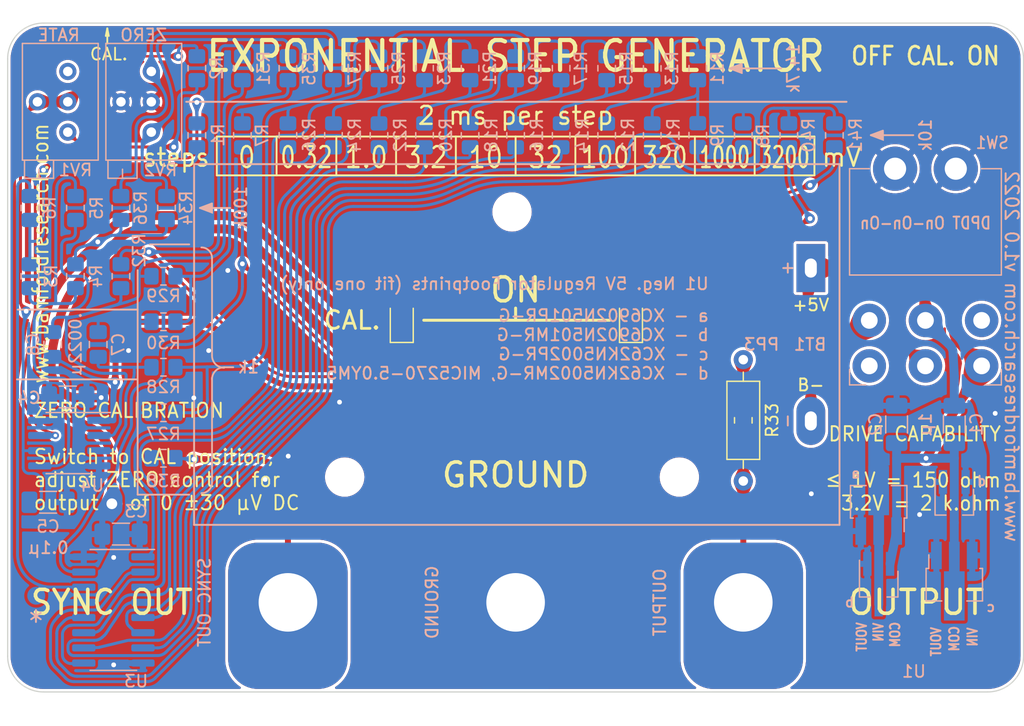
<source format=kicad_pcb>
(kicad_pcb (version 20211014) (generator pcbnew)
  (title_block (title "Exponential Step Generator Minimal") (date "2022-03-05") (rev "1.0") (company "Jason Bamford"))
  (layers (0 "F.Cu" signal) (31 "B.Cu" signal) (34 "B.Paste" user) (35 "F.Paste" user) (36 "B.SilkS" user "B.Silkscreen") (37 "F.SilkS" user "F.Silkscreen") (38 "B.Mask" user) (39 "F.Mask" user) (44 "Edge.Cuts" user))
  (net 0 "")
  (net 1 "+5V")
  (net 2 "GND")
  (net 3 "/LED-ON")
  (net 4 "Net-(R1-Pad2)")
  (net 5 "/Q1")
  (net 6 "/Q2")
  (net 7 "/Q3")
  (net 8 "Net-(R13-Pad2)")
  (net 9 "Net-(R11-Pad2)")
  (net 10 "/Q4")
  (net 11 "/Q5")
  (net 12 "Net-(R15-Pad2)")
  (net 13 "Net-(R19-Pad2)")
  (net 14 "/Q6")
  (net 15 "/Q7")
  (net 16 "Net-(R17-Pad2)")
  (net 17 "Net-(R21-Pad2)")
  (net 18 "/Q8")
  (net 19 "/Q9")
  (net 20 "Net-(R29-Pad2)")
  (net 23 "/CLK")
  (net 24 "/LED-CAL")
  (net 26 "/TRIGGER")
  (net 27 "/OSC")
  (net 28 "/OUTPUT")
  (net 29 "/LDRV")
  (net 30 "/OSC-")
  (net 31 "/OSC+")
  (net 32 "/OUT+")
  (net 33 "/OUT-")
  (net 34 "/OUTA")
  (net 35 "VSS")
  (net 36 "/BNEG")
  (net 37 "/RESET")
  (net 38 "/Q-TR")
  (net 39 "Net-(R8-Pad2)")
  (net 40 "Net-(R10-Pad1)")
  (net 41 "Net-(R23-Pad2)")
  (net 42 "Net-(R25-Pad2)")
  (net 43 "Net-(R34-Pad2)")
  (net 44 "Net-(R36-Pad2)")
  (footprint "Jasons_Components:Binding_Post" (layer "F.Cu") (at 121.92 124.46)
    (fp_text reference "TP1" hide)
    (fp_text value "Trigger")
  )
  (footprint "Jasons_Components:Binding_Post" (layer "F.Cu") (at 160.02 124.46)
    (fp_text reference "TP2" hide)
    (fp_text value "Output")
  )
  (footprint "Jasons_Components:Binding_Post" (layer "F.Cu") (at 140.97 124.46)
    (fp_text reference "TP3" hide)
    (fp_text value "Ground")
  )
  (footprint "LED_SMD:LED_0805_2012Metric_Pad1.15x1.40mm_HandSolder" (layer "F.Cu") (at 150.622 100.838 90)
    (fp_text reference "D2" hide)
    (fp_text value "LED")
  )
  (footprint "LED_SMD:LED_0805_2012Metric_Pad1.15x1.40mm_HandSolder" (layer "F.Cu") (at 131.445 100.838 90)
    (fp_text reference "D3" hide)
    (fp_text value "LED")
  )
  (footprint "Resistor_THT:R_Axial_DIN0207_L6.3mm_D2.5mm_P10.16mm_Horizontal" (layer "F.Cu") (at 160.02 114.3 90)
    (fp_text reference "R33")
    (fp_text value "120")
  )
  (footprint "Resistor_SMD:R_0805_2012Metric_Pad1.20x1.40mm_HandSolder" (layer "F.Cu") (at 160.02 109.22 90)
    (fp_text reference "R33" hide)
    (fp_text value "120" hide)
  )
  (footprint "TestPoint:TestPoint_Plated_Hole_D2.0mm" (layer "F.Cu") (at 107.188 116.205)
    (fp_text reference "REF**" hide)
    (fp_text value "TestPoint_Plated_Hole_D2.0mm" hide)
  )
  (footprint "Capacitor_SMD:C_1206_3216Metric_Pad1.33x1.80mm_HandSolder" (layer "B.Cu") (at 177.673 109.5625 90)
    (fp_text reference "C1")
    (fp_text value "1")
  )
  (footprint "Capacitor_SMD:C_1206_3216Metric_Pad1.33x1.80mm_HandSolder" (layer "B.Cu") (at 172.847 109.5625 90)
    (fp_text reference "C2")
    (fp_text value "1")
  )
  (footprint "Capacitor_SMD:C_1206_3216Metric_Pad1.33x1.80mm_HandSolder" (layer "B.Cu") (at 101.854 116.078)
    (fp_text reference "C5")
    (fp_text value ".1")
  )
  (footprint "Capacitor_SMD:C_1206_3216Metric_Pad1.33x1.80mm_HandSolder" (layer "B.Cu") (at 103.505 107.2642)
    (fp_text reference "C4")
    (fp_text value ".1")
  )
  (footprint "Resistor_SMD:R_0805_2012Metric_Pad1.20x1.40mm_HandSolder" (layer "B.Cu") (at 152.4 85.36 -90)
    (fp_text reference "R10")
    (fp_text value "10k")
  )
  (footprint "Resistor_SMD:R_0805_2012Metric_Pad1.20x1.40mm_HandSolder" (layer "B.Cu") (at 144.78 85.36 -90)
    (fp_text reference "R14")
    (fp_text value "10k")
  )
  (footprint "Resistor_SMD:R_0805_2012Metric_Pad1.20x1.40mm_HandSolder" (layer "B.Cu") (at 140.97 85.36 -90)
    (fp_text reference "R16")
    (fp_text value "10k")
  )
  (footprint "Resistor_SMD:R_0805_2012Metric_Pad1.20x1.40mm_HandSolder" (layer "B.Cu") (at 137.16 85.36 -90)
    (fp_text reference "R18")
    (fp_text value "10k")
  )
  (footprint "Resistor_SMD:R_0805_2012Metric_Pad1.20x1.40mm_HandSolder" (layer "B.Cu") (at 133.35 85.36 -90)
    (fp_text reference "R20")
    (fp_text value "10k")
  )
  (footprint "Resistor_SMD:R_0805_2012Metric_Pad1.20x1.40mm_HandSolder" (layer "B.Cu") (at 129.54 85.36 -90)
    (fp_text reference "R22")
    (fp_text value "10k")
  )
  (footprint "Resistor_SMD:R_0805_2012Metric_Pad1.20x1.40mm_HandSolder" (layer "B.Cu") (at 125.73 85.36 -90)
    (fp_text reference "R24")
    (fp_text value "10k")
  )
  (footprint "Resistor_SMD:R_0805_2012Metric_Pad1.20x1.40mm_HandSolder" (layer "B.Cu") (at 140.97 79.74 90)
    (fp_text reference "R19")
    (fp_text value "14.7k")
  )
  (footprint "Resistor_SMD:R_0805_2012Metric_Pad1.20x1.40mm_HandSolder" (layer "B.Cu") (at 137.16 79.74 90)
    (fp_text reference "R21")
    (fp_text value "14.7k")
  )
  (footprint "Resistor_SMD:R_0805_2012Metric_Pad1.20x1.40mm_HandSolder" (layer "B.Cu") (at 133.35 79.74 90)
    (fp_text reference "R23")
    (fp_text value "14.7k")
  )
  (footprint "Resistor_SMD:R_0805_2012Metric_Pad1.20x1.40mm_HandSolder" (layer "B.Cu") (at 129.54 79.74 90)
    (fp_text reference "R25")
    (fp_text value "14.7k")
  )
  (footprint "Resistor_SMD:R_0805_2012Metric_Pad1.20x1.40mm_HandSolder" (layer "B.Cu") (at 156.21 85.344 90)
    (fp_text reference "R9")
    (fp_text value "10k")
  )
  (footprint "Resistor_SMD:R_0805_2012Metric_Pad1.20x1.40mm_HandSolder" (layer "B.Cu") (at 160.02 85.36 -90)
    (fp_text reference "R8")
    (fp_text value "10k")
  )
  (footprint "Resistor_SMD:R_0805_2012Metric_Pad1.20x1.40mm_HandSolder" (layer "B.Cu") (at 114.3 85.36 -90)
    (fp_text reference "R1")
    (fp_text value "10k")
  )
  (footprint "Resistor_SMD:R_0805_2012Metric_Pad1.20x1.40mm_HandSolder" (layer "B.Cu") (at 100.33 97.155 -90)
    (fp_text reference "R3")
    (fp_text value "100k")
  )
  (footprint "Resistor_SMD:R_0805_2012Metric_Pad1.20x1.40mm_HandSolder" (layer "B.Cu") (at 125.73 79.74 -90)
    (fp_text reference "R37")
    (fp_text value "14.7k")
  )
  (footprint "Resistor_SMD:R_0805_2012Metric_Pad1.20x1.40mm_HandSolder" (layer "B.Cu") (at 107.95 97.155 -90)
    (fp_text reference "R32")
    (fp_text value "100k")
  )
  (footprint "Resistor_SMD:R_0805_2012Metric_Pad1.20x1.40mm_HandSolder" (layer "B.Cu") (at 111.76 91.44 90)
    (fp_text reference "R34")
    (fp_text value "100k")
  )
  (footprint "Resistor_SMD:R_0805_2012Metric_Pad1.20x1.40mm_HandSolder" (layer "B.Cu") (at 107.95 91.44 90)
    (fp_text reference "R36")
    (fp_text value "100k")
  )
  (footprint "Jasons_Components:Trimmer_Universal_3296_Horizontal" (layer "B.Cu") (at 103.505 80.01 90)
    (fp_text reference "RV1")
    (fp_text value "20k")
  )
  (footprint "Jasons_Components:Trimmer_Universal_3296_Horizontal" (layer "B.Cu") (at 110.49 80.01 90)
    (fp_text reference "RV2")
    (fp_text value "20k")
  )
  (footprint "Jasons_Components:Switch_Toggle_DPDT_RA_PCB" (layer "B.Cu") (at 179.96 100.8525 180)
    (fp_text reference "SW1")
    (fp_text value "DPDT On-On-On")
  )
  (footprint "Package_SO:SOIC-8_3.9x4.9mm_P1.27mm" (layer "B.Cu") (at 103.632 111.125 180)
    (fp_text reference "U4")
    (fp_text value "TS27M2")
  )
  (footprint "Resistor_SMD:R_0805_2012Metric_Pad1.20x1.40mm_HandSolder" (layer "B.Cu") (at 156.21 79.74 90)
    (fp_text reference "R11")
    (fp_text value "14.7k")
  )
  (footprint "Resistor_SMD:R_0805_2012Metric_Pad1.20x1.40mm_HandSolder" (layer "B.Cu") (at 152.4 79.756 90)
    (fp_text reference "R13")
    (fp_text value "14.7k")
  )
  (footprint "Resistor_SMD:R_0805_2012Metric_Pad1.20x1.40mm_HandSolder" (layer "B.Cu") (at 148.59 79.74 90)
    (fp_text reference "R15")
    (fp_text value "14.7k")
  )
  (footprint "Resistor_SMD:R_0805_2012Metric_Pad1.20x1.40mm_HandSolder" (layer "B.Cu") (at 144.78 79.74 90)
    (fp_text reference "R17")
    (fp_text value "14.7k")
  )
  (footprint "Resistor_SMD:R_0805_2012Metric_Pad1.20x1.40mm_HandSolder" (layer "B.Cu") (at 148.59 85.36 -90)
    (fp_text reference "R12")
    (fp_text value "10k")
  )
  (footprint "Resistor_SMD:R_0805_2012Metric_Pad1.20x1.40mm_HandSolder" (layer "B.Cu") (at 121.92 85.36 -90)
    (fp_text reference "R26")
    (fp_text value "10k")
  )
  (footprint "Package_TO_SOT_SMD:SOT-89-3_Handsoldering" (layer "B.Cu") (at 171.347 116.341 90)
    (fp_text reference "U1")
    (fp_text value "XC6902N501PR-G" hide)
  )
  (footprint "Capacitor_SMD:C_1206_3216Metric_Pad1.33x1.80mm_HandSolder" (layer "B.Cu") (at 107.95 118.745)
    (fp_text reference "C3")
    (fp_text value ".1")
  )
  (footprint "Package_SO:SOIC-16_3.9x9.9mm_P1.27mm" (layer "B.Cu") (at 107.315 125.095 180)
    (fp_text reference "U3")
    (fp_text value "CD4017")
  )
  (footprint "Resistor_SMD:R_0805_2012Metric_Pad1.20x1.40mm_HandSolder" (layer "B.Cu") (at 163.83 85.36 90)
    (fp_text reference "R40")
    (fp_text value "10k")
  )
  (footprint "Resistor_SMD:R_0805_2012Metric_Pad1.20x1.40mm_HandSolder" (layer "B.Cu") (at 167.64 85.36 -90)
    (fp_text reference "R41")
    (fp_text value "10k")
  )
  (footprint "Resistor_SMD:R_0805_2012Metric_Pad1.20x1.40mm_HandSolder" (layer "B.Cu") (at 114.3 79.74 90)
    (fp_text reference "R2")
    (fp_text value "14.7k")
  )
  (footprint "Resistor_SMD:R_0805_2012Metric_Pad1.20x1.40mm_HandSolder" (layer "B.Cu") (at 100.33 91.44 -90)
    (fp_text reference "R6")
    (fp_text value "100k")
  )
  (footprint "Resistor_SMD:R_0805_2012Metric_Pad1.20x1.40mm_HandSolder" (layer "B.Cu") (at 111.506 112.395 180)
    (fp_text reference "R38")
    (fp_text value "1k")
  )
  (footprint "Capacitor_SMD:C_0805_2012Metric_Pad1.18x1.45mm_HandSolder" (layer "B.Cu") (at 102.235 102.87 90)
    (fp_text reference "C8")
    (fp_text value ".0022")
  )
  (footprint "Resistor_SMD:R_0805_2012Metric_Pad1.20x1.40mm_HandSolder" (layer "B.Cu") (at 118.11 79.74 -90)
    (fp_text reference "R31")
    (fp_text value "14.7k")
  )
  (footprint "Capacitor_SMD:C_0805_2012Metric_Pad1.18x1.45mm_HandSolder" (layer "B.Cu") (at 106.045 102.87 90)
    (fp_text reference "C7")
    (fp_text value ".0022")
  )
  (footprint "Resistor_SMD:R_0805_2012Metric_Pad1.20x1.40mm_HandSolder" (layer "B.Cu") (at 118.11 85.36 90)
    (fp_text reference "R7")
    (fp_text value "10k")
  )
  (footprint "Resistor_SMD:R_0805_2012Metric_Pad1.20x1.40mm_HandSolder" (layer "B.Cu") (at 104.14 91.44 -90)
    (fp_text reference "R5")
    (fp_text value "100k")
  )
  (footprint "Resistor_SMD:R_0805_2012Metric_Pad1.20x1.40mm_HandSolder" (layer "B.Cu") (at 104.14 97.155 -90)
    (fp_text reference "R4")
    (fp_text value "100k")
  )
  (footprint "Resistor_SMD:R_0805_2012Metric_Pad1.20x1.40mm_HandSolder" (layer "B.Cu") (at 121.92 79.74 -90)
    (fp_text reference "R35")
    (fp_text value "14.7k")
  )
  (footprint "Jasons_Components:BatteryHolder_PCB_PP3" (layer "B.Cu") (at 165.67 96.47 180)
    (fp_text reference "BT1")
    (fp_text value "9V")
  )
  (footprint "Resistor_SMD:R_0805_2012Metric_Pad1.20x1.40mm_HandSolder" (layer "B.Cu") (at 111.506 100.965 180)
    (fp_text reference "R30")
    (fp_text value "1k")
  )
  (footprint "Resistor_SMD:R_0805_2012Metric_Pad1.20x1.40mm_HandSolder" (layer "B.Cu") (at 111.506 97.155)
    (fp_text reference "R29")
    (fp_text value "1k")
  )
  (footprint "Resistor_SMD:R_0805_2012Metric_Pad1.20x1.40mm_HandSolder" (layer "B.Cu") (at 111.506 104.775)
    (fp_text reference "R28")
    (fp_text value "1k")
  )
  (footprint "Resistor_SMD:R_0805_2012Metric_Pad1.20x1.40mm_HandSolder" (layer "B.Cu") (at 111.506 108.585 180)
    (fp_text reference "R27")
    (fp_text value "1k")
  )
  (footprint "Package_TO_SOT_SMD:SOT-23W_Handsoldering" (layer "B.Cu") (at 171.3484 122.936 -90)
    (fp_text reference "REF**" hide)
    (fp_text value "SOT-23W_Handsoldering" hide)
  )
  (footprint "Package_TO_SOT_SMD:SOT-89-3_Handsoldering" (layer "B.Cu") (at 177.673 122.682 -90)
    (fp_text reference "REF**" hide)
    (fp_text value "SOT-89-3_Handsoldering" hide)
  )
  (footprint "Package_TO_SOT_SMD:SOT-23W_Handsoldering" (layer "B.Cu") (at 177.673 116.078 -90)
    (fp_text reference "REF**" hide)
    (fp_text value "SOT-23W_Handsoldering" hide)
  )
  (footprint "TestPoint:TestPoint_Pad_D2.0mm" (layer "B.Cu") (at 100.8634 123.9012 180)
    (fp_text reference "REF**" hide)
    (fp_text value "TestPoint_Pad_D2.0mm" hide)
  )
  (gr_line (start 101.238 125.333) (end 100.438 125.873) (layer "B.SilkS") (width 0.16))
  (gr_arc (start 114.681 94.742) (mid 115.309618 95.002382) (end 115.57 95.631) (layer "B.SilkS") (width 0.15))
  (gr_line (start 109.347 99.949) (end 109.347 96.647) (layer "B.SilkS") (width 0.15))
  (gr_line (start 99.314 99.949) (end 109.347 99.949) (layer "B.SilkS") (width 0.16))
  (gr_line (start 100.838 125.103) (end 100.838 126.103) (layer "B.SilkS") (width 0.16))
  (gr_line (start 115.57 95.631) (end 115.57 103.759) (layer "B.SilkS") (width 0.15))
  (gr_poly (pts (xy 171.704 85.725) (xy 170.688 85.344) (xy 171.704 84.963)) (layer "B.SilkS") (width 0.15) (fill solid))
  (gr_arc (start 116.586 104.81858) (mid 115.86758 104.521) (end 115.57 103.80258) (layer "B.SilkS") (width 0.15))
  (gr_line (start 117.094 91.44) (end 114.554 91.44) (layer "B.SilkS") (width 0.15))
  (gr_poly (pts (xy 159.893 80.137) (xy 158.877 79.756) (xy 159.893 79.375)) (layer "B.SilkS") (width 0.15) (fill solid))
  (gr_line (start 99.2505 105.791) (end 109.2835 105.791) (layer "B.SilkS") (width 0.16))
  (gr_line (start 109.347 115.443) (end 113.665 115.443) (layer "B.SilkS") (width 0.15))
  (gr_arc (start 115.569998 105.790998) (mid 115.867578 105.072578) (end 116.585998 104.774998) (layer "B.SilkS") (width 0.15))
  (gr_line (start 168.656 82.55) (end 113.411 82.55) (layer "B.SilkS") (width 0.16))
  (gr_line (start 110.363 94.488) (end 113.665 94.488) (layer "B.SilkS") (width 0.15))
  (gr_poly (pts (xy 115.57 91.821) (xy 114.554 91.44) (xy 115.57 91.059)) (layer "B.SilkS") (width 0.15) (fill solid))
  (gr_arc (start 115.57 114.427) (mid 115.309618 115.055618) (end 114.681 115.316) (layer "B.SilkS") (width 0.15))
  (gr_line (start 163.195 79.756) (end 158.877 79.756) (layer "B.SilkS") (width 0.15))
  (gr_line (start 115.57 105.664) (end 115.57 114.427) (layer "B.SilkS") (width 0.15))
  (gr_line (start 174.244 85.344) (end 170.688 85.344) (layer "B.SilkS") (width 0.15))
  (gr_line (start 100.438 125.333) (end 101.238 125.873) (layer "B.SilkS") (width 0.16))
  (gr_line (start 109.347 99.949) (end 109.347 115.443) (layer "B.SilkS") (width 0.15))
  (gr_line (start 116.585998 104.774998) (end 117.348 104.775) (layer "B.SilkS") (width 0.15))
  (gr_line (start 160.97 88.71) (end 160.97 85.46) (layer "F.SilkS") (width 0.16))
  (gr_line (start 125.97 88.71) (end 125.97 85.46) (layer "F.SilkS") (width 0.16))
  (gr_line (start 155.97 88.71) (end 155.97 85.46) (layer "F.SilkS") (width 0.16))
  (gr_line (start 133.2865 100.838) (end 148.844 100.838) (layer "F.SilkS") (width 0.25))
  (gr_line (start 120.97 88.71) (end 120.97 85.46) (layer "F.SilkS") (width 0.16))
  (gr_line (start 135.97 88.71) (end 135.97 85.46) (layer "F.SilkS") (width 0.16))
  (gr_line (start 145.97 88.71) (end 145.97 85.46) (layer "F.SilkS") (width 0.16))
  (gr_line (start 150.97 88.71) (end 150.97 85.46) (layer "F.SilkS") (width 0.16))
  (gr_line (start 106.807 76.4032) (end 106.68 77.0382) (layer "F.SilkS") (width 0.15))
  (gr_line (start 130.97 88.71) (end 130.97 85.46) (layer "F.SilkS") (width 0.16))
  (gr_line (start 115.97 85.46) (end 115.97 88.71) (layer "F.SilkS") (width 0.16))
  (gr_line (start 106.807 77.6732) (end 106.807 76.4032) (layer "F.SilkS") (width 0.15))
  (gr_line (start 140.97 99.822) (end 140.97 100.711) (layer "F.SilkS") (width 0.25))
  (gr_line (start 106.934 77.0382) (end 106.807 76.4032) (layer "F.SilkS") (width 0.15))
  (gr_line (start 165.97 88.71) (end 165.97 85.46) (layer "F.SilkS") (width 0.16))
  (gr_line (start 140.97 88.71) (end 140.97 85.46) (layer "F.SilkS") (width 0.16))
  (gr_line (start 165.97 85.46) (end 115.97 85.46) (layer "F.SilkS") (width 0.16))
  (gr_line (start 115.97 88.71) (end 165.97 88.71) (layer "F.SilkS") (width 0.16))
  (gr_arc (start 180.47 75.96) (mid 182.59132 76.83868) (end 183.47 78.96) (layer "Edge.Cuts") (width 0.1))
  (gr_arc (start 98.47 78.96) (mid 99.34868 76.83868) (end 101.47 75.96) (layer "Edge.Cuts") (width 0.1))
  (gr_line (start 98.47 78.96) (end 98.47 128.96) (layer "Edge.Cuts") (width 0.1))
  (gr_line (start 183.47 128.96) (end 183.47 78.96) (layer "Edge.Cuts") (width 0.1))
  (gr_arc (start 183.47 128.96) (mid 182.59132 131.08132) (end 180.47 131.96) (layer "Edge.Cuts") (width 0.1))
  (gr_line (start 180.47 75.96) (end 101.47 75.96) (layer "Edge.Cuts") (width 0.1))
  (gr_line (start 101.47 131.96) (end 180.47 131.96) (layer "Edge.Cuts") (width 0.1))
  (gr_arc (start 101.47 131.96) (mid 99.34868 131.08132) (end 98.47 128.96) (layer "Edge.Cuts") (width 0.1))
  (gr_text "VIN" (at 179.197 127.36 90) (layer "B.SilkS") (effects (font (size 0.8 0.65) (thickness 0.16)) (justify mirror)))
  (gr_text "c" (at 180.721 124.841) (layer "B.SilkS") (effects (font (size 0.8 0.8) (thickness 0.16)) (justify mirror)))
  (gr_text "100k" (at 117.983 91.44 90) (layer "B.SilkS") (effects (font (size 1 1) (thickness 0.16)) (justify mirror)))
  (gr_text "ZERO" (at 109.855 76.962) (layer "B.SilkS") (effects (font (size 1 1) (thickness 0.16)) (justify mirror)))
  (gr_text "RATE" (at 102.743 76.962) (layer "B.SilkS") (effects (font (size 1 1) (thickness 0.16)) (justify mirror)))
  (gr_text "www.bamfordresearch.com v1.0 2022" (at 182.47 103.86 270) (layer "B.SilkS") (effects (font (size 1.1 1.1) (thickness 0.16)) (justify mirror)))
  (gr_text "1µ" (at 175.26 109.601 90) (layer "B.SilkS") (effects (font (size 1 1) (thickness 0.16)) (justify mirror)))
  (gr_text "b" (at 168.91 124.46) (layer "B.SilkS") (effects (font (size 0.8 0.8) (thickness 0.16)) (justify mirror)))
  (gr_text "a" (at 169.418 113.665) (layer "B.SilkS") (effects (font (size 0.8 0.8) (thickness 0.16)) (justify mirror)))
  (gr_text ".0022µ" (at 104.14 102.87 90) (layer "B.SilkS") (effects (font (size 1 1)) (justify mirror)))
  (gr_text "OUTPUT" (at 153.035 124.46 90) (layer "B.SilkS") (effects (font (size 1 1) (thickness 0.16)) (justify mirror)))
  (gr_text "DPDT On-On-On" (at 175.26 92.71) (layer "B.SilkS") (effects (font (size 1 0.85) (thickness 0.16)) (justify mirror)))
  (gr_text "U1 Neg. 5V Regulator Footprints (fit one only)" (at 157.226 97.79) (layer "B.SilkS") (effects (font (size 1 1) (thickness 0.16)) (justify left mirror)))
  (gr_text "d" (at 179.959 114.3) (layer "B.SilkS") (effects (font (size 0.8 0.8) (thickness 0.16)) (justify mirror)))
  (gr_text "a - XC6902N501PR-G\nb - XC6902N501MR-G\nc - XC62KN5002PR-G\nd - XC62KN5002MR-G, MIC5270-5.0YM5" (at 157.226 102.87) (layer "B.SilkS") (effects (font (size 1 1) (thickness 0.16)) (justify left mirror)))
  (gr_text "SYNC OUT" (at 114.935 124.46 90) (layer "B.SilkS") (effects (font (size 1 1) (thickness 0.16)) (justify mirror)))
  (gr_text "10k" (at 175.26 85.344 90) (layer "B.SilkS") (effects (font (size 1 1) (thickness 0.16)) (justify mirror)))
  (gr_text "14.7k" (at 164.211 79.756 90) (layer "B.SilkS") (effects (font (size 1 1) (thickness 0.16)) (justify mirror)))
  (gr_text "COM" (at 177.673 127.508 90) (layer "B.SilkS") (effects (font (size 0.8 0.65) (thickness 0.16)) (justify mirror)))
  (gr_text "VOUT" (at 169.926 127.36 90) (layer "B.SilkS") (effects (font (size 0.8 0.65) (thickness 0.16)) (justify mirror)))
  (gr_text "COM" (at 172.72 127.16 90) (layer "B.SilkS") (effects (font (size 0.8 0.65) (thickness 0.16)) (justify mirror)))
  (gr_text "1k" (at 118.618 104.775) (layer "B.SilkS") (effects (font (size 1 1) (thickness 0.16)) (justify mirror)))
  (gr_text "GROUND" (at 133.985 124.46 90) (layer "B.SilkS") (effects (font (size 1 1) (thickness 0.16)) (justify mirror)))
  (gr_text "0.1µ" (at 101.854 119.888) (layer "B.SilkS") (effects (font (size 1 1) (thickness 0.16)) (justify mirror)))
  (gr_text "VOUT" (at 176.149 127.76 90) (layer "B.SilkS") (effects (font (size 0.8 0.65) (thickness 0.16)) (justify mirror)))
  (gr_text "VIN" (at 171.323 126.96 90) (layer "B.SilkS") (effects (font (size 0.8 0.65) (thickness 0.16)) (justify mirror)))
  (gr_text "steps" (at 115.47 87.21) (layer "F.SilkS") (effects (font (size 1.5 1.4) (thickness 0.2)) (justify right)))
  (gr_text "10" (at 138.47 87.21) (layer "F.SilkS") (effects (font (size 1.75 1.5) (thickness 0.2))))
  (gr_text "320" (at 153.47 87.21) (layer "F.SilkS") (effects (font (size 1.75 1.3) (thickness 0.2))))
  (gr_text "ZERO CALIBRATION\n\nSwitch to CAL position,\nadjust ZERO control for\noutput   of 0 ±30 µV DC" (at 100.57 112.26) (layer "F.SilkS") (effects (font (size 1.2 1.135) (thickness 0.16)) (justify left)))
  (gr_text "1000" (at 158.47 87.21) (layer "F.SilkS") (effects (font (size 1.75 1.1) (thickness 0.2))))
  (gr_text "SYNC OUT" (at 107.188 124.46) (layer "F.SilkS") (effects (font (size 2 1.8) (thickness 0.3))))
  (gr_text "2 ms per step" (at 140.97 83.71) (layer "F.SilkS") (effects (font (size 1.5 1.5) (thickness 0.2))))
  (gr_text "OUTPUT" (at 174.498 124.46) (layer "F.SilkS") (effects (font (size 2 2) (thickness 0.3))))
  (gr_text "ON" (at 140.97 98.298) (layer "F.SilkS") (effects (font (size 2 2) (thickness 0.3))))
  (gr_text "mV" (at 166.47 87.21) (layer "F.SilkS") (effects (font (size 1.5 1.5) (thickness 0.2)) (justify left)))
  (gr_text "0" (at 118.47 87.21) (layer "F.SilkS") (effects (font (size 1.75 1.5) (thickness 0.2))))
  (gr_text "100" (at 148.47 87.21) (layer "F.SilkS") (effects (font (size 1.75 1.4) (thickness 0.2))))
  (gr_text "+5V" (at 165.67 99.56) (layer "F.SilkS") (effects (font (size 1 1) (thickness 0.16))))
  (gr_text "www.bamfordresearch.com" (at 101.219 95.25 90) (layer "F.SilkS") (effects (font (size 1.3 1.1) (thickness 0.16))))
  (gr_text "CAL." (at 129.794 100.838) (layer "F.SilkS") (effects (font (size 1.5 1.5) (thickness 0.23)) (justify right)))
  (gr_text "GROUND" (at 140.97 113.792) (layer "F.SilkS") (effects (font (size 2 2) (thickness 0.3))))
  (gr_text "3.2" (at 133.47 87.21) (layer "F.SilkS") (effects (font (size 1.75 1.5) (thickness 0.2))))
  (gr_text "CAL." (at 106.934 78.5622) (layer "F.SilkS") (effects (font (size 1 1))))
  (gr_text "EXPONENTIAL STEP GENERATOR" (at 140.97 78.74) (layer "F.SilkS") (effects (font (size 2.5 2.2) (thickness 0.35))))
  (gr_text "1.0" (at 128.47 87.21) (layer "F.SilkS") (effects (font (size 1.75 1.5) (thickness 0.2))))
  (gr_text "32" (at 143.47 87.21) (layer "F.SilkS") (effects (font (size 1.75 1.5) (thickness 0.2))))
  (gr_text "B-" (at 165.67 106.26) (layer "F.SilkS") (effects (font (size 1 1) (thickness 0.16))))
  (gr_text "OFF CAL. ON" (at 175.26 78.71) (layer "F.SilkS") (effects (font (size 1.5 1.3) (thickness 0.23))))
  (gr_text "DRIVE CAPABILITY\n\n≤ 1V = 150 ohm\n3.2V = 2 k.ohm\n" (at 181.67 113.26) (layer "F.SilkS") (effects (font (size 1.2 1.1) (thickness 0.16)) (justify right)))
  (gr_text "3200" (at 163.47 87.21) (layer "F.SilkS") (effects (font (size 1.75 1.1) (thickness 0.2))))
  (gr_text "0.32" (at 123.47 87.21) (layer "F.SilkS") (effects (font (size 1.75 1.3) (thickness 0.2))))
  (segment (start 100.584 107.2896) (end 105.543678 109.94112) (width 0.75) (layer "F.Cu") (net 1))
  (segment (start 103.763931 96.530351) (end 106.014541 94.279741) (width 0.75) (layer "F.Cu") (net 1))
  (segment (start 107.188 112.684759) (end 107.188 116.205) (width 0.75) (layer "F.Cu") (net 1))
  (segment (start 130.953317 103.251) (end 149.352 103.251) (width 0.75) (layer "F.Cu") (net 1))
  (segment (start 165.67 96.47) (end 173.811438 96.47) (width 0.75) (layer "F.Cu") (net 1))
  (segment (start 109.773315 92.075) (end 116.316783 92.075) (width 0.75) (layer "F.Cu") (net 1))
  (segment (start 159.499475 100.584) (end 163.90172 100.584) (width 0.75) (layer "F.Cu") (net 1))
  (segment (start 165.291999 100.014254) (end 165.67 96.47) (width 0.75) (layer "F.Cu") (net 1))
  (segment (start 119.8116 93.5226) (end 128.540634 102.251634) (width 0.75) (layer "F.Cu") (net 1))
  (segment (start 178.044868 102.747368) (end 179.96 104.6625) (width 0.75) (layer "F.Cu") (net 1))
  (segment (start 149.995966 100.838) (end 149.852 100.838) (width 0.25) (layer "F.Cu") (net 1))
  (segment (start 177.5968 99.795219) (end 177.5968 101.665637) (width 0.75) (layer "F.Cu") (net 1))
  (segment (start 101.562524 100.65708) (end 100.584 107.2896) (width 0.75) (layer "F.Cu") (net 1))
  (segment (start 106.014541 94.279741) (end 107.09819 93.188528) (width 0.75) (layer "F.Cu") (net 1))
  (segment (start 150.622 99.813) (end 150.622 100.584) (width 0.25) (layer "F.Cu") (net 1))
  (segment (start 149.352 103.251) (end 154.591508 103.251) (width 0.75) (layer "F.Cu") (net 1))
  (segment (start 176.198933 97.458933) (end 176.933238 98.193238) (width 0.75) (layer "F.Cu") (net 1))
  (segment (start 101.562524 100.65708) (end 101.728618 100.044143) (width 0.75) (layer "F.Cu") (net 1))
  (segment (start 179.96 104.6625) (end 175.3108 112.395) (width 0.75) (layer "F.Cu") (net 1))
  (segment (start 149.352 101.338) (end 149.352 103.251) (width 0.25) (layer "F.Cu") (net 1))
  (segment (start 150.622 100.584) (end 150.219573 100.785214) (width 0.25) (layer "F.Cu") (net 1))
  (segment (start 156.487236 102.465764) (end 157.569633 101.383367) (width 0.75) (layer "F.Cu") (net 1))
  (via (at 175.3108 112.395) (size 0.8) (drill 0.4) (layers "F.Cu" "B.Cu") (net 1))
  (via (at 106.014541 94.279741) (size 0.8) (drill 0.4) (layers "F.Cu" "B.Cu") (net 1))
  (via (at 100.584 107.2896) (size 0.8) (drill 0.4) (layers "F.Cu" "B.Cu") (net 1))
  (arc (start 165.291999 100.014254) (mid 164.652967 100.436038) (end 163.90172 100.584) (width 0.75) (layer "F.Cu") (net 1))
  (arc (start 107.188 112.684759) (mid 106.745442 111.085435) (end 105.543678 109.94112) (width 0.75) (layer "F.Cu") (net 1))
  (arc (start 176.933238 98.193238) (mid 177.424346 98.928233) (end 177.5968 99.795219) (width 0.75) (layer "F.Cu") (net 1))
  (arc (start 150.219573 100.785214) (mid 150.110843 100.824625) (end 149.995966 100.838) (width 0.25) (layer "F.Cu") (net 1))
  (arc (start 128.540634 102.251634) (mid 129.647582 102.991273) (end 130.953317 103.251) (width 0.75) (layer "F.Cu") (net 1))
  (arc (start 178.044868 102.747368) (mid 177.713249 102.251066) (end 177.5968 101.665637) (width 0.75) (layer "F.Cu") (net 1))
  (arc (start 119.8116 93.5226) (mid 118.208164 92.451219) (end 116.316783 92.075) (width 0.75) (layer "F.Cu") (net 1))
  (arc (start 107.09819 93.188528) (mid 108.324502 92.364498) (end 109.773315 92.075) (width 0.75) (layer "F.Cu") (net 1))
  (arc (start 157.569633 101.383367) (mid 158.455052 100.791749) (end 159.499475 100.584) (width 0.75) (layer "F.Cu") (net 1))
  (arc (start 156.487236 102.465764) (mid 155.617469 103.046924) (end 154.591508 103.251) (width 0.75) (layer "F.Cu") (net 1))
  (arc (start 103.763931 96.530351) (mid 102.516237 98.154001) (end 101.728618 100.044143) (width 0.75) (layer "F.Cu") (net 1))
  (arc (start 176.198933 97.458933) (mid 175.103541 96.727016) (end 173.811438 96.47) (width 0.75) (layer "F.Cu") (net 1))
  (arc (start 149.352 101.338) (mid 149.498447 100.984447) (end 149.852 100.838) (width 0.25) (layer "F.Cu") (net 1))
  (segment (start 172.847 112.395) (end 172.847 111.125) (width 0.75) (layer "B.Cu") (net 1))
  (segment (start 177.673 117.778) (end 177.673 112.395) (width 0.75) (layer "B.Cu") (net 1))
  (segment (start 107.086668 93.773817) (end 106.014541 94.279741) (width 0.25) (layer "B.Cu") (net 1))
  (segment (start 104.490059 94.758959) (end 106.014541 94.279741) (width 0.25) (layer "B.Cu") (net 1))
  (segment (start 107.45 93.726) (end 111.26 93.726) (width 0.25) (layer "B.Cu") (net 1))
  (segment (start 177.673 120.6195) (end 177.673 117.778) (width 0.75) (layer "B.Cu") (net 1))
  (segment (start 172.847 118.491) (end 172.847 112.395) (width 0.75) (layer "B.Cu") (net 1))
  (segment (start 104.14 96.155) (end 104.14 95.235948) (width 0.25) (layer "B.Cu") (net 1))
  (segment (start 174.0916 112.395) (end 172.847 112.395) (width 0.75) (layer "B.Cu") (net 1))
  (segment (start 107.95 92.44) (end 107.95 93.226) (width 0.25) (layer "B.Cu") (net 1))
  (segment (start 172.2984 121.236) (end 172.847 118.491) (width 0.75) (layer "B.Cu") (net 1))
  (segment (start 111.76 92.44) (end 111.76 93.226) (width 0.25) (layer "B.Cu") (net 1))
  (segment (start 177.673 112.395) (end 177.673 111.125) (width 0.75) (layer "B.Cu") (net 1))
  (segment (start 107.45 93.726) (end 107.300048 93.726) (width 0.25) (layer "B.Cu") (net 1))
  (segment (start 174.0916 112.395) (end 177.673 112.395) (width 0.75) (layer "B.Cu") (net 1))
  (arc (start 107.086668 93.773817) (mid 107.190712 93.7381) (end 107.300048 93.726) (width 0.25) (layer "B.Cu") (net 1))
  (arc (start 107.45 93.726) (mid 107.803553 93.579553) (end 107.95 93.226) (width 0.25) (layer "B.Cu") (net 1))
  (arc (start 111.26 93.726) (mid 111.613553 93.579553) (end 111.76 93.226) (width 0.25) (layer "B.Cu") (net 1))
  (arc (start 104.14 95.235948) (mid 104.236905 94.940119) (end 104.490059 94.758959) (width 0.25) (layer "B.Cu") (net 1))
  (segment (start 131.445 101.863) (end 131.445 101.092) (width 0.25) (layer "F.Cu") (net 2))
  (segment (start 131.445 101.092) (end 130.937 100.838) (width 0.25) (layer "F.Cu") (net 2))
  (via (at 126.238 107.696) (size 0.8) (drill 0.4) (layers "F.Cu" "B.Cu") (net 2))
  (via (at 165.7096 115.3668) (size 0.8) (drill 0.4) (layers "F.Cu" "B.Cu") (net 2))
  (via (at 114.046 107.3404) (size 0.8) (drill 0.4) (layers "F.Cu" "B.Cu") (net 2))
  (via (at 116.8908 96.6724) (size 0.8) (drill 0.4) (layers "F.Cu" "B.Cu") (net 2))
  (via (at 121.9454 112.2172) (size 0.8) (drill 0.4) (layers "F.Cu" "B.Cu") (net 2))
  (via (at 107.3404 129.6924) (size 0.8) (drill 0.4) (layers "F.Cu" "B.Cu") (net 2))
  (via (at 107.3404 120.7008) (size 0.8) (drill 0.4) (layers "F.Cu" "B.Cu") (net 2))
  (via (at 108.585 103.378) (size 0.8) (drill 0.4) (layers "F.Cu" "B.Cu") (net 2))
  (via (at 120.015 114.173) (size 0.8) (drill 0.4) (layers "F.Cu" "B.Cu") (net 2))
  (via (at 174.77 117.11) (size 0.8) (drill 0.4) (layers "F.Cu" "B.Cu") (net 2))
  (via (at 181.095 108.635) (size 0.8) (drill 0.4) (layers "F.Cu" "B.Cu") (net 2))
  (via (at 115.2906 103.378) (size 0.8) (drill 0.4) (layers "F.Cu" "B.Cu") (net 2))
  (segment (start 110.506 108.585) (end 109.601 108.585) (width 0.25) (layer "B.Cu") (net 2))
  (segment (start 110.506 100.965) (end 109.22 100.965) (width 0.25) (layer "B.Cu") (net 2))
  (segment (start 118.11 84.36) (end 118.11 83.3374) (width 0.25) (layer "B.Cu") (net 2))
  (segment (start 160.02 84.36) (end 160.02 83.058) (width 0.25) (layer "B.Cu") (net 2))
  (segment (start 106.045 101.8325) (end 106.045 100.838) (width 0.25) (layer "B.Cu") (net 2))
  (segment (start 150.622 101.863) (end 150.622 101.092) (width 0.25) (layer "F.Cu") (net 3))
  (segment (start 151.248034 100.838) (end 151.497714 100.838) (width 0.25) (layer "F.Cu") (net 3))
  (segment (start 150.622 101.092) (end 151.024427 100.890786) (width 0.25) (layer "F.Cu") (net 3))
  (segment (start 151.757811 100.765024) (end 165.608 92.329) (width 0.25) (layer "F.Cu") (net 3))
  (via (at 165.608 92.329) (size 0.8) (drill 0.4) (layers "F.Cu" "B.Cu") (net 3))
  (arc (start 151.497714 100.838) (mid 151.632784 100.81941) (end 151.757811 100.765024) (width 0.25) (layer "F.Cu") (net 3))
  (arc (start 151.024427 100.890786) (mid 151.133157 100.851375) (end 151.248034 100.838) (width 0.25) (layer "F.Cu") (net 3))
  (segment (start 164.342579 90.340483) (end 165.608 92.329) (width 0.25) (layer "B.Cu") (net 3))
  (segment (start 163.83 86.36) (end 163.83 88.580255) (width 0.25) (layer "B.Cu") (net 3))
  (arc (start 164.342579 90.340483) (mid 163.960751 89.496926) (end 163.83 88.580255) (width 0.25) (layer "B.Cu") (net 3))
  (segment (start 112.3696 86.3346) (end 105.513824 86.3346) (width 0.25) (layer "F.Cu") (net 4))
  (segment (start 104.209212 85.794212) (end 103.505 85.09) (width 0.25) (layer "F.Cu") (net 4))
  (via (at 112.3696 86.3346) (size 0.8) (drill 0.4) (layers "F.Cu" "B.Cu") (net 4))
  (arc (start 104.209212 85.794212) (mid 104.807773 86.194158) (end 105.513824 86.3346) (width 0.25) (layer "F.Cu") (net 4))
  (segment (start 114.3 80.74) (end 114.3 81.488) (width 0.25) (layer "B.Cu") (net 4))
  (segment (start 114 81.788) (end 113.317053 81.788) (width 0.25) (layer "B.Cu") (net 4))
  (segment (start 113.8 87.63) (end 112.885292 87.63) (width 0.25) (layer "B.Cu") (net 4))
  (segment (start 114.3 86.36) (end 114.3 87.13) (width 0.25) (layer "B.Cu") (net 4))
  (segment (start 112.776 82.329053) (end 112.776 84.930653) (width 0.25) (layer "B.Cu") (net 4))
  (segment (start 112.726538 85.241479) (end 112.3696 86.3346) (width 0.25) (layer "B.Cu") (net 4))
  (segment (start 112.385388 87.139802) (end 112.3696 86.3346) (width 0.25) (layer "B.Cu") (net 4))
  (arc (start 113.317053 81.788) (mid 112.934471 81.946471) (end 112.776 82.329053) (width 0.25) (layer "B.Cu") (net 4))
  (arc (start 114.3 81.488) (mid 114.212132 81.700132) (end 114 81.788) (width 0.25) (layer "B.Cu") (net 4))
  (arc (start 112.385388 87.139802) (mid 112.535221 87.487002) (end 112.885292 87.63) (width 0.25) (layer "B.Cu") (net 4))
  (arc (start 114.3 87.13) (mid 114.153553 87.483553) (end 113.8 87.63) (width 0.25) (layer "B.Cu") (net 4))
  (arc (start 112.726538 85.241479) (mid 112.763557 85.088021) (end 112.776 84.930653) (width 0.25) (layer "B.Cu") (net 4))
  (segment (start 127.396627 91.313) (end 132.273496 91.313) (width 0.25) (layer "B.Cu") (net 5))
  (segment (start 106.414092 124.703377) (end 108.344723 122.248771) (width 0.25) (layer "B.Cu") (net 5))
  (segment (start 103.324957 130.804957) (end 102.406474 129.886474) (width 0.25) (layer "B.Cu") (net 5))
  (segment (start 102.050166 126.935617) (end 102.050292 126.925826) (width 0.25) (layer "B.Cu") (net 5))
  (segment (start 144.48831 89.157294) (end 140.162679 89.243806) (width 0.25) (layer "B.Cu") (net 5))
  (segment (start 150.119987 88.440915) (end 144.81634 89.132695) (width 0.25) (layer "B.Cu") (net 5))
  (segment (start 102.05 129.025869) (end 102.05 126.961376) (width 0.25) (layer "B.Cu") (net 5))
  (segment (start 152.4 86.36) (end 152.4 87.291484) (width 0.25) (layer "B.Cu") (net 5))
  (segment (start 102.40161 125.980388) (end 102.700797 125.624213) (width 0.25) (layer "B.Cu") (net 5))
  (segment (start 152.085695 87.755722) (end 150.846141 88.251544) (width 0.25) (layer "B.Cu") (net 5))
  (segment (start 108.953653 121.967619) (end 109.79 121.967619) (width 0.25) (layer "B.Cu") (net 5))
  (segment (start 106.261579 124.865199) (end 106.414092 124.703377) (width 0.25) (layer "B.Cu") (net 5))
  (segment (start 125.982414 91.898786) (end 125.883987 91.997213) (width 0.25) (layer "B.Cu") (net 5))
  (segment (start 110.099725 131.09785) (end 104.032064 131.09785) (width 0.25) (layer "B.Cu") (net 5))
  (segment (start 124.712414 107.701894) (end 116.049718 116.36459) (width 0.25) (layer "B.Cu") (net 5))
  (segment (start 115.171039 118.48591) (end 115.171039 125.198109) (width 0.25) (layer "B.Cu") (net 5))
  (segment (start 135.310211 90.679171) (end 136.633705 90.101522) (width 0.25) (layer "B.Cu") (net 5))
  (segment (start 125.2982 93.411427) (end 125.2982 106.287681) (width 0.25) (layer "B.Cu") (net 5))
  (segment (start 103.89879 125.095) (end 105.729221 125.095) (width 0.25) (layer "B.Cu") (net 5))
  (segment (start 102.700797 125.624213) (end 102.784124 125.544065) (width 0.25) (layer "B.Cu") (net 5))
  (segment (start 114.292359 127.31943) (end 110.806832 130.804957) (width 0.25) (layer "B.Cu") (net 5))
  (arc (start 104.032064 131.09785) (mid 103.64938 131.02173) (end 103.324957 130.804957) (width 0.25) (layer "B.Cu") (net 5))
  (arc (start 102.05 126.961376) (mid 102.050041 126.948496) (end 102.050166 126.935617) (width 0.25) (layer "B.Cu") (net 5))
  (arc (start 132.273496 91.313) (mid 133.824574 91.152854) (end 135.310211 90.679171) (width 0.25) (layer "B.Cu") (net 5))
  (arc (start 108.344723 122.248771) (mid 108.618301 122.0413) (end 108.953653 121.967619) (width 0.25) (layer "B.Cu") (net 5))
  (arc (start 106.261579 124.865199) (mid 106.019141 125.035097) (end 105.729221 125.095) (width 0.25) (layer "B.Cu") (net 5))
  (arc (start 127.396627 91.313) (mid 126.63126 91.465241) (end 125.982414 91.898786) (width 0.25) (layer "B.Cu") (net 5))
  (arc (start 102.406474 129.886474) (mid 102.142645 129.491625) (end 102.05 129.025869) (width 0.25) (layer "B.Cu") (net 5))
  (arc (start 116.049718 116.36459) (mid 115.3994 117.33786) (end 115.171039 118.48591) (width 0.25) (layer "B.Cu") (net 5))
  (arc (start 144.48831 89.157294) (mid 144.652662 89.149494) (end 144.81634 89.132695) (width 0.25) (layer "B.Cu") (net 5))
  (arc (start 102.784124 125.544065) (mid 103.297928 125.211485) (end 103.89879 125.095) (width 0.25) (layer "B.Cu") (net 5))
  (arc (start 115.171039 125.198109) (mid 114.942678 126.34616) (end 114.292359 127.31943) (width 0.25) (layer "B.Cu") (net 5))
  (arc (start 150.846141 88.251544) (mid 150.489009 88.369025) (end 150.119987 88.440915) (width 0.25) (layer "B.Cu") (net 5))
  (arc (start 140.162679 89.243806) (mid 138.351167 89.479186) (end 136.633705 90.101522) (width 0.25) (layer "B.Cu") (net 5))
  (arc (start 110.806832 130.804957) (mid 110.482409 131.02173) (end 110.099725 131.09785) (width 0.25) (layer "B.Cu") (net 5))
  (arc (start 125.883987 91.997213) (mid 125.450441 92.64606) (end 125.2982 93.411427) (width 0.25) (layer "B.Cu") (net 5))
  (arc (start 102.050292 126.925826) (mid 102.144105 126.422693) (end 102.40161 125.980388) (width 0.25) (layer "B.Cu") (net 5))
  (arc (start 152.085695 87.755722) (mid 152.314033 87.571798) (end 152.4 87.291484) (width 0.25) (layer "B.Cu") (net 5))
  (arc (start 125.2982 106.287681) (mid 125.145959 107.053048) (end 124.712414 107.701894) (width 0.25) (layer "B.Cu") (net 5))
  (segment (start 106.698198 127.05846) (end 108.13808 124.914637) (width 0.25) (layer "B.Cu") (net 6))
  (segment (start 144.609865 88.141272) (end 139.751743 88.234697) (width 0.25) (layer "B.Cu") (net 6))
  (segment (start 123.637851 107.505021) (end 115.150678 115.992194) (width 0.25) (layer "B.Cu") (net 6))
  (segment (start 148.59 86.36) (end 148.59 87.192242) (width 0.25) (layer "B.Cu") (net 6))
  (segment (start 125.5522 90.9066) (end 124.893387 91.565413) (width 0.25) (layer "B.Cu") (net 6))
  (segment (start 135.630652 89.488903) (end 136.7669 88.970923) (width 0.25) (layer "B.Cu") (net 6))
  (segment (start 106.387917 127.379245) (end 106.539339 127.242108) (width 0.25) (layer "B.Cu") (net 6))
  (segment (start 148.156082 87.687856) (end 144.948674 88.11551) (width 0.25) (layer "B.Cu") (net 6))
  (segment (start 104.022482 127.63) (end 104.124924 127.63) (width 0.25) (layer "B.Cu") (net 6))
  (segment (start 126.962607 90.3224) (end 131.909855 90.304176) (width 0.25) (layer "B.Cu") (net 6))
  (segment (start 114.271999 118.113514) (end 114.271999 124.825714) (width 0.25) (layer "B.Cu") (net 6))
  (segment (start 124.3076 92.979627) (end 124.3076 105.888104) (width 0.25) (layer "B.Cu") (net 6))
  (segment (start 113.39332 126.947034) (end 111.717767 128.622587) (width 0.25) (layer "B.Cu") (net 6))
  (segment (start 103.525067 128.433167) (end 103.520447 128.302627) (width 0.25) (layer "B.Cu") (net 6))
  (segment (start 111.01066 128.91548) (end 104.024754 128.91548) (width 0.25) (layer "B.Cu") (net 6))
  (segment (start 104.135076 127.630026) (end 105.711561 127.638028) (width 0.25) (layer "B.Cu") (net 6))
  (segment (start 108.953515 124.472301) (end 109.79 124.46) (width 0.25) (layer "B.Cu") (net 6))
  (segment (start 103.520191 128.277367) (end 103.522539 128.122425) (width 0.25) (layer "B.Cu") (net 6))
  (arc (start 148.59 87.192242) (mid 148.466192 87.521604) (end 148.156082 87.687856) (width 0.25) (layer "B.Cu") (net 6))
  (arc (start 124.3076 105.888104) (mid 124.133538 106.763173) (end 123.637851 107.505021) (width 0.25) (layer "B.Cu") (net 6))
  (arc (start 115.150678 115.992194) (mid 114.50036 116.965464) (end 114.271999 118.113514) (width 0.25) (layer "B.Cu") (net 6))
  (arc (start 126.962607 90.3224) (mid 126.199292 90.474233) (end 125.5522 90.9066) (width 0.25) (layer "B.Cu") (net 6))
  (arc (start 103.520447 128.302627) (mid 103.52016 128.289999) (end 103.520191 128.277367) (width 0.25) (layer "B.Cu") (net 6))
  (arc (start 105.711561 127.638028) (mid 106.073987 127.572011) (end 106.387917 127.379245) (width 0.25) (layer "B.Cu") (net 6))
  (arc (start 114.271999 124.825714) (mid 114.043638 125.973764) (end 113.39332 126.947034) (width 0.25) (layer "B.Cu") (net 6))
  (arc (start 139.751743 88.234697) (mid 138.21818 88.436014) (end 136.7669 88.970923) (width 0.25) (layer "B.Cu") (net 6))
  (arc (start 111.717767 128.622587) (mid 111.393343 128.83936) (end 111.01066 128.91548) (width 0.25) (layer "B.Cu") (net 6))
  (arc (start 104.124924 127.63) (mid 104.13 127.630006) (end 104.135076 127.630026) (width 0.25) (layer "B.Cu") (net 6))
  (arc (start 103.522539 128.122425) (mid 103.671617 127.773779) (end 104.022482 127.63) (width 0.25) (layer "B.Cu") (net 6))
  (arc (start 108.13808 124.914637) (mid 108.491401 124.593191) (end 108.953515 124.472301) (width 0.25) (layer "B.Cu") (net 6))
  (arc (start 106.539339 127.242108) (mid 106.624363 127.155124) (end 106.698198 127.05846) (width 0.25) (layer "B.Cu") (net 6))
  (arc (start 144.609865 88.141272) (mid 144.779635 88.133192) (end 144.948674 88.11551) (width 0.25) (layer "B.Cu") (net 6))
  (arc (start 124.893387 91.565413) (mid 124.459841 92.21426) (end 124.3076 92.979627) (width 0.25) (layer "B.Cu") (net 6))
  (arc (start 131.909855 90.304176) (mid 133.81363 90.094502) (end 135.630652 89.488903) (width 0.25) (layer "B.Cu") (net 6))
  (arc (start 104.024754 128.91548) (mid 103.67751 128.775232) (end 103.525067 128.433167) (width 0.25) (layer "B.Cu") (net 6))
  (segment (start 123.7996 92.801827) (end 123.7996 105.573316) (width 0.25) (layer "B.Cu") (net 7))
  (segment (start 122.997573 107.509581) (end 114.701158 115.805996) (width 0.25) (layer "B.Cu") (net 7))
  (segment (start 126.787027 89.8144) (end 131.877757 89.796113) (width 0.25) (layer "B.Cu") (net 7))
  (segment (start 135.650638 88.94766) (end 136.840869 88.389048) (width 0.25) (layer "B.Cu") (net 7))
  (segment (start 112.9438 126.760836) (end 111.727529 127.977107) (width 0.25) (layer "B.Cu") (net 7))
  (segment (start 111.020422 128.27) (end 109.79 128.27) (width 0.25) (layer "B.Cu") (net 7))
  (segment (start 144.289614 87.639431) (end 139.652909 87.728598) (width 0.25) (layer "B.Cu") (net 7))
  (segment (start 113.822479 117.927316) (end 113.822479 124.639516) (width 0.25) (layer "B.Cu") (net 7))
  (segment (start 144.78 86.36) (end 144.78 87.139523) (width 0.25) (layer "B.Cu") (net 7))
  (segment (start 125.372814 90.400186) (end 124.385387 91.387613) (width 0.25) (layer "B.Cu") (net 7))
  (arc (start 113.822479 124.639516) (mid 113.594118 125.787566) (end 112.9438 126.760836) (width 0.25) (layer "B.Cu") (net 7))
  (arc (start 126.787027 89.8144) (mid 126.02166 89.966641) (end 125.372814 90.400186) (width 0.25) (layer "B.Cu") (net 7))
  (arc (start 124.385387 91.387613) (mid 123.951841 92.03646) (end 123.7996 92.801827) (width 0.25) (layer "B.Cu") (net 7))
  (arc (start 123.7996 105.573316) (mid 123.59116 106.621215) (end 122.997573 107.509581) (width 0.25) (layer "B.Cu") (net 7))
  (arc (start 114.701158 115.805996) (mid 114.05084 116.779266) (end 113.822479 117.927316) (width 0.25) (layer "B.Cu") (net 7))
  (arc (start 111.727529 127.977107) (mid 111.403106 128.19388) (end 111.020422 128.27) (width 0.25) (layer "B.Cu") (net 7))
  (arc (start 136.840869 88.389048) (mid 138.211844 87.909611) (end 139.652909 87.728598) (width 0.25) (layer "B.Cu") (net 7))
  (arc (start 131.877757 89.796113) (mid 133.810538 89.577954) (end 135.650638 88.94766) (width 0.25) (layer "B.Cu") (net 7))
  (arc (start 144.78 87.139523) (mid 144.636936 87.489661) (end 144.289614 87.639431) (width 0.25) (layer "B.Cu") (net 7))
  (segment (start 148.59 80.74) (end 148.59 81.657861) (width 0.25) (layer "B.Cu") (net 8))
  (segment (start 148.218831 82.140978) (end 145.151169 82.959022) (width 0.25) (layer "B.Cu") (net 8))
  (segment (start 151.9 77.47) (end 150.868 77.47) (width 0.25) (layer "B.Cu") (net 8))
  (segment (start 144.78 84.36) (end 144.78 83.442139) (width 0.25) (layer "B.Cu") (net 8))
  (segment (start 152.4 78.756) (end 152.4 77.97) (width 0.25) (layer "B.Cu") (net 8))
  (segment (start 150.368 77.97) (end 150.368 81.155654) (width 0.25) (layer "B.Cu") (net 8))
  (segment (start 150.003896 81.636832) (end 148.218831 82.140978) (width 0.25) (layer "B.Cu") (net 8))
  (arc (start 152.4 77.97) (mid 152.253553 77.616447) (end 151.9 77.47) (width 0.25) (layer "B.Cu") (net 8))
  (arc (start 150.368 81.155654) (mid 150.266715 81.457359) (end 150.003896 81.636832) (width 0.25) (layer "B.Cu") (net 8))
  (arc (start 145.151169 82.959022) (mid 144.883506 83.137521) (end 144.78 83.442139) (width 0.25) (layer "B.Cu") (net 8))
  (arc (start 150.368 77.97) (mid 150.514447 77.616447) (end 150.868 77.47) (width 0.25) (layer "B.Cu") (net 8))
  (arc (start 148.218831 82.140978) (mid 148.486494 81.962479) (end 148.59 81.657861) (width 0.25) (layer "B.Cu") (net 8))
  (segment (start 152.028831 82.140978) (end 153.813896 81.636832) (width 0.25) (layer "B.Cu") (net 9))
  (segment (start 152.028831 82.140978) (end 148.961169 82.959022) (width 0.25) (layer "B.Cu") (net 9))
  (segment (start 154.678 77.47) (end 155.71 77.47) (width 0.25) (layer "B.Cu") (net 9))
  (segment (start 154.178 77.97) (end 154.178 81.155654) (width 0.25) (layer "B.Cu") (net 9))
  (segment (start 152.4 80.756) (end 152.4 81.657861) (width 0.25) (layer "B.Cu") (net 9))
  (segment (start 148.59 84.36) (end 148.59 83.442139) (width 0.25) (layer "B.Cu") (net 9))
  (segment (start 156.21 78.74) (end 156.21 77.97) (width 0.25) (layer "B.Cu") (net 9))
  (arc (start 152.028831 82.140978) (mid 152.296494 81.962479) (end 152.4 81.657861) (width 0.25) (layer "B.Cu") (net 9))
  (arc (start 154.178 81.155654) (mid 154.076715 81.457359) (end 153.813896 81.636832) (width 0.25) (layer "B.Cu") (net 9))
  (arc (start 154.678 77.47) (mid 154.324447 77.616447) (end 154.178 77.97) (width 0.25) (layer "B.Cu") (net 9))
  (arc (start 156.21 77.97) (mid 156.063553 77.616447) (end 155.71 77.47) (width 0.25) (layer "B.Cu") (net 9))
  (arc (start 148.961169 82.959022) (mid 148.693506 83.137521) (end 148.59 83.442139) (width 0.25) (layer "B.Cu") (net 9))
  (segment (start 108.443482 127.66315) (end 106.150744 128.218965) (width 0.25) (layer "B.Cu") (net 10))
  (segment (start 125.169614 89.841386) (end 123.801187 91.209813) (width 0.25) (layer "B.Cu") (net 10))
  (segment (start 122.484863 107.386573) (end 114.251638 115.619798) (width 0.25) (layer "B.Cu") (net 10))
  (segment (start 135.787942 88.347367) (end 136.862728 87.827426) (width 0.25) (layer "B.Cu") (net 10))
  (segment (start 112.49428 126.574638) (end 111.726811 127.342107) (width 0.25) (layer "B.Cu") (net 10))
  (segment (start 105.936218 128.246893) (end 104.84 128.27) (width 0.25) (layer "B.Cu") (net 10))
  (segment (start 140.97 86.36) (end 140.97 86.749) (width 0.25) (layer "B.Cu") (net 10))
  (segment (start 111.019704 127.635) (end 108.679082 127.635) (width 0.25) (layer "B.Cu") (net 10))
  (segment (start 140.47 87.249) (end 139.61101 87.249) (width 0.25) (layer "B.Cu") (net 10))
  (segment (start 113.372959 117.741118) (end 113.372959 124.453318) (width 0.25) (layer "B.Cu") (net 10))
  (segment (start 123.2154 92.624027) (end 123.2154 105.622901) (width 0.25) (layer "B.Cu") (net 10))
  (segment (start 126.583827 89.2556) (end 131.714104 89.273514) (width 0.25) (layer "B.Cu") (net 10))
  (arc (start 123.2154 105.622901) (mid 123.02554 106.577393) (end 122.484863 107.386573) (width 0.25) (layer "B.Cu") (net 10))
  (arc (start 111.726811 127.342107) (mid 111.402388 127.55888) (end 111.019704 127.635) (width 0.25) (layer "B.Cu") (net 10))
  (arc (start 108.679082 127.635) (mid 108.560444 127.642063) (end 108.443482 127.66315) (width 0.25) (layer "B.Cu") (net 10))
  (arc (start 123.801187 91.209813) (mid 123.367641 91.85866) (end 123.2154 92.624027) (width 0.25) (layer "B.Cu") (net 10))
  (arc (start 106.150744 128.218965) (mid 106.044238 128.238747) (end 105.936218 128.246893) (width 0.25) (layer "B.Cu") (net 10))
  (arc (start 131.714104 89.273514) (mid 133.803816 89.042662) (end 135.787942 88.347367) (width 0.25) (layer "B.Cu") (net 10))
  (arc (start 126.583827 89.2556) (mid 125.81846 89.407841) (end 125.169614 89.841386) (width 0.25) (layer "B.Cu") (net 10))
  (arc (start 113.372959 124.453318) (mid 113.144598 125.601368) (end 112.49428 126.574638) (width 0.25) (layer "B.Cu") (net 10))
  (arc (start 139.61101 87.249) (mid 138.206764 87.395173) (end 136.862728 87.827426) (width 0.25) (layer "B.Cu") (net 10))
  (arc (start 114.251638 115.619798) (mid 113.60132 116.593068) (end 113.372959 117.741118) (width 0.25) (layer "B.Cu") (net 10))
  (arc (start 140.97 86.749) (mid 140.823553 87.102553) (end 140.47 87.249) (width 0.25) (layer "B.Cu") (net 10))
  (segment (start 136.989131 87.249) (end 135.628 87.249) (width 0.25) (layer "B.Cu") (net 11))
  (segment (start 127.477816 82.05746) (end 124.465212 82.854914) (width 0.25) (layer "B.Cu") (net 11))
  (segment (start 120.683166 86.110024) (end 120.65 87.503) (width 0.25) (layer "B.Cu") (net 11))
  (segment (start 109.118346 111.974021) (end 109.117342 111.910213) (width 0.25) (layer "B.Cu") (net 11))
  (segment (start 130.027311 79.756) (end 129.04493 79.756) (width 0.25) (layer "B.Cu") (net 11))
  (segment (start 123.698 83.851636) (end 123.698 84.190689) (width 0.25) (layer "B.Cu") (net 11))
  (segment (start 110.6424 118.999) (end 110.615458 119.874604) (width 0.25) (layer "B.Cu") (net 11))
  (segment (start 140.427141 79.756) (end 141.416887 79.756) (width 0.25) (layer "B.Cu") (net 11))
  (segment (start 120.65 87.503) (end 120.65 104.775523) (width 0.25) (layer "B.Cu") (net 11))
  (segment (start 109.1184 111.977447) (end 109.118346 111.974021) (width 0.25) (layer "B.Cu") (net 11))
  (segment (start 142.113 79.059887) (end 142.113 78.425792) (width 0.25) (layer "B.Cu") (net 11))
  (segment (start 119.771321 106.896843) (end 117.056844 109.61132) (width 0.25) (layer "B.Cu") (net 11))
  (segment (start 110.6424 115.85942) (end 110.6424 118.999) (width 0.25) (layer "B.Cu") (net 11))
  (segment (start 109.620876 114.346836) (end 110.406569 115.214404) (width 0.25) (layer "B.Cu") (net 11))
  (segment (start 122.544695 85.347965) (end 122.309612 85.348773) (width 0.25) (layer "B.Cu") (net 11))
  (segment (start 137.16 86.36) (end 137.16 87.078131) (width 0.25) (layer "B.Cu") (net 11))
  (segment (start 109.1184 111.977447) (end 109.1184 113.043448) (width 0.25) (layer "B.Cu") (net 11))
  (segment (start 122.309612 85.348773) (end 121.441571 85.359903) (width 0.25) (layer "B.Cu") (net 11))
  (segment (start 139.573 81.164587) (end 139.573 80.610141) (width 0.25) (layer "B.Cu") (net 11))
  (segment (start 140.649208 76.962) (end 131.790116 76.962) (width 0.25) (layer "B.Cu") (net 11))
  (segment (start 135.128 86.749) (end 135.128 83.445695) (width 0.25) (layer "B.Cu") (net 11))
  (segment (start 110.640403 110.363) (end 115.162315 110.363) (width 0.25) (layer "B.Cu") (net 11))
  (segment (start 128.016 80.78493) (end 128.016 81.35828) (width 0.25) (layer "B.Cu") (net 11))
  (segment (start 130.81 77.942116) (end 130.81 78.973311) (width 0.25) (layer "B.Cu") (net 11))
  (segment (start 117.056844 109.61132) (end 116.987196 109.673451) (width 0.25) (layer "B.Cu") (net 11))
  (segment (start 135.503479 82.961448) (end 138.84623 82.101884) (width 0.25) (layer "B.Cu") (net 11))
  (arc (start 139.573 80.610141) (mid 139.823172 80.006172) (end 140.427141 79.756) (width 0.25) (layer "B.Cu") (net 11))
  (arc (start 116.987196 109.673451) (mid 116.137694 110.184873) (end 115.162315 110.363) (width 0.25) (layer "B.Cu") (net 11))
  (arc (start 135.628 87.249) (mid 135.274447 87.102553) (end 135.128 86.749) (width 0.25) (layer "B.Cu") (net 11))
  (arc (start 137.16 87.078131) (mid 137.109954 87.198954) (end 136.989131 87.249) (width 0.25) (layer "B.Cu") (net 11))
  (arc (start 138.84623 82.101884) (mid 139.370022 81.757613) (end 139.573 81.164587) (width 0.25) (layer "B.Cu") (net 11))
  (arc (start 128.016 81.35828) (mid 127.865873 81.799442) (end 127.477816 82.05746) (width 0.25) (layer "B.Cu") (net 11))
  (arc (start 124.465212 82.854914) (mid 123.912014 83.222734) (end 123.698 83.851636) (width 0.25) (layer "B.Cu") (net 11))
  (arc (start 142.113 78.425792) (mid 141.684265 77.390735) (end 140.649208 76.962) (width 0.25) (layer "B.Cu") (net 11))
  (arc (start 110.406569 115.214404) (mid 110.581594 115.516032) (end 110.6424 115.85942) (width 0.25) (layer "B.Cu") (net 11))
  (arc (start 110.615458 119.874604) (mid 110.372755 120.424318) (end 109.815837 120.65) (width 0.25) (layer "B.Cu") (net 11))
  (arc (start 141.416887 79.756) (mid 141.909113 79.552113) (end 142.113 79.059887) (width 0.25) (layer "B.Cu") (net 11))
  (arc (start 123.698 84.190689) (mid 123.360445 85.007604) (end 122.544695 85.347965) (width 0.25) (layer "B.Cu") (net 11))
  (arc (start 129.04493 79.756) (mid 128.317367 80.057367) (end 128.016 80.78493) (width 0.25) (layer "B.Cu") (net 11))
  (arc (start 130.81 78.973311) (mid 130.580756 79.526756) (end 130.027311 79.756) (width 0.25) (layer "B.Cu") (net 11))
  (arc (start 135.128 83.445695) (mid 135.232867 83.139313) (end 135.503479 82.961448) (width 0.25) (layer "B.Cu") (net 11))
  (arc (start 120.65 104.775523) (mid 120.421639 105.923573) (end 119.771321 106.896843) (width 0.25) (layer "B.Cu") (net 11))
  (arc (start 131.790116 76.962) (mid 131.097069 77.249069) (end 130.81 77.942116) (width 0.25) (layer "B.Cu") (net 11))
  (arc (start 121.441571 85.359903) (mid 120.911022 85.581946) (end 120.683166 86.110024) (width 0.25) (layer "B.Cu") (net 11))
  (arc (start 109.620876 114.346836) (mid 109.248368 113.741893) (end 109.1184 113.043448) (width 0.25) (layer "B.Cu") (net 11))
  (arc (start 109.117342 111.910213) (mid 109.554864 110.817656) (end 110.640403 110.363) (width 0.25) (layer "B.Cu") (net 11))
  (segment (start 144.408831 82.140978) (end 146.193896 81.636832) (width 0.25) (layer "B.Cu") (net 12))
  (segment (start 146.558 81.155654) (end 146.558 77.97) (width 0.25) (layer "B.Cu") (net 12))
  (segment (start 140.97 84.36) (end 140.97 83.442139) (width 0.25) (layer "B.Cu") (net 12))
  (segment (start 144.78 80.74) (end 144.78 81.657861) (width 0.25) (layer "B.Cu") (net 12))
  (segment (start 147.058 77.47) (end 148.09 77.47) (width 0.25) (layer "B.Cu") (net 12))
  (segment (start 148.59 78.74) (end 148.59 77.97) (width 0.25) (layer "B.Cu") (net 12))
  (segment (start 144.408831 82.140978) (end 141.341169 82.959022) (width 0.25) (layer "B.Cu") (net 12))
  (arc (start 148.59 77.97) (mid 148.443553 77.616447) (end 148.09 77.47) (width 0.25) (layer "B.Cu") (net 12))
  (arc (start 146.558 81.155654) (mid 146.456715 81.457359) (end 146.193896 81.636832) (width 0.25) (layer "B.Cu") (net 12))
  (arc (start 140.97 83.442139) (mid 141.073506 83.137521) (end 141.341169 82.959022) (width 0.25) (layer "B.Cu") (net 12))
  (arc (start 146.558 77.97) (mid 146.704447 77.616447) (end 147.058 77.47) (width 0.25) (layer "B.Cu") (net 12))
  (arc (start 144.408831 82.140978) (mid 144.676494 81.962479) (end 144.78 81.657861) (width 0.25) (layer "B.Cu") (net 12))
  (segment (start 137.16 80.74) (end 137.16 81.657861) (width 0.25) (layer "B.Cu") (net 13))
  (segment (start 138.938 81.155654) (end 138.938 77.97) (width 0.25) (layer "B.Cu") (net 13))
  (segment (start 136.788831 82.140978) (end 133.721169 82.959022) (width 0.25) (layer "B.Cu") (net 13))
  (segment (start 139.438 77.47) (end 140.47 77.47) (width 0.25) (layer "B.Cu") (net 13))
  (segment (start 133.35 84.36) (end 133.35 83.442139) (width 0.25) (layer "B.Cu") (net 13))
  (segment (start 140.97 78.74) (end 140.97 77.97) (width 0.25) (layer "B.Cu") (net 13))
  (segment (start 136.788831 82.140978) (end 138.573896 81.636832) (width 0.25) (layer "B.Cu") (net 13))
  (arc (start 136.788831 82.140978) (mid 137.056494 81.962479) (end 137.16 81.657861) (width 0.25) (layer "B.Cu") (net 13))
  (arc (start 138.938 81.155654) (mid 138.836715 81.457359) (end 138.573896 81.636832) (width 0.25) (layer "B.Cu") (net 13))
  (arc (start 140.97 77.97) (mid 140.823553 77.616447) (end 140.47 77.47) (width 0.25) (layer "B.Cu") (net 13))
  (arc (start 133.35 83.442139) (mid 133.453506 83.137521) (end 133.721169 82.959022) (width 0.25) (layer "B.Cu") (net 13))
  (arc (start 139.438 77.47) (mid 139.084447 77.616447) (end 138.938 77.97) (width 0.25) (layer "B.Cu") (net 13))
  (segment (start 126.329827 88.7476) (end 132.353618 88.725805) (width 0.25) (layer "B.Cu") (net 14))
  (segment (start 120.663059 108.572659) (end 121.884403 107.351315) (width 0.25) (layer "B.Cu") (net 14))
  (segment (start 123.242387 91.006613) (end 124.915614 89.333386) (width 0.25) (layer "B.Cu") (net 14))
  (segment (start 113.802118 115.4336) (end 120.663059 108.572659) (width 0.25) (layer "B.Cu") (net 14))
  (segment (start 111.417893 125.437107) (end 112.630546 124.224454) (width 0.25) (layer "B.Cu") (net 14))
  (segment (start 109.79 125.73) (end 110.710786 125.73) (width 0.25) (layer "B.Cu") (net 14))
  (segment (start 133.35 87.725812) (end 133.35 86.36) (width 0.25) (layer "B.Cu") (net 14))
  (segment (start 112.923439 123.517347) (end 112.923439 117.55492) (width 0.25) (layer "B.Cu") (net 14))
  (segment (start 122.6566 105.487066) (end 122.6566 92.420827) (width 0.25) (layer "B.Cu") (net 14))
  (arc (start 122.6566 92.420827) (mid 122.808841 91.65546) (end 123.242387 91.006613) (width 0.25) (layer "B.Cu") (net 14))
  (arc (start 112.630546 124.224454) (mid 112.847319 123.900031) (end 112.923439 123.517347) (width 0.25) (layer "B.Cu") (net 14))
  (arc (start 121.884403 107.351315) (mid 122.455913 106.49599) (end 122.6566 105.487066) (width 0.25) (layer "B.Cu") (net 14))
  (arc (start 112.923439 117.55492) (mid 113.1518 116.40687) (end 113.802118 115.4336) (width 0.25) (layer "B.Cu") (net 14))
  (arc (start 124.915614 89.333386) (mid 125.56446 88.899841) (end 126.329827 88.7476) (width 0.25) (layer "B.Cu") (net 14))
  (arc (start 110.710786 125.73) (mid 111.093469 125.65388) (end 111.417893 125.437107) (width 0.25) (layer "B.Cu") (net 14))
  (arc (start 132.353618 88.725805) (mid 133.058384 88.431638) (end 133.35 87.725812) (width 0.25) (layer "B.Cu") (net 14))
  (segment (start 113.352598 115.247402) (end 114.173 114.427) (width 0.25) (layer "B.Cu") (net 15))
  (segment (start 126.067323 88.2396) (end 128.54 88.2396) (width 0.25) (layer "B.Cu") (net 15))
  (segment (start 122.1486 105.409147) (end 122.1486 92.217627) (width 0.25) (layer "B.Cu") (net 15))
  (segment (start 112.473919 121.484266) (end 112.473919 117.368722) (width 0.25) (layer "B.Cu") (net 15))
  (segment (start 108.4326 125.984246) (end 108.4326 125.605019) (width 0.25) (layer "B.Cu") (net 15))
  (segment (start 112.471734 123.283765) (end 112.473918 121.486696) (width 0.25) (layer "B.Cu") (net 15))
  (segment (start 109.79 127.047619) (end 109.22 127.047619) (width 0.25) (layer "B.Cu") (net 15))
  (segment (start 109.276642 125.095) (end 110.584058 125.095) (width 0.25) (layer "B.Cu") (net 15))
  (segment (start 109.22 127.047619) (end 108.596729 126.424348) (width 0.25) (layer "B.Cu") (net 15))
  (segment (start 108.916983 125.105263) (end 109.214173 125.095976) (width 0.25) (layer "B.Cu") (net 15))
  (segment (start 120.4595 108.1405) (end 121.411616 107.188384) (width 0.25) (layer "B.Cu") (net 15))
  (segment (start 111.259216 124.832673) (end 112.146893 124.020223) (width 0.25) (layer "B.Cu") (net 15))
  (segment (start 122.734387 90.803413) (end 124.754348 88.783452) (width 0.25) (layer "B.Cu") (net 15))
  (segment (start 108.460402 126.170881) (end 108.442719 126.084331) (width 0.25) (layer "B.Cu") (net 15))
  (segment (start 129.54 87.2396) (end 129.54 86.36) (width 0.25) (layer "B.Cu") (net 15))
  (segment (start 114.173 114.427) (end 120.4595 108.1405) (width 0.25) (layer "B.Cu") (net 15))
  (arc (start 108.442719 126.084331) (mid 108.435136 126.034544) (end 108.4326 125.984246) (width 0.25) (layer "B.Cu") (net 15))
  (arc (start 112.473919 117.368722) (mid 112.70228 116.220672) (end 113.352598 115.247402) (width 0.25) (layer "B.Cu") (net 15))
  (arc (start 108.460402 126.170881) (mid 108.509934 126.307635) (end 108.596729 126.424348) (width 0.25) (layer "B.Cu") (net 15))
  (arc (start 122.1486 92.217627) (mid 122.300841 91.45226) (end 122.734387 90.803413) (width 0.25) (layer "B.Cu") (net 15))
  (arc (start 110.584058 125.095) (mid 110.946223 125.027114) (end 111.259216 124.832673) (width 0.25) (layer "B.Cu") (net 15))
  (arc (start 109.276642 125.095) (mid 109.245404 125.095244) (end 109.214173 125.095976) (width 0.25) (layer "B.Cu") (net 15))
  (arc (start 112.146893 124.020223) (mid 112.386683 123.686121) (end 112.471734 123.283765) (width 0.25) (layer "B.Cu") (net 15))
  (arc (start 112.473919 121.484266) (mid 112.473919 121.485481) (end 112.473918 121.486696) (width 0.25) (layer "B.Cu") (net 15))
  (arc (start 126.067323 88.2396) (mid 125.356746 88.380943) (end 124.754348 88.783452) (width 0.25) (layer "B.Cu") (net 15))
  (arc (start 108.4326 125.605019) (mid 108.573568 125.257031) (end 108.916983 125.105263) (width 0.25) (layer "B.Cu") (net 15))
  (arc (start 122.1486 105.409147) (mid 121.957064 106.372063) (end 121.411616 107.188384) (width 0.25) (layer "B.Cu") (net 15))
  (arc (start 129.54 87.2396) (mid 129.247107 87.946707) (end 128.54 88.2396) (width 0.25) (layer "B.Cu") (net 15))
  (segment (start 142.748 77.97) (end 142.748 81.049404) (width 0.25) (layer "B.Cu") (net 16))
  (segment (start 142.409595 81.522571) (end 140.598831 82.140978) (width 0.25) (layer "B.Cu") (net 16))
  (segment (start 144.28 77.47) (end 143.248 77.47) (width 0.25) (layer "B.Cu") (net 16))
  (segment (start 137.531169 82.959022) (end 140.598831 82.140978) (width 0.25) (layer "B.Cu") (net 16))
  (segment (start 144.78 78.74) (end 144.78 77.97) (width 0.25) (layer "B.Cu") (net 16))
  (segment (start 140.97 81.657861) (end 140.97 80.74) (width 0.25) (layer "B.Cu") (net 16))
  (segment (start 137.16 84.36) (end 137.16 83.442139) (width 0.25) (layer "B.Cu") (net 16))
  (arc (start 142.748 77.97) (mid 142.894447 77.616447) (end 143.248 77.47) (width 0.25) (layer "B.Cu") (net 16))
  (arc (start 137.16 83.442139) (mid 137.263506 83.137521) (end 137.531169 82.959022) (width 0.25) (layer "B.Cu") (net 16))
  (arc (start 144.78 77.97) (mid 144.633553 77.616447) (end 144.28 77.47) (width 0.25) (layer "B.Cu") (net 16))
  (arc (start 140.97 81.657861) (mid 140.866494 81.962479) (end 140.598831 82.140978) (width 0.25) (layer "B.Cu") (net 16))
  (arc (start 142.748 81.049404) (mid 142.654692 81.340267) (end 142.409595 81.522571) (width 0.25) (layer "B.Cu") (net 16))
  (segment (start 132.978831 82.140978) (end 129.911169 82.959022) (width 0.25) (layer "B.Cu") (net 17))
  (segment (start 133.35 80.74) (end 133.35 81.657861) (width 0.25) (layer "B.Cu") (net 17))
  (segment (start 129.54 84.36) (end 129.54 83.442139) (width 0.25) (layer "B.Cu") (net 17))
  (segment (start 135.128 81.155654) (end 135.128 77.97) (width 0.25) (layer "B.Cu") (net 17))
  (segment (start 137.16 78.74) (end 137.16 77.97) (width 0.25) (layer "B.Cu") (net 17))
  (segment (start 135.628 77.47) (end 136.66 77.47) (width 0.25) (layer "B.Cu") (net 17))
  (segment (start 132.978831 82.140978) (end 134.763896 81.636832) (width 0.25) (layer "B.Cu") (net 17))
  (arc (start 137.16 77.97) (mid 137.013553 77.616447) (end 136.66 77.47) (width 0.25) (layer "B.Cu") (net 17))
  (arc (start 129.54 83.442139) (mid 129.643506 83.137521) (end 129.911169 82.959022) (width 0.25) (layer "B.Cu") (net 17))
  (arc (start 135.128 77.97) (mid 135.274447 77.616447) (end 135.628 77.47) (width 0.25) (layer "B.Cu") (net 17))
  (arc (start 135.128 81.155654) (mid 135.026715 81.457359) (end 134.763896 81.636832) (width 0.25) (layer "B.Cu") (net 17))
  (arc (start 133.35 81.657861) (mid 133.246494 81.962479) (end 132.978831 82.140978) (width 0.25) (layer "B.Cu") (net 17))
  (segment (start 106.096341 126.14917) (end 107.687454 123.856889) (width 0.25) (layer "B.Cu") (net 18))
  (segment (start 121.718386 90.371614) (end 125.73 86.36) (width 0.25) (layer "B.Cu") (net 18))
  (segment (start 104.046748 126.365) (end 105.613802 126.365) (width 0.25) (layer "B.Cu") (net 18))
  (segment (start 103.749388 126.385668) (end 103.827515 126.377052) (width 0.25) (layer "B.Cu") (net 18))
  (segment (start 107.755168 123.765043) (end 108.546059 122.754008) (width 0.25) (layer "B.Cu") (net 18))
  (segment (start 109.5756 112.91424) (end 109.5756 111.947206) (width 0.25) (layer "B.Cu") (net 18))
  (segment (start 117.072883 110.214462) (end 117.243042 110.06084) (width 0.25) (layer "B.Cu") (net 18))
  (segment (start 103.260505 126.657114) (end 103.331144 126.586475) (width 0.25) (layer "B.Cu") (net 18))
  (segment (start 103.05548 128.848867) (end 103.05548 127.152088) (width 0.25) (layer "B.Cu") (net 18))
  (segment (start 105.644989 126.364757) (end 105.69339 126.364002) (width 0.25) (layer "B.Cu") (net 18))
  (segment (start 110.626402 110.893461) (end 115.349075 110.880253) (width 0.25) (layer "B.Cu") (net 18))
  (segment (start 109.950095 113.920831) (end 110.817164 114.858249) (width 0.25) (layer "B.Cu") (net 18))
  (segment (start 104.84 129.587619) (end 103.794232 129.587619) (width 0.25) (layer "B.Cu") (net 18))
  (segment (start 111.0996 122.079054) (end 111.0996 115.579544) (width 0.25) (layer "B.Cu") (net 18))
  (segment (start 108.946096 122.555) (end 110.623654 122.555) (width 0.25) (layer "B.Cu") (net 18))
  (segment (start 108.546059 122.754008) (end 108.562081 122.734793) (width 0.25) (layer "B.Cu") (net 18))
  (segment (start 117.243042 110.06084) (end 120.301662 107.00222) (width 0.25) (layer "B.Cu") (net 18))
  (segment (start 121.1326 104.996158) (end 121.1326 91.785827) (width 0.25) (layer "B.Cu") (net 18))
  (segment (start 103.299258 129.382594) (end 103.260506 129.343842) (width 0.25) (layer "B.Cu") (net 18))
  (arc (start 103.794232 129.587619) (mid 103.526354 129.534335) (end 103.299258 129.382594) (width 0.25) (layer "B.Cu") (net 18))
  (arc (start 109.950095 113.920831) (mid 109.672257 113.451239) (end 109.5756 112.91424) (width 0.25) (layer "B.Cu") (net 18))
  (arc (start 103.827515 126.377052) (mid 103.936966 126.368015) (end 104.046748 126.365) (width 0.25) (layer "B.Cu") (net 18))
  (arc (start 105.69339 126.364002) (mid 105.920823 126.305274) (end 106.096341 126.14917) (width 0.25) (layer "B.Cu") (net 18))
  (arc (start 103.331144 126.586475) (mid 103.523146 126.450413) (end 103.749388 126.385668) (width 0.25) (layer "B.Cu") (net 18))
  (arc (start 103.260506 129.343842) (mid 103.108765 129.116746) (end 103.05548 128.848867) (width 0.25) (layer "B.Cu") (net 18))
  (arc (start 107.687454 123.856889) (mid 107.720656 123.810483) (end 107.755168 123.765043) (width 0.25) (layer "B.Cu") (net 18))
  (arc (start 110.817164 114.858249) (mid 111.026474 115.192234) (end 111.0996 115.579544) (width 0.25) (layer "B.Cu") (net 18))
  (arc (start 109.5756 111.947206) (mid 109.883195 111.203136) (end 110.626402 110.893461) (width 0.25) (layer "B.Cu") (net 18))
  (arc (start 115.349075 110.880253) (mid 116.272551 110.706775) (end 117.072883 110.214462) (width 0.25) (layer "B.Cu") (net 18))
  (arc (start 121.1326 91.785827) (mid 121.284841 91.02046) (end 121.718386 90.371614) (width 0.25) (layer "B.Cu") (net 18))
  (arc (start 111.0996 122.079054) (mid 110.960199 122.415599) (end 110.623654 122.555) (width 0.25) (layer "B.Cu") (net 18))
  (arc (start 103.05548 127.152088) (mid 103.108765 126.88421) (end 103.260505 126.657114) (width 0.25) (layer "B.Cu") (net 18))
  (arc (start 120.301662 107.00222) (mid 120.916646 106.081831) (end 121.1326 104.996158) (width 0.25) (layer "B.Cu") (net 18))
  (arc (start 105.613802 126.365) (mid 105.629396 126.364939) (end 105.644989 126.364757) (width 0.25) (layer "B.Cu") (net 18))
  (arc (start 108.562081 122.734793) (mid 108.734086 122.602174) (end 108.946096 122.555) (width 0.25) (layer "B.Cu") (net 18))
  (segment (start 122.771461 87.6808) (end 122.42 87.6808) (width 0.25) (layer "B.Cu") (net 19))
  (segment (start 124.629126 88.197474) (end 122.226387 90.600213) (width 0.25) (layer "B.Cu") (net 19))
  (segment (start 104.84 127.047619) (end 105.681599 127.047619) (width 0.25) (layer "B.Cu") (net 19))
  (segment (start 126.107656 85.3694) (end 124.828498 85.3694) (width 0.25) (layer "B.Cu") (net 19))
  (segment (start 121.92 87.1808) (end 121.92 86.36) (width 0.25) (layer "B.Cu") (net 19))
  (segment (start 105.556778 127) (end 104.84 127) (width 0.25) (layer "B.Cu") (net 19))
  (segment (start 121.6406 92.014427) (end 121.6406 105.176314) (width 0.25) (layer "B.Cu") (net 19))
  (segment (start 120.846741 107.092859) (end 112.903079 115.036521) (width 0.25) (layer "B.Cu") (net 19))
  (segment (start 112.014 122.903693) (end 112.014 117.13971) (width 0.25) (layer "B.Cu") (net 19))
  (segment (start 123.7996 86.398298) (end 123.7996 86.652661) (width 0.25) (layer "B.Cu") (net 19))
  (segment (start 125.923427 87.7316) (end 125.753847 87.7316) (width 0.25) (layer "B.Cu") (net 19))
  (segment (start 108.834707 123.825) (end 111.092693 123.825) (width 0.25) (layer "B.Cu") (net 19))
  (segment (start 107.989164 124.249068) (end 106.378317 126.570153) (width 0.25) (layer "B.Cu") (net 19))
  (segment (start 126.896713 86.759498) (end 126.89744 86.160142) (width 0.25) (layer "B.Cu") (net 19))
  (arc (start 121.6406 105.176314) (mid 121.434283 106.213541) (end 120.846741 107.092859) (width 0.25) (layer "B.Cu") (net 19))
  (arc (start 121.92 87.1808) (mid 122.066447 87.534353) (end 122.42 87.6808) (width 0.25) (layer "B.Cu") (net 19))
  (arc (start 126.107656 85.3694) (mid 126.666456 85.601061) (end 126.89744 86.160142) (width 0.25) (layer "B.Cu") (net 19))
  (arc (start 112.903079 115.036521) (mid 112.245399 115.99802) (end 112.014 117.13971) (width 0.25) (layer "B.Cu") (net 19))
  (arc (start 122.226387 90.600213) (mid 121.792841 91.24906) (end 121.6406 92.014427) (width 0.25) (layer "B.Cu") (net 19))
  (arc (start 111.092693 123.825) (mid 111.744155 123.555155) (end 112.014 122.903693) (width 0.25) (layer "B.Cu") (net 19))
  (arc (start 108.834707 123.825) (mid 108.361749 123.936955) (end 107.989164 124.249068) (width 0.25) (layer "B.Cu") (net 19))
  (arc (start 123.7996 86.652661) (mid 123.498465 87.379665) (end 122.771461 87.6808) (width 0.25) (layer "B.Cu") (net 19))
  (arc (start 125.753847 87.7316) (mid 125.145153 87.852677) (end 124.629126 88.197474) (width 0.25) (layer "B.Cu") (net 19))
  (arc (start 106.378317 126.570153) (mid 106.020377 126.886045) (end 105.556778 127) (width 0.25) (layer "B.Cu") (net 19))
  (arc (start 125.923427 87.7316) (mid 126.611229 87.446949) (end 126.896713 86.759498) (width 0.25) (layer "B.Cu") (net 19))
  (arc (start 123.7996 86.398298) (mid 124.100957 85.670757) (end 124.828498 85.3694) (width 0.25) (layer "B.Cu") (net 19))
  (segment (start 115.151693 96.862107) (end 116.750307 95.263493) (width 0.25) (layer "B.Cu") (net 20))
  (segment (start 117.0432 94.556386) (end 117.0432 84.206198) (width 0.25) (layer "B.Cu") (net 20))
  (segment (start 121.507486 82.115309) (end 118.107101 82.719602) (width 0.25) (layer "B.Cu") (net 20))
  (segment (start 112.506 100.965) (end 113.292 100.965) (width 0.25) (layer "B.Cu") (net 20))
  (segment (start 113.792 100.465) (end 113.792 97.155) (width 0.25) (layer "B.Cu") (net 20))
  (segment (start 114.444586 97.155) (end 113.792 97.155) (width 0.25) (layer "B.Cu") (net 20))
  (segment (start 113.292 97.155) (end 112.506 97.155) (width 0.25) (layer "B.Cu") (net 20))
  (segment (start 113.792 97.155) (end 113.292 97.155) (width 0.25) (layer "B.Cu") (net 20))
  (segment (start 121.92 80.74) (end 121.92 81.623022) (width 0.25) (layer "B.Cu") (net 20))
  (segment (start 117.154963 83.450325) (end 117.161062 83.430151) (width 0.25) (layer "B.Cu") (net 20))
  (arc (start 116.750307 95.263493) (mid 116.96708 94.93907) (end 117.0432 94.556386) (width 0.25) (layer "B.Cu") (net 20))
  (arc (start 121.92 81.623022) (mid 121.803238 81.944158) (end 121.507486 82.115309) (width 0.25) (layer "B.Cu") (net 20))
  (arc (start 114.444586 97.155) (mid 114.827269 97.07888) (end 115.151693 96.862107) (width 0.25) (layer "B.Cu") (net 20))
  (arc (start 117.161062 83.430151) (mid 117.517722 82.919954) (end 118.107101 82.719602) (width 0.25) (layer "B.Cu") (net 20))
  (arc (start 113.292 100.965) (mid 113.645553 100.818553) (end 113.792 100.465) (width 0.25) (layer "B.Cu") (net 20))
  (arc (start 117.154963 83.450325) (mid 117.071293 83.824153) (end 117.0432 84.206198) (width 0.25) (layer "B.Cu") (net 20))
  (segment (start 101.1682 123.19) (end 102.002754 123.177078) (width 0.25) (layer "B.Cu") (net 23))
  (segment (start 100.8634 123.9012) (end 101.1682 123.19) (width 0.25) (layer "B.Cu") (net 23))
  (segment (start 102.002754 123.177078) (end 104.84 123.19) (width 0.25) (layer "B.Cu") (net 23))
  (segment (start 99.295 90.963733) (end 99.295 120.401429) (width 0.25) (layer "B.Cu") (net 23))
  (segment (start 99.83 89.154) (end 99.808778 89.154) (width 0.25) (layer "B.Cu") (net 23))
  (segment (start 99.308806 89.648751) (end 99.295 90.963733) (width 0.25) (layer "B.Cu") (net 23))
  (segment (start 100.33 90.44) (end 100.33 89.654) (width 0.25) (layer "B.Cu") (net 23))
  (arc (start 102.002754 123.177078) (mid 100.084056 122.340249) (end 99.295 120.401429) (width 0.25) (layer "B.Cu") (net 23))
  (arc (start 99.83 89.154) (mid 100.183553 89.300447) (end 100.33 89.654) (width 0.25) (layer "B.Cu") (net 23))
  (arc (start 99.808778 89.154) (mid 99.457085 89.298596) (end 99.308806 89.648751) (width 0.25) (layer "B.Cu") (net 23))
  (segment (start 132.071034 100.838) (end 132.378095 100.838) (width 0.25) (layer "F.Cu") (net 24))
  (segment (start 131.445 99.813) (end 131.445 100.584) (width 0.25) (layer "F.Cu") (net 24))
  (segment (start 131.445 100.584) (end 131.847427 100.785214) (width 0.25) (layer "F.Cu") (net 24))
  (segment (start 132.539469 100.811242) (end 165.608 89.535) (width 0.25) (layer "F.Cu") (net 24))
  (via (at 165.608 89.535) (size 0.8) (drill 0.4) (layers "F.Cu" "B.Cu") (net 24))
  (arc (start 131.847427 100.785214) (mid 131.956157 100.824625) (end 132.071034 100.838) (width 0.25) (layer "F.Cu") (net 24))
  (arc (start 132.378095 100.838) (mid 132.459884 100.831265) (end 132.539469 100.811242) (width 0.25) (layer "F.Cu") (net 24))
  (segment (start 167.64 86.36) (end 167.64 87.387872) (width 0.25) (layer "B.Cu") (net 24))
  (segment (start 167.070452 88.493003) (end 165.608 89.535) (width 0.25) (layer "B.Cu") (net 24))
  (arc (start 167.070452 88.493003) (mid 167.489238 88.009503) (end 167.64 87.387872) (width 0.25) (layer "B.Cu") (net 24))
  (segment (start 121.92 124.46) (end 121.92 115.208055) (width 0.5) (layer "F.Cu") (net 26))
  (segment (start 119.234001 112.504671) (end 114.046 112.4712) (width 0.5) (layer "F.Cu") (net 26))
  (via (at 114.046 112.4712) (size 0.8) (drill 0.4) (layers "F.Cu" "B.Cu") (net 26))
  (arc (start 119.234001 112.504671) (mid 121.134337 113.30261) (end 121.92 115.208055) (width 0.5) (layer "F.Cu") (net 26))
  (segment (start 114.046 112.4712) (end 112.506 112.395) (width 0.25) (layer "B.Cu") (net 26))
  (segment (start 100.87961 89.100142) (end 101.473 88.265) (width 0.25) (layer "F.Cu") (net 27))
  (segment (start 100.461604 101.577626) (end 99.709013 106.21368) (width 0.25) (layer "F.Cu") (net 27))
  (segment (start 100.7872 99.765127) (end 100.7872 89.389745) (width 0.25) (layer "F.Cu") (net 27))
  (segment (start 100.053923 108.142746) (end 100.702347 109.289067) (width 0.25) (layer "F.Cu") (net 27))
  (segment (start 101.473 88.265) (end 102.473918 87.375295) (width 0.25) (layer "F.Cu") (net 27))
  (segment (start 102.8061 87.249) (end 113.440063 87.249) (width 0.25) (layer "F.Cu") (net 27))
  (segment (start 100.461604 101.577626) (end 100.664754 100.76262) (width 0.25) (layer "F.Cu") (net 27))
  (segment (start 114.3 86.389063) (end 114.3 82.6008) (width 0.25) (layer "F.Cu") (net 27))
  (segment (start 101.443765 109.988725) (end 102.4636 110.49) (width 0.25) (layer "F.Cu") (net 27))
  (via (at 102.4636 110.49) (size 0.6) (drill 0.3) (layers "F.Cu" "B.Cu") (net 27))
  (via (at 114.3 82.6008) (size 0.8) (drill 0.4) (layers "F.Cu" "B.Cu") (net 27))
  (via (at 101.473 88.265) (size 0.8) (drill 0.4) (layers "F.Cu" "B.Cu") (net 27))
  (arc (start 100.702347 109.289067) (mid 101.020259 109.694844) (end 101.443765 109.988725) (width 0.25) (layer "F.Cu") (net 27))
  (arc (start 100.664754 100.76262) (mid 100.756474 100.267617) (end 100.7872 99.765127) (width 0.25) (layer "F.Cu") (net 27))
  (arc (start 102.8061 87.249) (mid 102.62841 87.281639) (end 102.473918 87.375295) (width 0.25) (layer "F.Cu") (net 27))
  (arc (start 114.3 86.389063) (mid 114.04813 86.99713) (end 113.440063 87.249) (width 0.25) (layer "F.Cu") (net 27))
  (arc (start 100.7872 89.389745) (mid 100.810862 89.23775) (end 100.87961 89.100142) (width 0.25) (layer "F.Cu") (net 27))
  (arc (start 100.053923 108.142746) (mid 99.716963 107.207626) (end 99.709013 106.21368) (width 0.25) (layer "F.Cu") (net 27))
  (segment (start 100.669047 94.234) (end 100.33 94.234) (width 0.25) (layer "B.Cu") (net 27))
  (segment (start 101.459669 93.566658) (end 101.470327 91.358709) (width 0.25) (layer "B.Cu") (net 27))
  (segment (start 101.470327 91.358709) (end 101.473 88.265) (width 0.25) (layer "B.Cu") (net 27))
  (segment (start 100.33 94.234) (end 100.33 92.44) (width 0.25) (layer "B.Cu") (net 27))
  (segment (start 100.33 96.155) (end 100.33 94.234) (width 0.25) (layer "B.Cu") (net 27))
  (segment (start 114.3 82.6008) (end 114.3 84.36) (width 0.25) (layer "B.Cu") (net 27))
  (segment (start 101.157 110.49) (end 102.4636 110.49) (width 0.24) (layer "B.Cu") (net 27))
  (arc (start 101.459669 93.566658) (mid 101.186355 94.044862) (end 100.669047 94.234) (width 0.25) (layer "B.Cu") (net 27))
  (segment (start 160.189958 102.87) (end 159.826582 102.87) (width 0.25) (layer "F.Cu") (net 28))
  (segment (start 161.29 111.61028) (end 161.29 103.970042) (width 0.25) (layer "F.Cu") (net 28))
  (segment (start 157.486843 105.540182) (end 148.666292 105.5624) (width 0.25) (layer "F.Cu") (net 28))
  (segment (start 160.02 112.268) (end 160.02 110.22) (width 0.5) (layer "F.Cu") (net 28))
  (segment (start 119.883889 104.542289) (end 113.5253 98.1837) (width 0.25) (layer "F.Cu") (net 28))
  (segment (start 160.02 112.268) (end 160.63228 112.268) (width 0.25) (layer "F.Cu") (net 28))
  (segment (start 160.02 114.3) (end 160.02 124.46) (width 0.5) (layer "F.Cu") (net 28))
  (segment (start 148.666292 105.5624) (end 122.346655 105.5624) (width 0.25) (layer "F.Cu") (net 28))
  (segment (start 113.5253 98.1837) (end 111.633 96.266) (width 0.25) (layer "F.Cu") (net 28))
  (segment (start 160.02 114.3) (end 160.02 112.268) (width 0.5) (layer "F.Cu") (net 28))
  (segment (start 111.633 96.266) (end 110.2868 95.123) (width 0.25) (layer "F.Cu") (net 28))
  (segment (start 158.75 103.946582) (end 158.75 104.273839) (width 0.25) (layer "F.Cu") (net 28))
  (via (at 110.2868 95.123) (size 0.8) (drill 0.4) (layers "F.Cu" "B.Cu") (net 28))
  (arc (start 158.75 104.273839) (mid 158.380223 105.168153) (end 157.486843 105.540182) (width 0.25) (layer "F.Cu") (net 28))
  (arc (start 161.29 111.61028) (mid 161.097358 112.075358) (end 160.63228 112.268) (width 0.25) (layer "F.Cu") (net 28))
  (arc (start 159.826582 102.87) (mid 159.065324 103.185324) (end 158.75 103.946582) (width 0.25) (layer "F.Cu") (net 28))
  (arc (start 122.346655 105.5624) (mid 121.013816 105.297282) (end 119.883889 104.542289) (width 0.25) (layer "F.Cu") (net 28))
  (arc (start 161.29 103.970042) (mid 160.967805 103.192195) (end 160.189958 102.87) (width 0.25) (layer "F.Cu") (net 28))
  (segment (start 110.2868 95.123) (end 115.126479 95.123) (width 0.25) (layer "B.Cu") (net 28))
  (segment (start 116.102707 94.1718) (end 116.1288 93.1672) (width 0.25) (layer "B.Cu") (net 28))
  (segment (start 107.95 96.155) (end 107.95 95.485249) (width 0.25) (layer "B.Cu") (net 28))
  (segment (start 117.897339 77.851) (end 116.696826 77.851) (width 0.25) (layer "B.Cu") (net 28))
  (segment (start 116.196894 78.342759) (end 116.1288 82.4738) (width 0.25) (layer "B.Cu") (net 28))
  (segment (start 118.11 78.74) (end 118.11 78.063661) (width 0.25) (layer "B.Cu") (net 28))
  (segment (start 116.1288 93.1672) (end 116.1288 82.4738) (width 0.25) (layer "B.Cu") (net 28))
  (segment (start 108.439133 94.985367) (end 110.2868 95.123) (width 0.25) (layer "B.Cu") (net 28))
  (arc (start 116.102707 94.1718) (mid 115.807985 94.845881) (end 115.126479 95.123) (width 0.25) (layer "B.Cu") (net 28))
  (arc (start 117.897339 77.851) (mid 118.047713 77.913287) (end 118.11 78.063661) (width 0.25) (layer "B.Cu") (net 28))
  (arc (start 116.696826 77.851) (mid 116.346198 77.994545) (end 116.196894 78.342759) (width 0.25) (layer "B.Cu") (net 28))
  (arc (start 107.95 95.485249) (mid 108.092625 95.135559) (end 108.439133 94.985367) (width 0.25) (layer "B.Cu") (net 28))
  (segment (start 124.7902 93.233627) (end 124.7902 106.159963) (width 0.25) (layer "B.Cu") (net 29))
  (segment (start 114.721519 118.299712) (end 114.721519 125.011912) (width 0.25) (layer "B.Cu") (net 29))
  (segment (start 163.83 84.36) (end 163.83 83.513634) (width 0.25) (layer "B.Cu") (net 29))
  (segment (start 144.48831 88.649294) (end 139.96743 88.739711) (width 0.25) (layer "B.Cu") (net 29))
  (segment (start 127.218827 90.805) (end 132.15445 90.805) (width 0.25) (layer "B.Cu") (net 29))
  (segment (start 124.204414 107.574176) (end 115.600198 116.178392) (width 0.25) (layer "B.Cu") (net 29))
  (segment (start 109.913528 130.64833) (end 104.267633 130.64833) (width 0.25) (layer "B.Cu") (net 29))
  (segment (start 153.143356 85.321122) (end 151.627844 85.290609) (width 0.25) (layer "B.Cu") (net 29))
  (segment (start 135.412342 90.107786) (end 136.798632 89.485952) (width 0.25) (layer "B.Cu") (net 29))
  (segment (start 111.518036 129.458036) (end 110.736072 130.24) (width 0.25) (layer "B.Cu") (net 29))
  (segment (start 125.804614 91.390786) (end 125.375987 91.819413) (width 0.25) (layer "B.Cu") (net 29))
  (segment (start 154.487129 86.835617) (end 154.436209 86.469632) (width 0.25) (layer "B.Cu") (net 29))
  (segment (start 150.495 86.400874) (end 150.495 87.025035) (width 0.25) (layer "B.Cu") (net 29))
  (segment (start 163.399765 83.083399) (end 167.14 83.0834) (width 0.25) (layer "B.Cu") (net 29))
  (segment (start 167.64 83.5834) (end 167.64 84.36) (width 0.25) (layer "B.Cu") (net 29))
  (segment (start 102.58 128.955786) (end 102.58 127.054214) (width 0.25) (layer "B.Cu") (net 29))
  (segment (start 103.904214 125.73) (end 104.84 125.73) (width 0.25) (layer "B.Cu") (net 29))
  (segment (start 102.872893 126.347107) (end 103.197107 126.022893) (width 0.25) (layer "B.Cu") (net 29))
  (segment (start 149.64325 87.995098) (end 144.81634 88.624695) (width 0.25) (layer "B.Cu") (net 29))
  (segment (start 160.895996 88.265) (end 156.129151 88.265) (width 0.25) (layer "B.Cu") (net 29))
  (segment (start 111.518036 129.458036) (end 110.620635 130.355437) (width 0.25) (layer "B.Cu") (net 29))
  (segment (start 161.798 83.890947) (end 161.798 87.362996) (width 0.25) (layer "B.Cu") (net 29))
  (segment (start 113.842839 127.133233) (end 111.518036 129.458036) (width 0.25) (layer "B.Cu") (net 29))
  (segment (start 103.55801 130.352912) (end 102.872893 129.662893) (width 0.25) (layer "B.Cu") (net 29))
  (segment (start 163.399765 83.083399) (end 162.605549 83.0834) (width 0.25) (layer "B.Cu") (net 29))
  (arc (start 114.721519 125.011912) (mid 114.493158 126.159963) (end 113.842839 127.133233) (width 0.25) (layer "B.Cu") (net 29))
  (arc (start 104.267633 130.64833) (mid 103.883304 130.571526) (end 103.55801 130.352912) (width 0.25) (layer "B.Cu") (net 29))
  (arc (start 102.872893 126.347107) (mid 102.65612 126.67153) (end 102.58 127.054214) (width 0.25) (layer "B.Cu") (net 29))
  (arc (start 132.15445 90.805) (mid 133.820281 90.628745) (end 135.412342 90.107786) (width 0.25) (layer "B.Cu") (net 29))
  (arc (start 161.798 87.362996) (mid 161.533809 88.000809) (end 160.895996 88.265) (width 0.25) (layer "B.Cu") (net 29))
  (arc (start 139.96743 88.739711) (mid 138.343466 88.944826) (end 136.798632 89.485952) (width 0.25) (layer "B.Cu") (net 29))
  (arc (start 127.218827 90.805) (mid 126.45346 90.957241) (end 125.804614 91.390786) (width 0.25) (layer "B.Cu") (net 29))
  (arc (start 115.600198 116.178392) (mid 114.94988 117.151662) (end 114.721519 118.299712) (width 0.25) (layer "B.Cu") (net 29))
  (arc (start 109.913528 130.64833) (mid 110.296211 130.57221) (end 110.620635 130.355437) (width 0.25) (layer "B.Cu") (net 29))
  (arc (start 124.7902 106.159963) (mid 124.637959 106.92533) (end 124.204414 107.574176) (width 0.25) (layer "B.Cu") (net 29))
  (arc (start 103.197107 126.022893) (mid 103.52153 125.80612) (end 103.904214 125.73) (width 0.25) (layer "B.Cu") (net 29))
  (arc (start 144.81634 88.624695) (mid 144.652662 88.641494) (end 144.48831 88.649294) (width 0.25) (layer "B.Cu") (net 29))
  (arc (start 151.627844 85.290609) (mid 150.828199 85.607775) (end 150.495 86.400874) (width 0.25) (layer "B.Cu") (net 29))
  (arc (start 167.14 83.0834) (mid 167.493553 83.229847) (end 167.64 83.5834) (width 0.25) (layer "B.Cu") (net 29))
  (arc (start 154.436209 86.469632) (mid 154.001425 85.657136) (end 153.143356 85.321122) (width 0.25) (layer "B.Cu") (net 29))
  (arc (start 162.605549 83.0834) (mid 162.034526 83.319925) (end 161.798 83.890947) (width 0.25) (layer "B.Cu") (net 29))
  (arc (start 163.83 83.513634) (mid 163.703987 83.209412) (end 163.399765 83.083399) (width 0.25) (layer "B.Cu") (net 29))
  (arc (start 102.58 128.955786) (mid 102.65612 129.338469) (end 102.872893 129.662893) (width 0.25) (layer "B.Cu") (net 29))
  (arc (start 156.129151 88.265) (mid 155.040646 87.857596) (end 154.487129 86.835617) (width 0.25) (layer "B.Cu") (net 29))
  (arc (start 125.375987 91.819413) (mid 124.942441 92.46826) (end 124.7902 93.233627) (width 0.25) (layer "B.Cu") (net 29))
  (arc (start 150.495 87.025035) (mid 150.251844 87.6705) (end 149.64325 87.995098) (width 0.25) (layer "B.Cu") (net 29))
  (segment (start 100.02 100.085) (end 99.689046 99.754046) (width 0.25) (layer "F.Cu") (net 30))
  (segment (start 100.033729 83.481271) (end 100.965 82.55) (width 0.25) (layer "F.Cu") (net 30))
  (segment (start 112.3696 78.74) (end 108.480412 78.74) (width 0.2) (layer "F.Cu") (net 30))
  (segment (start 100.965 82.55) (end 103.505 82.55) (width 0.5) (layer "F.Cu") (net 30))
  (segment (start 99.5426 99.400493) (end 99.5426 84.666962) (width 0.25) (layer "F.Cu") (net 30))
  (segment (start 99.689046 99.754046) (end 99.5426 99.400493) (width 0.25) (layer "F.Cu") (net 30))
  (segment (start 106.490929 79.564071) (end 103.505 82.55) (width 0.2) (layer "F.Cu") (net 30))
  (via (at 112.7506 78.74) (size 0.8) (drill 0.4) (layers "F.Cu" "B.Cu") (net 30))
  (via (at 100.02 100.085) (size 0.8) (drill 0.4) (layers "F.Cu" "B.Cu") (net 30))
  (arc (start 99.5426 84.666962) (mid 99.67024 84.025271) (end 100.033729 83.481271) (width 0.25) (layer "F.Cu") (net 30))
  (arc (start 108.480412 78.74) (mid 107.403711 78.954169) (end 106.490929 79.564071) (width 0.2) (layer "F.Cu") (net 30))
  (segment (start 99.7712 113.165) (end 99.7712 111.76) (width 0.24) (layer "B.Cu") (net 30))
  (segment (start 100.2915 116.078) (end 101.115652 116.078) (width 0.25) (layer "B.Cu") (net 30))
  (segment (start 112.762122 78.33672) (end 112.7506 78.74) (width 0.25) (layer "B.Cu") (net 30))
  (segment (start 101.2952 114.9858) (end 101.2952 114.361767) (width 0.25) (layer "B.Cu") (net 30))
  (segment (start 101.157 111.76) (end 99.7712 111.76) (width 0.24) (layer "B.Cu") (net 30))
  (segment (start 101.2952 115.898452) (end 101.2952 114.9858) (width 0.25) (layer "B.Cu") (net 30))
  (segment (start 114.104912 77.851) (end 113.261918 77.851) (width 0.25) (layer "B.Cu") (net 30))
  (segment (start 99.800448 101.354662) (end 100.02 100.085) (width 0.24) (layer "B.Cu") (net 30))
  (segment (start 114.3 78.74) (end 114.3 78.046088) (width 0.25) (layer "B.Cu") (net 30))
  (segment (start 99.7712 111.76) (end 99.7712 101.695448) (width 0.24) (layer "B.Cu") (net 30))
  (segment (start 100.598433 113.665) (end 100.2712 113.665) (width 0.24) (layer "B.Cu") (net 30))
  (arc (start 99.800448 101.354662) (mid 99.778526 101.524429) (end 99.7712 101.695448) (width 0.24) (layer "B.Cu") (net 30))
  (arc (start 114.104912 77.851) (mid 114.24286 77.90814) (end 114.3 78.046088) (width 0.25) (layer "B.Cu") (net 30))
  (arc (start 100.598433 113.665) (mid 101.091122 113.869078) (end 101.2952 114.361767) (width 0.25) (layer "B.Cu") (net 30))
  (arc (start 112.762122 78.33672) (mid 112.91345 77.992433) (end 113.261918 77.851) (width 0.25) (layer "B.Cu") (net 30))
  (arc (start 101.115652 116.078) (mid 101.242612 116.025412) (end 101.2952 115.898452) (width 0.25) (layer "B.Cu") (net 30))
  (arc (start 99.7712 113.165) (mid 99.917647 113.518553) (end 100.2712 113.665) (width 0.24) (layer "B.Cu") (net 30))
  (segment (start 103.5812 109.9566) (end 103.505 107.742893) (width 0.25) (layer "B.Cu") (net 31))
  (segment (start 100.675374 104.180566) (end 100.67 103.3878) (width 0.25) (layer "B.Cu") (net 31))
  (segment (start 102.489 99.441) (end 102.508856 91.398856) (width 0.25) (layer "B.Cu") (net 31))
  (segment (start 102.579013 89.762623) (end 102.508856 91.398856) (width 0.25) (layer "B.Cu") (net 31))
  (segment (start 104.14 90.44) (end 104.14 89.4) (width 0.25) (layer "B.Cu") (net 31))
  (segment (start 100.67 101.701553) (end 100.684125 100.966522) (width 0.25) (layer "B.Cu") (net 31))
  (segment (start 104.14 98.941) (end 104.14 98.155) (width 0.25) (layer "B.Cu") (net 31))
  (segment (start 100.83 99.441) (end 102.362 99.441) (width 0.25) (layer "B.Cu") (net 31))
  (segment (start 102.105659 99.460719) (end 102.362 99.441) (width 0.25) (layer "B.Cu") (net 31))
  (segment (start 103.539238 111.935422) (end 103.5812 110.593963) (width 0.24) (layer "B.Cu") (net 31))
  (segment (start 101.157 113.03) (end 102.409886 113.03) (width 0.24) (layer "B.Cu") (net 31))
  (segment (start 103.505 107.742893) (end 103.505 106.1894) (width 0.25) (layer "B.Cu") (net 31))
  (segment (start 100.33 98.155) (end 100.33 98.941) (width 0.25) (layer "B.Cu") (net 31))
  (segment (start 102.3366 105.664) (end 102.03814 105.641242) (width 0.25) (layer "B.Cu") (net 31))
  (segment (start 102.489 99.441) (end 103.64 99.441) (width 0.25) (layer "B.Cu") (net 31))
  (segment (start 103.5812 110.593963) (end 103.5812 109.9566) (width 0.25) (layer "B.Cu") (net 31))
  (segment (start 102.362 99.441) (end 102.489 99.441) (width 0.25) (layer "B.Cu") (net 31))
  (segment (start 103.005 105.6894) (end 102.3366 105.664) (width 0.25) (layer "B.Cu") (net 31))
  (segment (start 103.64 88.9) (end 103.479416 88.9) (width 0.25) (layer "B.Cu") (net 31))
  (segment (start 100.67 103.3878) (end 100.67 101.701553) (width 0.25) (layer "B.Cu") (net 31))
  (arc (start 103.64 99.441) (mid 103.993553 99.294553) (end 104.14 98.941) (width 0.25) (layer "B.Cu") (net 31))
  (arc (start 103.505 106.1894) (mid 103.358553 105.835847) (end 103.005 105.6894) (width 0.25) (layer "B.Cu") (net 31))
  (arc (start 104.14 89.4) (mid 103.993553 89.046447) (end 103.64 88.9) (width 0.25) (layer "B.Cu") (net 31))
  (arc (start 102.579013 89.762623) (mid 102.855949 89.150457) (end 103.479416 88.9) (width 0.25) (layer "B.Cu") (net 31))
  (arc (start 102.409886 113.03) (mid 103.19626 112.711452) (end 103.539238 111.935422) (width 0.24) (layer "B.Cu") (net 31))
  (arc (start 100.675374 104.180566) (mid 101.071822 105.176739) (end 102.03814 105.641242) (width 0.25) (layer "B.Cu") (net 31))
  (arc (start 100.83 99.441) (mid 100.476447 99.294553) (end 100.33 98.941) (width 0.25) (layer "B.Cu") (net 31))
  (arc (start 100.684125 100.966522) (mid 101.103993 99.939001) (end 102.105659 99.460719) (width 0.25) (layer "B.Cu") (net 31))
  (segment (start 107.394184 111.581849) (end 107.823188 110.616663) (width 0.25) (layer "B.Cu") (net 32))
  (segment (start 108.3564 104.775) (end 106.208938 104.775) (width 0.25) (layer "B.Cu") (net 32))
  (segment (start 107.120044 111.76) (end 106.107 111.76) (width 0.24) (layer "B.Cu") (net 32))
  (segment (start 108.3564 107.472759) (end 108.3564 109.530385) (width 0.25) (layer "B.Cu") (net 32))
  (segment (start 108.6104 104.775) (end 108.3564 104.775) (width 0.25) (layer "B.Cu") (net 32))
  (segment (start 108.839 104.775) (end 108.6104 104.775) (width 0.25) (layer "B.Cu") (net 32))
  (segment (start 109.0676 104.775) (end 108.839 104.775) (width 0.25) (layer "B.Cu") (net 32))
  (segment (start 106.045 103.9075) (end 106.045 104.611062) (width 0.25) (layer "B.Cu") (net 32))
  (segment (start 109.0676 105.21583) (end 109.0676 104.775) (width 0.25) (layer "B.Cu") (net 32))
  (segment (start 107.823188 110.616663) (end 108.293104 109.773881) (width 0.25) (layer "B.Cu") (net 32))
  (segment (start 108.557521 106.540218) (end 108.859427 106.006568) (width 0.25) (layer "B.Cu") (net 32))
  (segment (start 110.506 104.775) (end 109.0676 104.775) (width 0.25) (layer "B.Cu") (net 32))
  (arc (start 106.045 104.611062) (mid 106.093016 104.726984) (end 106.208938 104.775) (width 0.25) (layer "B.Cu") (net 32))
  (arc (start 108.859427 106.006568) (mid 109.014685 105.624671) (end 109.0676 105.21583) (width 0.25) (layer "B.Cu") (net 32))
  (arc (start 107.120044 111.76) (mid 107.283515 111.71155) (end 107.394184 111.581849) (width 0.25) (layer "B.Cu") (net 32))
  (arc (start 108.557521 106.540218) (mid 108.407252 106.995768) (end 108.3564 107.472759) (width 0.25) (layer "B.Cu") (net 32))
  (arc (start 108.293104 109.773881) (mid 108.340318 109.656179) (end 108.3564 109.530385) (width 0.25) (layer "B.Cu") (net 32))
  (segment (start 108.061115 106.506466) (end 108.281632 106.066878) (width 0.25) (layer "B.Cu") (net 33))
  (segment (start 109.147324 99.053727) (end 108.469974 99.30405) (width 0.25) (layer "B.Cu") (net 33))
  (segment (start 107.593674 99.547898) (end 104.920867 100.34974) (width 0.25) (layer "B.Cu") (net 33))
  (segment (start 107.832653 109.589734) (end 107.401514 110.339541) (width 0.24) (layer "B.Cu") (net 33))
  (segment (start 103.324751 100.584) (end 102.735 100.584) (width 0.25) (layer "B.Cu") (net 33))
  (segment (start 110.972956 95.764261) (end 110.256109 95.943473) (width 0.25) (layer "B.Cu") (net 33))
  (segment (start 107.593674 99.547898) (end 108.469974 99.30405) (width 0.25) (layer "B.Cu") (net 33))
  (segment (start 110.506 97.155) (end 109.474 97.155) (width 0.25) (layer "B.Cu") (net 33))
  (segment (start 116.59368 93.47968) (end 116.591332 94.137453) (width 0.25) (layer "B.Cu") (net 33))
  (segment (start 116.59368 93.47968) (end 116.59368 84.08168) (width 0.25) (layer "B.Cu") (net 33))
  (segment (start 107.141442 110.49) (end 106.107 110.49) (width 0.24) (layer "B.Cu") (net 33))
  (segment (start 117.426974 82.212757) (end 117.731268 82.136683) (width 0.25) (layer "B.Cu") (net 33))
  (segment (start 108.3818 105.643571) (end 108.3818 105.461048) (width 0.25) (layer "B.Cu") (net 33))
  (segment (start 107.95 98.155) (end 107.95 99.068985) (width 0.25) (layer "B.Cu") (net 33))
  (segment (start 108.203752 105.283) (end 106.625907 105.283) (width 0.25) (layer "B.Cu") (net 33))
  (segment (start 109.474 96.94518) (end 109.474 97.155) (width 0.25) (layer "B.Cu") (net 33))
  (segment (start 116.59368 84.08168) (end 116.590014 83.289846) (width 0.25) (layer "B.Cu") (net 33))
  (segment (start 103.378 103.35499) (end 103.378 100.711) (width 0.25) (layer "B.Cu") (net 33))
  (segment (start 118.11 80.74) (end 118.11 81.651612) (width 0.25) (layer "B.Cu") (net 33))
  (segment (start 105.070618 104.860956) (end 103.843279 104.141904) (width 0.25) (layer "B.Cu") (net 33))
  (segment (start 102.235 101.8325) (end 102.235 101.084) (width 0.25) (layer "B.Cu") (net 33))
  (segment (start 103.378 100.711) (end 104.920867 100.34974) (width 0.25) (layer "B.Cu") (net 33))
  (segment (start 109.474 97.155) (end 109.474 98.584729) (width 0.25) (layer "B.Cu") (net 33))
  (segment (start 107.8992 109.340498) (end 107.8992 107.539314) (width 0.25) (layer "B.Cu") (net 33))
  (segment (start 115.092445 95.631) (end 112.055454 95.631) (width 0.25) (layer "B.Cu") (net 33))
  (arc (start 108.281632 106.066878) (mid 108.356416 105.86119) (end 108.3818 105.643571) (width 0.25) (layer "B.Cu") (net 33))
  (arc (start 103.843279 104.141904) (mid 103.503022 103.812078) (end 103.378 103.35499) (width 0.25) (layer "B.Cu") (net 33))
  (arc (start 112.055454 95.631) (mid 111.510119 95.664441) (end 110.972956 95.764261) (width 0.25) (layer "B.Cu") (net 33))
  (arc (start 102.235 101.084) (mid 102.381447 100.730447) (end 102.735 100.584) (width 0.25) (layer "B.Cu") (net 33))
  (arc (start 103.324751 100.584) (mid 104.131359 100.525123) (end 104.920867 100.34974) (width 0.25) (layer "B.Cu") (net 33))
  (arc (start 107.95 99.068985) (mid 107.851146 99.36745) (end 107.593674 99.547898) (width 0.25) (layer "B.Cu") (net 33))
  (arc (start 110.256109 95.943473) (mid 109.692685 96.309745) (end 109.474 96.94518) (width 0.25) (layer "B.Cu") (net 33))
  (arc (start 118.11 81.651612) (mid 118.004103 81.959318) (end 117.731268 82.136683) (width 0.25) (layer "B.Cu") (net 33))
  (arc (start 106.625907 105.283) (mid 105.82014 105.175615) (end 105.070618 104.860956) (width 0.25) (layer "B.Cu") (net 33))
  (arc (start 115.092445 95.631) (mid 116.150432 95.193873) (end 116.591332 94.137453) (width 0.25) (layer "B.Cu") (net 33))
  (arc (start 116.590014 83.289846) (mid 116.822456 82.606739) (end 117.426974 82.212757) (width 0.25) (layer "B.Cu") (net 33))
  (arc (start 107.8992 107.539314) (mid 107.939925 107.016583) (end 108.061115 106.506466) (width 0.25) (layer "B.Cu") (net 33))
  (arc (start 107.401514 110.339541) (mid 107.291671 110.449675) (end 107.141442 110.49) (width 0.24) (layer "B.Cu") (net 33))
  (arc (start 109.147324 99.053727) (mid 109.384282 98.870507) (end 109.474 98.584729) (width 0.25) (layer "B.Cu") (net 33))
  (arc (start 108.3818 105.461048) (mid 108.329651 105.335149) (end 108.203752 105.283) (width 0.25) (layer "B.Cu") (net 33))
  (arc (start 107.832653 109.589734) (mid 107.882277 109.469482) (end 107.8992 109.340498) (width 0.25) (layer "B.Cu") (net 33))
  (segment (start 107.4674 106.0196) (end 107.527721 103.0186) (width 0.5) (layer "F.Cu") (net 34))
  (segment (start 109.623014 100.965) (end 113.641503 100.965) (width 0.5) (layer "F.Cu") (net 34))
  (segment (start 160.02 106.3752) (end 122.783428 106.3752) (width 0.5) (layer "F.Cu") (net 34))
  (segment (start 160.02 106.3752) (end 160.02 108.22) (width 0.5) (layer "F.Cu") (net 34))
  (segment (start 116.716851 102.238851) (end 119.488323 105.010323) (width 0.5) (layer "F.Cu") (net 34))
  (segment (start 160.02 104.14) (end 160.02 106.3752) (width 0.5) (layer "F.Cu") (net 34))
  (via (at 107.4674 106.0196) (size 0.8) (drill 0.4) (layers "F.Cu" "B.Cu") (net 34))
  (arc (start 116.716851 102.238851) (mid 115.305869 101.296063) (end 113.641503 100.965) (width 0.5) (layer "F.Cu") (net 34))
  (arc (start 119.488323 105.010323) (mid 121.00013 106.02048) (end 122.783428 106.3752) (width 0.5) (layer "F.Cu") (net 34))
  (arc (start 109.623014 100.965) (mid 108.156085 101.564005) (end 107.527721 103.0186) (width 0.5) (layer "F.Cu") (net 34))
  (segment (start 107.4674 106.0196) (end 107.315 107.061) (width 0.5) (layer "B.Cu") (net 34))
  (segment (start 107.315 109.22) (end 106.107 109.22) (width 0.5) (layer "B.Cu") (net 34))
  (segment (start 104.234687 104.980299) (end 102.235 103.9075) (width 0.25) (layer "B.Cu") (net 34))
  (segment (start 107.315 107.061) (end 107.315 109.22) (width 0.5) (layer "B.Cu") (net 34))
  (segment (start 107.4674 106.0196) (end 106.112612 105.748299) (width 0.25) (layer "B.Cu") (net 34))
  (segment (start 104.234687 104.980299) (end 104.863977 105.308103) (width 0.25) (layer "B.Cu") (net 34))
  (arc (start 106.112612 105.748299) (mid 105.472719 105.572382) (end 104.863977 105.308103) (width 0.25) (layer "B.Cu") (net 34))
  (segment (start 169.086213 98.121787) (end 166.193786 101.014214) (width 0.75) (layer "F.Cu") (net 35))
  (segment (start 164.779573 101.6) (end 159.578427 101.6) (width 0.75) (layer "F.Cu") (net 35))
  (segment (start 175.26 100.8525) (end 175.26 99.220214) (width 0.75) (layer "F.Cu") (net 35))
  (segment (start 174.967107 98.513107) (end 174.672297 98.218297) (width 0.75) (layer "F.Cu") (net 35))
  (segment (start 102.798181 100.803388) (end 102.452468 102.143907) (width 0.75) (layer "F.Cu") (net 35))
  (segment (start 102.108 104.858993) (end 102.108 104.857535) (width 0.75) (layer "F.Cu") (net 35))
  (segment (start 175.26 99.220214) (end 174.967107 98.513107) (width 0.75) (layer "F.Cu") (net 35))
  (segment (start 154.765432 104.267) (end 131.003278 104.267) (width 0.75) (layer "F.Cu") (net 35))
  (segment (start 107.680398 94.148002) (end 104.890559 97.052457) (width 0.75) (layer "F.Cu") (net 35))
  (segment (start 173.025087 97.536) (end 170.500427 97.536) (width 0.75) (layer "F.Cu") (net 35))
  (segment (start 116.385395 93.1926) (end 109.986943 93.1926) (width 0.75) (layer "F.Cu") (net 35))
  (segment (start 158.164214 102.185786) (end 157.014661 103.335339) (width 0.75) (layer "F.Cu") (net 35))
  (segment (start 104.308027 107.3404) (end 106.1212 107.3404) (width 0.75) (layer "F.Cu") (net 35))
  (segment (start 127.377933 102.765333) (end 118.809154 94.196554) (width 0.75) (layer "F.Cu") (net 35))
  (via (at 106.299 107.315) (size 0.8) (drill 0.4) (layers "F.Cu" "B.Cu") (net 35))
  (arc (start 104.890559 97.052457) (mid 103.602572 98.793041) (end 102.798181 100.803388) (width 0.75) (layer "F.Cu") (net 35))
  (arc (start 157.014661 103.335339) (mid 155.982706 104.024869) (end 154.765432 104.267) (width 0.75) (layer "F.Cu") (net 35))
  (arc (start 102.452468 102.143907) (mid 102.194461 103.490568) (end 102.108 104.858993) (width 0.75) (layer "F.Cu") (net 35))
  (arc (start 109.986943 93.1926) (mid 108.73865 93.440901) (end 107.680398 94.148002) (width 0.75) (layer "F.Cu") (net 35))
  (arc (start 131.003278 104.267) (mid 129.041255 103.87673) (end 127.377933 102.765333) (width 0.75) (layer "F.Cu") (net 35))
  (arc (start 118.809154 94.196554) (mid 117.697124 93.453519) (end 116.385395 93.1926) (width 0.75) (layer "F.Cu") (net 35))
  (arc (start 166.193786 101.014214) (mid 165.54494 101.447759) (end 164.779573 101.6) (width 0.75) (layer "F.Cu") (net 35))
  (arc (start 102.108 104.857535) (mid 102.312218 105.884209) (end 102.893814 106.754614) (width 0.75) (layer "F.Cu") (net 35))
  (arc (start 174.672297 98.218297) (mid 173.916551 97.713323) (end 173.025087 97.536) (width 0.75) (layer "F.Cu") (net 35))
  (arc (start 169.086213 98.121787) (mid 169.73506 97.688241) (end 170.500427 97.536) (width 0.75) (layer "F.Cu") (net 35))
  (arc (start 159.578427 101.6) (mid 158.81306 101.752241) (end 158.164214 102.185786) (width 0.75) (layer "F.Cu") (net 35))
  (arc (start 102.893814 106.754614) (mid 103.54266 107.188159) (end 104.308027 107.3404) (width 0.75) (layer "F.Cu") (net 35))
  (segment (start 171.3484 124.636) (end 171.347 118.4035) (width 0.75) (layer "B.Cu") (net 35))
  (segment (start 101.19873 101.023737) (end 101.17 101.752835) (width 0.25) (layer "B.Cu") (net 35))
  (segment (start 177.275264 102.899414) (end 175.26 100.8525) (width 0.75) (layer "B.Cu") (net 35))
  (segment (start 104.14 92.44) (end 104.14 93.532479) (width 0.25) (layer "B.Cu") (net 35))
  (segment (start 177.673 108) (end 178.9684 108.0008) (width 0.5) (layer "B.Cu") (net 35))
  (segment (start 177.673 108) (end 176.403 108.0008) (width 0.5) (layer "B.Cu") (net 35))
  (segment (start 101.169325 104.078112) (end 101.168834 104.055268) (width 0.25) (layer "B.Cu") (net 35))
  (segment (start 102.992195 94.549632) (end 102.972668 96.348623) (width 0.25) (layer "B.Cu") (net 35))
  (segment (start 101.168834 104.055268) (end 101.17 101.752835) (width 0.25) (layer "B.Cu") (net 35))
  (segment (start 177.673 105.537) (end 177.673 108) (width 0.75) (layer "B.Cu") (net 35))
  (segment (start 101.169193 104.207472) (end 101.169325 104.078112) (width 0.25) (layer "B.Cu") (net 35))
  (segment (start 105.20153 98.344199) (end 105.2068 97.766673) (width 0.25) (layer "B.Cu") (net 35))
  (segment (start 102.166448 100.045438) (end 103.629993 99.998226) (width 0.25) (layer "B.Cu") (net 35))
  (segment (start 103.695216 94.029421) (end 103.43695 94.058117) (width 0.25) (layer "B.Cu") (net 35))
  (segment (start 177.5714 103.622302) (end 177.673 105.537) (width 0.75) (layer "B.Cu") (net 35))
  (segment (start 105.1993 98.422814) (end 105.20153 98.344199) (width 0.25) (layer "B.Cu") (net 35))
  (segment (start 104.595127 97.155) (end 103.777978 97.155) (width 0.25) (layer "B.Cu") (net 35))
  (arc (start 102.992195 94.549632) (mid 103.121417 94.219581) (end 103.43695 94.058117) (width 0.25) (layer "B.Cu") (net 35))
  (arc (start 105.2068 97.766673) (mid 105.027645 97.334155) (end 104.595127 97.155) (width 0.25) (layer "B.Cu") (net 35))
  (arc (start 177.5714 103.622302) (mid 177.494496 103.231705) (end 177.275264 102.899414) (width 0.75) (layer "B.Cu") (net 35))
  (arc (start 101.19873 101.023737) (mid 101.487617 100.341724) (end 102.166448 100.045438) (width 0.25) (layer "B.Cu") (net 35))
  (arc (start 103.695216 94.029421) (mid 104.012564 93.86594) (end 104.14 93.532479) (width 0.25) (layer "B.Cu") (net 35))
  (arc (start 103.629993 99.998226) (mid 104.727027 99.52169) (end 105.1993 98.422814) (width 0.25) (layer "B.Cu") (net 35))
  (arc (start 103.777978 97.155) (mid 103.20816 96.918753) (end 102.972668 96.348623) (width 0.25) (layer "B.Cu") (net 35))
  (arc (start 101.169193 104.207472) (mid 101.453807 104.896082) (end 102.142127 105.1814) (width 0.25) (layer "B.Cu") (net 35))
  (segment (start 166.003834 105.408666) (end 170.56 100.8525) (width 0.75) (layer "F.Cu") (net 36))
  (segment (start 165.67 109.27) (end 165.67 106.214612) (width 0.75) (layer "F.Cu") (net 36))
  (arc (start 165.67 106.214612) (mid 165.756761 105.778437) (end 166.003834 105.408666) (width 0.75) (layer "F.Cu") (net 36))
  (segment (start 159.768361 102.362) (end 165.090373 102.362) (width 0.25) (layer "F.Cu") (net 37))
  (segment (start 166.581064 101.744536) (end 167.113015 101.212585) (width 0.25) (layer "F.Cu") (net 37))
  (segment (start 118.11 96.1136) (end 120.471785 98.475385) (width 0.25) (layer "F.Cu") (net 37))
  (segment (start 168.940204 99.385396) (end 167.113015 101.212585) (width 0.25) (layer "F.Cu") (net 37))
  (segment (start 158.242 104.155311) (end 158.242 103.888361) (width 0.25) (layer "F.Cu") (net 37))
  (segment (start 128.554116 105.029) (end 157.368311 105.029) (width 0.25) (layer "F.Cu") (net 37))
  (segment (start 170.781256 98.851454) (end 170.237502 98.850029) (width 0.25) (layer "F.Cu") (net 37))
  (segment (start 120.471785 98.475385) (end 120.471785 98.500785) (width 0.25) (layer "F.Cu") (net 37))
  (segment (start 172.8216 101.404172) (end 172.8216 100.897151) (width 0.25) (layer "F.Cu") (net 37))
  (segment (start 120.471785 98.500785) (end 125.901074 103.930074) (width 0.25) (layer "F.Cu") (net 37))
  (segment (start 175.26 104.6625) (end 173.401375 102.803875) (width 0.25) (layer "F.Cu") (net 37))
  (via (at 118.11 96.1136) (size 0.8) (drill 0.4) (layers "F.Cu" "B.Cu") (net 37))
  (arc (start 125.901074 103.930074) (mid 127.1183 104.743398) (end 128.554116 105.029) (width 0.25) (layer "F.Cu") (net 37))
  (arc (start 158.242 103.888361) (mid 158.689061 102.809061) (end 159.768361 102.362) (width 0.25) (layer "F.Cu") (net 37))
  (arc (start 170.237502 98.850029) (mid 169.535425 98.988247) (end 168.940204 99.385396) (width 0.25) (layer "F.Cu") (net 37))
  (arc (start 173.401375 102.803875) (mid 172.972278 102.161686) (end 172.8216 101.404172) (width 0.25) (layer "F.Cu") (net 37))
  (arc (start 158.242 104.155311) (mid 157.986102 104.773102) (end 157.368311 105.029) (width 0.25) (layer "F.Cu") (net 37))
  (arc (start 172.8216 100.897151) (mid 172.224321 99.452516) (end 170.781256 98.851454) (width 0.25) (layer "F.Cu") (net 37))
  (arc (start 165.090373 102.362) (mid 165.897129 102.201526) (end 166.581064 101.744536) (width 0.25) (layer "F.Cu") (net 37))
  (segment (start 118.11 96.1136) (end 118.11 86.36) (width 0.25) (layer "B.Cu") (net 37))
  (segment (start 102.893007 120.557147) (end 102.891454 120.925615) (width 0.25) (layer "B.Cu") (net 37))
  (segment (start 111.500803 105.047946) (end 111.504168 103.637699) (width 0.25) (layer "B.Cu") (net 37))
  (segment (start 108.336331 110.733338) (end 108.718757 109.968485) (width 0.25) (layer "B.Cu") (net 37))
  (segment (start 104.004974 118.880026) (end 103.29672 119.58828) (width 0.25) (layer "B.Cu") (net 37))
  (segment (start 108.027374 111.431324) (end 108.326183 110.754905) (width 0.25) (layer "B.Cu") (net 37))
  (segment (start 110.408018 106.148936) (end 110.141471 106.153799) (width 0.25) (layer "B.Cu") (net 37))
  (segment (start 103.864511 121.894179) (end 104.84 121.92) (width 0.25) (layer "B.Cu") (net 37))
  (segment (start 106.356359 115.193835) (end 104.886643 117.732435) (width 0.25) (layer "B.Cu") (net 37))
  (segment (start 108.8136 107.49999) (end 108.8136 108.9914) (width 0.25) (layer "B.Cu") (net 37))
  (segment (start 107.64203 113.209928) (end 107.808919 112.169985) (width 0.25) (layer "B.Cu") (net 37))
  (segment (start 106.84812 114.501954) (end 107.268214 114.014217) (width 0.25) (layer "B.Cu") (net 37))
  (segment (start 118.11 96.1136) (end 118.11 98.028373) (width 0.25) (layer "B.Cu") (net 37))
  (segment (start 112.273701 102.87) (end 113.322754 102.87) (width 0.25) (layer "B.Cu") (net 37))
  (segment (start 117.524214 99.442586) (end 115.6589 101.3079) (width 0.25) (layer "B.Cu") (net 37))
  (segment (start 108.829734 109.459292) (end 108.8136 108.9914) (width 0.25) (layer "B.Cu") (net 37))
  (segment (start 114.565528 102.366834) (end 115.6589 101.3079) (width 0.25) (layer "B.Cu") (net 37))
  (arc (start 110.141471 106.153799) (mid 109.201426 106.554545) (end 108.8136 107.49999) (width 0.25) (layer "B.Cu") (net 37))
  (arc (start 103.29672 119.58828) (mid 102.999035 120.032783) (end 102.893007 120.557147) (width 0.25) (layer "B.Cu") (net 37))
  (arc (start 118.11 98.028373) (mid 117.957759 98.79374) (end 117.524214 99.442586) (width 0.25) (layer "B.Cu") (net 37))
  (arc (start 102.891454 120.925615) (mid 103.185502 121.603271) (end 103.864511 121.894179) (width 0.25) (layer "B.Cu") (net 37))
  (arc (start 104.004974 118.880026) (mid 104.483245 118.334992) (end 104.886643 117.732435) (width 0.25) (layer "B.Cu") (net 37))
  (arc (start 111.500803 105.047946) (mid 111.179511 105.821864) (end 110.408018 106.148936) (width 0.25) (layer "B.Cu") (net 37))
  (arc (start 107.808919 112.169985) (mid 107.894398 111.793631) (end 108.027374 111.431324) (width 0.25) (layer "B.Cu") (net 37))
  (arc (start 106.356359 115.193835) (mid 106.586122 114.836439) (end 106.84812 114.501954) (width 0.25) (layer "B.Cu") (net 37))
  (arc (start 111.504168 103.637699) (mid 111.730207 103.094743) (end 112.273701 102.87) (width 0.25) (layer "B.Cu") (net 37))
  (arc (start 107.64203 113.209928) (mid 107.510963 113.638026) (end 107.268214 114.014217) (width 0.25) (layer "B.Cu") (net 37))
  (arc (start 114.565528 102.366834) (mid 113.993139 102.739437) (end 113.322754 102.87) (width 0.25) (layer "B.Cu") (net 37))
  (arc (start 108.336331 110.733338) (mid 108.331128 110.744061) (end 108.326183 110.754905) (width 0.25) (layer "B.Cu") (net 37))
  (arc (start 108.718757 109.968485) (mid 108.806115 109.720834) (end 108.829734 109.459292) (width 0.25) (layer "B.Cu") (net 37))
  (segment (start 111.5568 122.570019) (end 111.5568 114.5032) (width 0.25) (layer "B.Cu") (net 38))
  (segment (start 110.506 112.395) (end 111.252 112.395) (width 0.25) (layer "B.Cu") (net 38))
  (segment (start 109.79 123.19) (end 110.936819 123.19) (width 0.25) (layer "B.Cu") (net 38))
  (segment (start 111.252 112.395) (end 111.333622 112.533758) (width 0.25) (layer "B.Cu") (net 38))
  (segment (start 111.5568 114.5032) (end 111.516021 113.166635) (width 0.25) (layer "B.Cu") (net 38))
  (arc (start 111.516021 113.166635) (mid 111.464764 112.838685) (end 111.333622 112.533758) (width 0.25) (layer "B.Cu") (net 38))
  (arc (start 110.936819 123.19) (mid 111.375212 123.008412) (end 111.5568 122.570019) (width 0.25) (layer "B.Cu") (net 38))
  (segment (start 159.52 87.7316) (end 156.71 87.7316) (width 0.25) (layer "B.Cu") (net 39))
  (segment (start 160.02 86.36) (end 160.02 87.2316) (width 0.25) (layer "B.Cu") (net 39))
  (segment (start 156.21 87.2316) (end 156.21 86.344) (width 0.25) (layer "B.Cu") (net 39))
  (arc (start 160.02 87.2316) (mid 159.873553 87.585153) (end 159.52 87.7316) (width 0.25) (layer "B.Cu") (net 39))
  (arc (start 156.71 87.7316) (mid 156.356447 87.585153) (end 156.21 87.2316) (width 0.25) (layer "B.Cu") (net 39))
  (segment (start 155.838831 82.140978) (end 152.771169 82.959022) (width 0.25) (layer "B.Cu") (net 40))
  (segment (start 156.21 81.657861) (end 156.21 84.344) (width 0.25) (layer "B.Cu") (net 40))
  (segment (start 152.4 84.36) (end 152.4 83.442139) (width 0.25) (layer "B.Cu") (net 40))
  (segment (start 156.21 80.74) (end 156.21 81.657861) (width 0.25) (layer "B.Cu") (net 40))
  (arc (start 155.838831 82.140978) (mid 156.106494 81.962479) (end 156.21 81.657861) (width 0.25) (layer "B.Cu") (net 40))
  (arc (start 152.4 83.442139) (mid 152.503506 83.137521) (end 152.771169 82.959022) (width 0.25) (layer "B.Cu") (net 40))
  (segment (start 131.818 77.47) (end 132.85 77.47) (width 0.25) (layer "B.Cu") (net 41))
  (segment (start 131.318 81.155654) (end 131.318 77.97) (width 0.25) (layer "B.Cu") (net 41))
  (segment (start 125.73 84.36) (end 125.73 83.442139) (width 0.25) (layer "B.Cu") (net 41))
  (segment (start 129.168831 82.140978) (end 126.101169 82.959022) (width 0.25) (layer "B.Cu") (net 41))
  (segment (start 133.35 78.74) (end 133.35 77.97) (width 0.25) (layer "B.Cu") (net 41))
  (segment (start 129.168831 82.140978) (end 130.953896 81.636832) (width 0.25) (layer "B.Cu") (net 41))
  (segment (start 129.54 80.74) (end 129.54 81.657861) (width 0.25) (layer "B.Cu") (net 41))
  (arc (start 126.101169 82.959022) (mid 125.833506 83.137521) (end 125.73 83.442139) (width 0.25) (layer "B.Cu") (net 41))
  (arc (start 131.818 77.47) (mid 131.464447 77.616447) (end 131.318 77.97) (width 0.25) (layer "B.Cu") (net 41))
  (arc (start 129.168831 82.140978) (mid 129.436494 81.962479) (end 129.54 81.657861) (width 0.25) (layer "B.Cu") (net 41))
  (arc (start 130.953896 81.636832) (mid 131.216715 81.457359) (end 131.318 81.155654) (width 0.25) (layer "B.Cu") (net 41))
  (arc (start 132.85 77.47) (mid 133.203553 77.616447) (end 133.35 77.97) (width 0.25) (layer "B.Cu") (net 41))
  (segment (start 125.358831 82.140978) (end 125.128421 82.202421) (width 0.25) (layer "B.Cu") (net 42))
  (segment (start 113.665 104.775) (end 115.159692 104.745692) (width 0.25) (layer "B.Cu") (net 42))
  (segment (start 115.180454 107.46551) (end 115.159692 104.745692) (width 0.25) (layer "B.Cu") (net 42))
  (segment (start 121.92 84.36) (end 121.92 83.442139) (width 0.25) (layer "B.Cu") (net 42))
  (segment (start 120.142 102.686831) (end 120.142 86.106) (width 0.25) (layer "B.Cu") (net 42))
  (segment (start 127.508 81.155098) (end 127.508 77.97) (width 0.25) (layer "B.Cu") (net 42))
  (segment (start 122.291169 82.959022) (end 120.962415 83.334295) (width 0.25) (layer "B.Cu") (net 42))
  (segment (start 128.008 77.47) (end 129.04 77.47) (width 0.25) (layer "B.Cu") (net 42))
  (segment (start 112.506 104.775) (end 113.665 104.775) (width 0.25) (layer "B.Cu") (net 42))
  (segment (start 125.128421 82.202421) (end 122.291169 82.959022) (width 0.25) (layer "B.Cu") (net 42))
  (segment (start 125.73 80.74) (end 125.73 81.657861) (width 0.25) (layer "B.Cu") (net 42))
  (segment (start 129.54 78.74) (end 129.54 77.97) (width 0.25) (layer "B.Cu") (net 42))
  (segment (start 115.159692 104.745692) (end 118.181208 104.686447) (width 0.25) (layer "B.Cu") (net 42))
  (segment (start 112.506 108.585) (end 114.069477 108.585) (width 0.25) (layer "B.Cu") (net 42))
  (segment (start 125.128421 82.202421) (end 127.143216 81.636467) (width 0.25) (layer "B.Cu") (net 42))
  (segment (start 120.142 84.418507) (end 120.142 86.106) (width 0.25) (layer "B.Cu") (net 42))
  (arc (start 118.181208 104.686447) (mid 119.570009 104.087114) (end 120.142 102.686831) (width 0.25) (layer "B.Cu") (net 42))
  (arc (start 127.143216 81.636467) (mid 127.406502 81.457084) (end 127.508 81.155098) (width 0.25) (layer "B.Cu") (net 42))
  (arc (start 129.04 77.47) (mid 129.393553 77.616447) (end 129.54 77.97) (width 0.25) (layer "B.Cu") (net 42))
  (arc (start 114.069477 108.585) (mid 114.858072 108.256589) (end 115.180454 107.46551) (width 0.25) (layer "B.Cu") (net 42))
  (arc (start 128.008 77.47) (mid 127.654447 77.616447) (end 127.508 77.97) (width 0.25) (layer "B.Cu") (net 42))
  (arc (start 120.142 84.418507) (mid 120.370219 83.738691) (end 120.962415 83.334295) (width 0.25) (layer "B.Cu") (net 42))
  (arc (start 121.92 83.442139) (mid 122.023506 83.137521) (end 122.291169 82.959022) (width 0.25) (layer "B.Cu") (net 42))
  (arc (start 125.358831 82.140978) (mid 125.626494 81.962479) (end 125.73 81.657861) (width 0.25) (layer "B.Cu") (net 42))
  (segment (start 110.49 85.09) (end 111.77163 83.991459) (width 0.25) (layer "B.Cu") (net 43))
  (segment (start 111.76 90.44) (end 111.76 89.4) (width 0.25) (layer "B.Cu") (net 43))
  (segment (start 109.728 85.852) (end 110.49 85.09) (width 0.25) (layer "B.Cu") (net 43))
  (segment (start 111.778075 80.416381) (end 111.377463 79.381215) (width 0.25) (layer "B.Cu") (net 43))
  (segment (start 112.268 82.912244) (end 112.268 82.647466) (width 0.25) (layer "B.Cu") (net 43))
  (segment (start 109.728 88.4) (end 109.728 85.852) (width 0.25) (layer "B.Cu") (net 43))
  (segment (start 121.92 77.843) (end 121.92 78.74) (width 0.25) (layer "B.Cu") (net 43))
  (segment (start 111.377463 79.381215) (end 111.093602 78.589251) (width 0.25) (layer "B.Cu") (net 43))
  (segment (start 112.199071 81.951355) (end 112.142199 81.666994) (width 0.25) (layer "B.Cu") (net 43))
  (segment (start 111.596152 77.343) (end 121.42 77.343) (width 0.25) (layer "B.Cu") (net 43))
  (segment (start 111.26 88.9) (end 110.228 88.9) (width 0.25) (layer "B.Cu") (net 43))
  (arc (start 112.142199 81.666994) (mid 111.987019 81.033861) (end 111.778075 80.416381) (width 0.25) (layer "B.Cu") (net 43))
  (arc (start 110.228 88.9) (mid 109.874447 88.753553) (end 109.728 88.4) (width 0.25) (layer "B.Cu") (net 43))
  (arc (start 111.26 88.9) (mid 111.613553 89.046447) (end 111.76 89.4) (width 0.25) (layer "B.Cu") (net 43))
  (arc (start 121.42 77.343) (mid 121.773553 77.489447) (end 121.92 77.843) (width 0.25) (layer "B.Cu") (net 43))
  (arc (start 111.093602 78.589251) (mid 111.010876 78.269995) (end 110.987049 77.941056) (width 0.25) (layer "B.Cu") (net 43))
  (arc (start 111.77163 83.991459) (mid 112.137958 83.50619) (end 112.268 82.912244) (width 0.25) (layer "B.Cu") (net 43))
  (arc (start 110.987049 77.941056) (mid 111.16934 77.517507) (end 111.596152 77.343) (width 0.25) (layer "B.Cu") (net 43))
  (arc (start 112.268 82.647466) (mid 112.250726 82.297708) (end 112.199071 81.951355) (width 0.25) (layer "B.Cu") (net 43))
  (segment (start 107.95 90.44) (end 107.95 89.4) (width 0.25) (layer "B.Cu") (net 44))
  (segment (start 124.95798 76.835) (end 111.596818 76.835) (width 0.25) (layer "B.Cu") (net 44))
  (segment (start 110.49 77.941818) (end 110.49 80.01) (width 0.25) (layer "B.Cu") (net 44))
  (segment (start 110.22 83.82) (end 110.612236 83.82) (width 0.25) (layer "B.Cu") (net 44))
  (segment (start 108.45 88.9) (end 108.72 88.9) (width 0.25) (layer "B.Cu") (net 44))
  (segment (start 111.425979 81.507566) (end 110.49 80.01) (width 0.25) (layer "B.Cu") (net 44))
  (segment (start 125.73 78.74) (end 125.73 77.60702) (width 0.25) (layer "B.Cu") (net 44))
  (segment (start 109.22 88.4) (end 109.22 84.82) (width 0.25) (layer "B.Cu") (net 44))
  (arc (start 111.76 82.672231) (mid 111.674845 82.066423) (end 111.425979 81.507566) (width 0.25) (layer "B.Cu") (net 44))
  (arc (start 107.95 89.4) (mid 108.096447 89.046447) (end 108.45 88.9) (width 0.25) (layer "B.Cu") (net 44))
  (arc (start 124.95798 76.835) (mid 125.503881 77.061119) (end 125.73 77.60702) (width 0.25) (layer "B.Cu") (net 44))
  (arc (start 109.22 88.4) (mid 109.073553 88.753553) (end 108.72 88.9) (width 0.25) (layer "B.Cu") (net 44))
  (arc (start 110.49 77.941818) (mid 110.814179 77.159179) (end 111.596818 76.835) (width 0.25) (layer "B.Cu") (net 44))
  (arc (start 109.22 84.82) (mid 109.512893 84.112893) (end 110.22 83.82) (width 0.25) (layer "B.Cu") (net 44))
  (arc (start 110.612236 83.82) (mid 111.423828 83.483828) (end 111.76 82.672231) (width 0.25) (layer "B.Cu") (net 44))
  (zone (net 1) (net_name "+5V") (layer "F.Cu") (priority 16962) (connect_pads yes (clearance 0)) (min_thickness 0.0254) (fill yes (thermal_gap 0.508) (thermal_bridge_width 0.508))
    (polygon (pts (xy 106.813 114.525) (xy 106.811773 114.731291) (xy 106.807562 114.905811) (xy 106.799567 115.055591) (xy 106.786988 115.187664) (xy 106.769026 115.309061) (xy 106.744882 115.426814) (xy 106.713757 115.547957) (xy 106.674851 115.67952) (xy 106.627365 115.828536) (xy 106.5705 116.002038) (xy 107.188 116.53) (xy 107.8055 116.002038) (xy 107.748634 115.828536) (xy 107.701148 115.67952) (xy 107.662242 115.547957) (xy 107.631117 115.426814) (xy 107.606973 115.309061) (xy 107.589011 115.187664) (xy 107.576432 115.055591) (xy 107.568437 114.905811) (xy 107.564226 114.731291) (xy 107.563 114.525)))
  )
  (zone (net 28) (net_name "/OUTPUT") (layer "F.Cu") (priority 16962) (connect_pads yes (clearance 0)) (min_thickness 0.0254) (fill yes (thermal_gap 0.508) (thermal_bridge_width 0.508))
    (polygon (pts (xy 111.152866 95.69436) (xy 111.057221 95.608607) (xy 110.982498 95.532062) (xy 110.924447 95.461916) (xy 110.878819 95.395361) (xy 110.841364 95.329588) (xy 110.807833 95.261789) (xy 110.773976 95.189156) (xy 110.735544 95.10888) (xy 110.688288 95.018154) (xy 110.627958 94.914168) (xy 110.134342 94.993554) (xy 110.136063 95.49351) (xy 110.248456 95.536176) (xy 110.345646 95.568093) (xy 110.431092 95.592996) (xy 110.508255 95.614625) (xy 110.580595 95.636716) (xy 110.651571 95.663008) (xy 110.724646 95.697238) (xy 110.803278 95.743144) (xy 110.890928 95.804463) (xy 110.991058 95.884934)))
  )
  (zone (net 36) (net_name "/BNEG") (layer "F.Cu") (priority 16962) (connect_pads yes (clearance 0)) (min_thickness 0.0254) (fill yes (thermal_gap 0.508) (thermal_bridge_width 0.508))
    (polygon (pts (xy 165.295 106.224612) (xy 165.286774 106.593272) (xy 165.262479 106.902774) (xy 165.222687 107.166086) (xy 165.167968 107.396176) (xy 165.098895 107.606012) (xy 165.01604 107.80856) (xy 164.919974 108.01679) (xy 164.81127 108.243669) (xy 164.690499 108.502164) (xy 164.558233 108.805244) (xy 165.67 109.8725) (xy 166.781767 108.805244) (xy 166.6495 108.502164) (xy 166.528729 108.243669) (xy 166.420025 108.01679) (xy 166.323959 107.80856) (xy 166.241104 107.606012) (xy 166.172031 107.396176) (xy 166.117312 107.166086) (xy 166.07752 106.902774) (xy 166.053225 106.593272) (xy 166.045 106.224612)))
  )
  (zone (net 30) (net_name "/OSC-") (layer "F.Cu") (priority 16962) (connect_pads yes (clearance 0)) (min_thickness 0.0254) (fill yes (thermal_gap 0.508) (thermal_bridge_width 0.508))
    (polygon (pts (xy 99.4176 99.211216) (xy 99.423267 99.333429) (xy 99.438649 99.434377) (xy 99.461318 99.519129) (xy 99.488845 99.592759) (xy 99.5188 99.660339) (xy 99.548755 99.72694) (xy 99.576282 99.797634) (xy 99.598951 99.877494) (xy 99.614333 99.971592) (xy 99.620001 100.085) (xy 100.161421 100.226421) (xy 100.200382 99.727982) (xy 100.110827 99.685822) (xy 100.027028 99.650274) (xy 99.949849 99.618064) (xy 99.880155 99.585921) (xy 99.818811 99.550572) (xy 99.766681 99.508745) (xy 99.72463 99.457169) (xy 99.693523 99.392569) (xy 99.674224 99.311676) (xy 99.6676 99.211216)))
  )
  (zone (net 1) (net_name "+5V") (layer "F.Cu") (priority 16962) (connect_pads yes (clearance 0)) (min_thickness 0.0254) (fill yes (thermal_gap 0.508) (thermal_bridge_width 0.508))
    (polygon (pts (xy 177.786775 103.019605) (xy 177.959208 103.2006) (xy 178.107019 103.373796) (xy 178.231533 103.540071) (xy 178.334076 103.700302) (xy 178.415975 103.855368) (xy 178.478554 104.006145) (xy 178.523142 104.153511) (xy 178.551062 104.298344) (xy 178.563642 104.441521) (xy 178.562208 104.583921) (xy 180.454974 105.157474) (xy 179.881421 103.264708) (xy 179.739021 103.266142) (xy 179.595844 103.253562) (xy 179.451011 103.225642) (xy 179.303645 103.181054) (xy 179.152868 103.118475) (xy 178.997802 103.036576) (xy 178.837571 102.934033) (xy 178.671296 102.809519) (xy 178.4981 102.661708) (xy 178.317105 102.489275)))
  )
  (zone (net 3) (net_name "/LED-ON") (layer "F.Cu") (priority 16962) (connect_pads yes (clearance 0)) (min_thickness 0.0254) (fill yes (thermal_gap 0.508) (thermal_bridge_width 0.508))
    (polygon (pts (xy 164.793356 92.971554) (xy 164.904826 92.907714) (xy 165.00098 92.860841) (xy 165.085818 92.827784) (xy 165.163343 92.80539) (xy 165.237556 92.79051) (xy 165.312458 92.779991) (xy 165.392052 92.770683) (xy 165.48034 92.759434) (xy 165.581322 92.743093) (xy 165.699002 92.71851) (xy 165.778809 92.224962) (xy 165.303656 92.069434) (xy 165.22782 92.162718) (xy 165.16697 92.244948) (xy 165.116469 92.318234) (xy 165.071681 92.384686) (xy 165.02797 92.446414) (xy 164.980699 92.505528) (xy 164.925234 92.564137) (xy 164.856937 92.624353) (xy 164.771173 92.688284) (xy 164.663307 92.758042)))
  )
  (zone (net 2) (net_name "GND") (layer "F.Cu") (connect_pads (clearance 0.25)) (min_thickness 0.2) (fill yes (thermal_gap 0.21) (thermal_bridge_width 0.508))
    (polygon (pts (xy 183.47 131.96) (xy 98.47 131.96) (xy 98.47 75.96) (xy 183.47 75.96)))
  )
  (zone (net 24) (net_name "/LED-CAL") (layer "F.Cu") (priority 16962) (connect_pads yes (clearance 0)) (min_thickness 0.0254) (fill yes (thermal_gap 0.508) (thermal_bridge_width 0.508))
    (polygon (pts (xy 164.673465 89.98574) (xy 164.796121 89.947574) (xy 164.900148 89.922653) (xy 164.990134 89.908767) (xy 165.070669 89.903706) (xy 165.146343 89.905262) (xy 165.221745 89.911226) (xy 165.301465 89.919388) (xy 165.390092 89.927539) (xy 165.492216 89.933471) (xy 165.612427 89.934975) (xy 165.797297 89.470451) (xy 165.367141 89.215647) (xy 165.272892 89.290279) (xy 165.195667 89.357368) (xy 165.130484 89.417968) (xy 165.072359 89.473134) (xy 165.016309 89.523923) (xy 164.957351 89.571388) (xy 164.890502 89.616584) (xy 164.810779 89.660568) (xy 164.713198 89.704394) (xy 164.592778 89.749118)))
  )
  (zone (net 1) (net_name "+5V") (layer "F.Cu") (priority 16962) (connect_pads yes (clearance 0)) (min_thickness 0.0254) (fill yes (thermal_gap 0.508) (thermal_bridge_width 0.508))
    (polygon (pts (xy 100.363349 106.215898) (xy 100.344554 106.347557) (xy 100.32762 106.473094) (xy 100.312273 106.59129) (xy 100.298239 106.700924) (xy 100.285245 106.800775) (xy 100.273017 106.889623) (xy 100.261282 106.966247) (xy 100.249766 107.029427) (xy 100.238196 107.077943) (xy 100.226299 107.110575) (xy 100.55481 107.487458) (xy 100.97816 107.221501) (xy 100.976192 107.186824) (xy 100.979126 107.137034) (xy 100.986346 107.073219) (xy 100.997239 106.996471) (xy 101.01119 106.907877) (xy 101.027585 106.808528) (xy 101.045809 106.699513) (xy 101.065249 106.58192) (xy 101.085289 106.456841) (xy 101.105317 106.325364)))
  )
  (zone (net 30) (net_name "/OSC-") (layer "F.Cu") (priority 16962) (connect_pads yes (clearance 0)) (min_thickness 0.0254) (fill yes (thermal_gap 0.508) (thermal_bridge_width 0.508))
    (polygon (pts (xy 101.643 82.8) (xy 101.87457 82.805559) (xy 102.067144 82.821694) (xy 102.22969 82.847594) (xy 102.371178 82.882444) (xy 102.500577 82.925433) (xy 102.626858 82.975747) (xy 102.758989 83.032573) (xy 102.90594 83.095099) (xy 103.07668 83.162512) (xy 103.280181 83.234) (xy 103.865 82.55) (xy 103.280181 81.866) (xy 103.07668 81.937487) (xy 102.90594 82.0049) (xy 102.758989 82.067426) (xy 102.626858 82.124252) (xy 102.500577 82.174566) (xy 102.371178 82.217555) (xy 102.22969 82.252405) (xy 102.067144 82.278305) (xy 101.87457 82.29444) (xy 101.643 82.3)))
  )
  (zone (net 28) (net_name "/OUTPUT") (layer "F.Cu") (priority 16962) (connect_pads yes (clearance 0)) (min_thickness 0.0254) (fill yes (thermal_gap 0.508) (thermal_bridge_width 0.508))
    (polygon (pts (xy 160.27 116.37) (xy 160.276891 116.111842) (xy 160.296768 115.89769) (xy 160.328438 115.717385) (xy 160.370706 115.56077) (xy 160.422378 115.417689) (xy 160.482259 115.277985) (xy 160.549156 115.131501) (xy 160.621875 114.96808) (xy 160.699221 114.777565) (xy 160.78 114.549799) (xy 160.02 113.9) (xy 159.26 114.549799) (xy 159.340778 114.777565) (xy 159.418124 114.96808) (xy 159.490843 115.131501) (xy 159.55774 115.277985) (xy 159.617621 115.417689) (xy 159.669293 115.56077) (xy 159.711561 115.717385) (xy 159.743231 115.89769) (xy 159.763108 116.111842) (xy 159.77 116.37)))
  )
  (zone (net 30) (net_name "/OSC-") (layer "F.Cu") (priority 16962) (connect_pads yes (clearance 0)) (min_thickness 0.0254) (fill yes (thermal_gap 0.508) (thermal_bridge_width 0.508))
    (polygon (pts (xy 104.750921 81.162658) (xy 104.577335 81.322878) (xy 104.421734 81.440655) (xy 104.278749 81.524759) (xy 104.143014 81.58396) (xy 104.009162 81.62703) (xy 103.871826 81.662738) (xy 103.72564 81.699855) (xy 103.565237 81.747152) (xy 103.385249 81.813399) (xy 103.180311 81.907368) (xy 103.250442 82.804558) (xy 104.147632 82.874689) (xy 104.2416 82.66975) (xy 104.307847 82.489762) (xy 104.355144 82.329359) (xy 104.392261 82.183173) (xy 104.427969 82.045837) (xy 104.471039 81.911985) (xy 104.53024 81.77625) (xy 104.614344 81.633265) (xy 104.732121 81.477664) (xy 104.892342 81.304079)))
  )
  (zone (net 34) (net_name "/OUTA") (layer "F.Cu") (priority 16962) (connect_pads yes (clearance 0)) (min_thickness 0.0254) (fill yes (thermal_gap 0.508) (thermal_bridge_width 0.508))
    (polygon (pts (xy 107.23815 104.984785) (xy 107.235312 105.111031) (xy 107.231814 105.218261) (xy 107.226903 105.310605) (xy 107.219831 105.392192) (xy 107.209846 105.467152) (xy 107.196199 105.539616) (xy 107.17814 105.613711) (xy 107.154918 105.693569) (xy 107.125784 105.783319) (xy 107.089987 105.88709) (xy 107.463382 106.219559) (xy 107.849833 105.902362) (xy 107.818234 105.797236) (xy 107.792729 105.706388) (xy 107.772735 105.625662) (xy 107.757668 105.550901) (xy 107.746944 105.477948) (xy 107.73998 105.402647) (xy 107.736192 105.320841) (xy 107.734996 105.228375) (xy 107.735809 105.12109) (xy 107.738048 104.994833)))
  )
  (zone (net 1) (net_name "+5V") (layer "F.Cu") (priority 16962) (connect_pads yes (clearance 0)) (min_thickness 0.0254) (fill yes (thermal_gap 0.508) (thermal_bridge_width 0.508))
    (polygon (pts (xy 168.798 96.095) (xy 168.407766 96.084617) (xy 168.084041 96.054663) (xy 167.811473 96.006927) (xy 167.574709 95.9432) (xy 167.358396 95.865271) (xy 167.147182 95.77493) (xy 166.925714 95.673968) (xy 166.678639 95.564174) (xy 166.390606 95.447337) (xy 166.046261 95.32525) (xy 165.0675 96.47) (xy 166.046261 97.61475) (xy 166.390606 97.492662) (xy 166.678639 97.375825) (xy 166.925714 97.266031) (xy 167.147182 97.165069) (xy 167.358396 97.074728) (xy 167.574709 96.996799) (xy 167.811473 96.933072) (xy 168.084041 96.885336) (xy 168.407766 96.855382) (xy 168.798 96.845)))
  )
  (zone (net 35) (net_name "VSS") (layer "F.Cu") (priority 16962) (connect_pads yes (clearance 0)) (min_thickness 0.0254) (fill yes (thermal_gap 0.508) (thermal_bridge_width 0.508))
    (polygon (pts (xy 174.407132 98.483463) (xy 174.514484 98.609274) (xy 174.599482 98.744924) (xy 174.664062 98.885261) (xy 174.710165 99.025135) (xy 174.739726 99.159396) (xy 174.754684 99.282894) (xy 174.756978 99.390477) (xy 174.748544 99.476996) (xy 174.731322 99.5373) (xy 174.707249 99.56624) (xy 175.26 101.5525) (xy 175.812751 99.56624) (xy 175.770234 99.523324) (xy 175.727869 99.436641) (xy 175.681848 99.312737) (xy 175.628363 99.158157) (xy 175.563606 98.97945) (xy 175.483768 98.783162) (xy 175.385043 98.575839) (xy 175.263622 98.364029) (xy 175.115698 98.154277) (xy 174.937463 97.953132)))
  )
  (zone (net 28) (net_name "/OUTPUT") (layer "F.Cu") (priority 16962) (connect_pads yes (clearance 0)) (min_thickness 0.0254) (fill yes (thermal_gap 0.508) (thermal_bridge_width 0.508))
    (polygon (pts (xy 159.77 112.278) (xy 159.764387 112.523547) (xy 159.747862 112.729383) (xy 159.720894 112.904271) (xy 159.683951 113.056976) (xy 159.637505 113.196263) (xy 159.582022 113.330894) (xy 159.517974 113.469636) (xy 159.445829 113.621252) (xy 159.366056 113.794507) (xy 159.279125 113.998166) (xy 160.02 114.7) (xy 160.760875 113.998166) (xy 160.673943 113.794507) (xy 160.59417 113.621252) (xy 160.522025 113.469636) (xy 160.457977 113.330894) (xy 160.402494 113.196263) (xy 160.356048 113.056976) (xy 160.319105 112.904271) (xy 160.292137 112.729383) (xy 160.275612 112.523547) (xy 160.27 112.278)))
  )
  (zone (net 1) (net_name "+5V") (layer "F.Cu") (priority 16962) (connect_pads yes (clearance 0)) (min_thickness 0.0254) (fill yes (thermal_gap 0.508) (thermal_bridge_width 0.508))
    (polygon (pts (xy 101.669139 107.444506) (xy 101.551561 107.382353) (xy 101.439117 107.324019) (xy 101.333047 107.269658) (xy 101.234594 107.219425) (xy 101.144997 107.173474) (xy 101.065498 107.131961) (xy 100.997338 107.095039) (xy 100.941758 107.062863) (xy 100.9 107.035589) (xy 100.873304 107.013371) (xy 100.407624 107.195307) (xy 100.51499 107.683601) (xy 100.548293 107.693459) (xy 100.594168 107.713035) (xy 100.651794 107.741381) (xy 100.720356 107.777552) (xy 100.799033 107.820602) (xy 100.887009 107.869584) (xy 100.983465 107.923553) (xy 101.087584 107.981562) (xy 101.198548 108.042665) (xy 101.315538 108.105917)))
  )
  (zone (net 26) (net_name "/TRIGGER") (layer "F.Cu") (priority 16962) (connect_pads yes (clearance 0)) (min_thickness 0.0254) (fill yes (thermal_gap 0.508) (thermal_bridge_width 0.508))
    (polygon (pts (xy 115.07759 112.227851) (xy 114.951317 112.226736) (xy 114.844049 112.224701) (xy 114.751646 112.221051) (xy 114.66997 112.215093) (xy 114.594881 112.206132) (xy 114.522238 112.193475) (xy 114.447903 112.176429) (xy 114.367736 112.154299) (xy 114.277597 112.126392) (xy 114.173348 112.092014) (xy 113.846005 112.46991) (xy 114.168445 112.851997) (xy 114.273129 112.818966) (xy 114.36362 112.792225) (xy 114.444066 112.771131) (xy 114.518615 112.755045) (xy 114.591415 112.743327) (xy 114.666614 112.735336) (xy 114.74836 112.730432) (xy 114.840802 112.727974) (xy 114.948087 112.727323) (xy 115.074364 112.727839)))
  )
  (zone (net 1) (net_name "+5V") (layer "F.Cu") (priority 16962) (connect_pads yes (clearance 0)) (min_thickness 0.0254) (fill yes (thermal_gap 0.508) (thermal_bridge_width 0.508))
    (polygon (pts (xy 178.410895 107.966708) (xy 178.656786 107.584235) (xy 178.883987 107.282298) (xy 179.099544 107.043866) (xy 179.310508 106.851909) (xy 179.523928 106.689398) (xy 179.746852 106.539302) (xy 179.98633 106.384592) (xy 180.249411 106.208237) (xy 180.543143 105.993208) (xy 180.874577 105.722475) (xy 180.3207 104.062588) (xy 178.594909 104.351816) (xy 178.511221 104.771507) (xy 178.459053 105.131777) (xy 178.426667 105.446838) (xy 178.40233 105.730903) (xy 178.374305 105.998183) (xy 178.330858 106.26289) (xy 178.260252 106.539238) (xy 178.150752 106.841438) (xy 177.990624 107.183702) (xy 177.768131 107.580243)))
  )
  (zone (net 1) (net_name "+5V") (layer "F.Cu") (priority 16962) (connect_pads yes (clearance 0)) (min_thickness 0.0254) (fill yes (thermal_gap 0.508) (thermal_bridge_width 0.508))
    (polygon (pts (xy 105.551387 95.273225) (xy 105.644986 95.178744) (xy 105.733441 95.088068) (xy 105.816244 95.00234) (xy 105.892887 94.922701) (xy 105.962862 94.850296) (xy 106.02566 94.786266) (xy 106.080773 94.731754) (xy 106.127694 94.687904) (xy 106.165913 94.655858) (xy 106.194923 94.636759) (xy 106.155962 94.13832) (xy 105.657523 94.099359) (xy 105.638423 94.128368) (xy 105.606377 94.166587) (xy 105.562527 94.213508) (xy 105.508015 94.268621) (xy 105.443985 94.331419) (xy 105.37158 94.401394) (xy 105.291941 94.478037) (xy 105.206213 94.56084) (xy 105.115537 94.649295) (xy 105.021057 94.742895)))
  )
  (zone (net 37) (net_name "/RESET") (layer "F.Cu") (priority 16962) (connect_pads yes (clearance 0)) (min_thickness 0.0254) (fill yes (thermal_gap 0.508) (thermal_bridge_width 0.508))
    (polygon (pts (xy 118.926707 96.75353) (xy 118.838356 96.66028) (xy 118.770109 96.577909) (xy 118.717958 96.503273) (xy 118.677896 96.433226) (xy 118.645917 96.364624) (xy 118.618013 96.294321) (xy 118.590178 96.219175) (xy 118.558405 96.136038) (xy 118.518687 96.041767) (xy 118.467018 95.933218) (xy 117.968579 95.972179) (xy 117.929618 96.470618) (xy 118.038167 96.522287) (xy 118.132438 96.562005) (xy 118.215575 96.593778) (xy 118.290721 96.621613) (xy 118.361024 96.649517) (xy 118.429626 96.681496) (xy 118.499673 96.721558) (xy 118.574309 96.773709) (xy 118.65668 96.841956) (xy 118.74993 96.930307)))
  )
  (zone (net 27) (net_name "/OSC") (layer "F.Cu") (priority 16962) (connect_pads yes (clearance 0)) (min_thickness 0.0254) (fill yes (thermal_gap 0.508) (thermal_bridge_width 0.508))
    (polygon (pts (xy 101.717425 110.26252) (xy 101.802093 110.306144) (xy 101.87116 110.346014) (xy 101.927891 110.383586) (xy 101.975549 110.420314) (xy 102.017399 110.457653) (xy 102.056707 110.497059) (xy 102.096738 110.539987) (xy 102.140756 110.587891) (xy 102.192026 110.642227) (xy 102.253813 110.704451) (xy 102.598217 110.556167) (xy 102.50525 110.192906) (xy 102.418243 110.181993) (xy 102.343904 110.174589) (xy 102.279088 110.168999) (xy 102.220648 110.163526) (xy 102.165437 110.156473) (xy 102.110309 110.146146) (xy 102.052119 110.130846) (xy 101.987719 110.108879) (xy 101.913963 110.078548) (xy 101.827705 110.038158)))
  )
  (zone (net 27) (net_name "/OSC") (layer "F.Cu") (priority 16962) (connect_pads yes (clearance 0)) (min_thickness 0.0254) (fill yes (thermal_gap 0.508) (thermal_bridge_width 0.508))
    (polygon (pts (xy 100.987301 89.16439) (xy 101.061739 89.064846) (xy 101.129044 88.985376) (xy 101.191587 88.922024) (xy 101.251739 88.870834) (xy 101.311873 88.827849) (xy 101.374361 88.789114) (xy 101.441574 88.750672) (xy 101.515885 88.708568) (xy 101.599665 88.658844) (xy 101.695288 88.597547) (xy 101.588841 88.101964) (xy 101.085829 88.164511) (xy 101.059407 88.274977) (xy 101.04002 88.370454) (xy 101.024711 88.454481) (xy 101.010526 88.5306) (xy 100.994508 88.602354) (xy 100.973704 88.673283) (xy 100.945156 88.746929) (xy 100.905911 88.826834) (xy 100.853012 88.91654) (xy 100.783505 89.019588)))
  )
  (zone (net 4) (net_name "Net-(R1-Pad2)") (layer "F.Cu") (priority 16962) (connect_pads yes (clearance 0)) (min_thickness 0.0254) (fill yes (thermal_gap 0.508) (thermal_bridge_width 0.508))
    (polygon (pts (xy 111.3396 86.4596) (xy 111.46801 86.463064) (xy 111.574514 86.473051) (xy 111.664166 86.488951) (xy 111.742025 86.510154) (xy 111.813147 86.53605) (xy 111.88259 86.566031) (xy 111.955409 86.599485) (xy 112.036663 86.635805) (xy 112.131408 86.674379) (xy 112.244701 86.7146) (xy 112.5696 86.3346) (xy 112.244701 85.9546) (xy 112.131408 85.99482) (xy 112.036663 86.033394) (xy 111.955409 86.069714) (xy 111.88259 86.103168) (xy 111.813147 86.133149) (xy 111.742025 86.159045) (xy 111.664166 86.180248) (xy 111.574514 86.196148) (xy 111.46801 86.206135) (xy 111.3396 86.2096)))
  )
  (zone (net 30) (net_name "/OSC-") (layer "F.Cu") (priority 16962) (connect_pads yes (clearance 0)) (min_thickness 0.0254) (fill yes (thermal_gap 0.508) (thermal_bridge_width 0.508))
    (polygon (pts (xy 100.12919 83.562587) (xy 100.210685 83.486676) (xy 100.290658 83.422797) (xy 100.368829 83.370237) (xy 100.444917 83.328283) (xy 100.518643 83.296224) (xy 100.589728 83.273348) (xy 100.65789 83.258942) (xy 100.722851 83.252294) (xy 100.78433 83.252692) (xy 100.842048 83.259424) (xy 101.219558 82.295442) (xy 100.255576 82.672952) (xy 100.262307 82.730669) (xy 100.262705 82.792148) (xy 100.256057 82.857109) (xy 100.241651 82.925271) (xy 100.218775 82.996356) (xy 100.186716 83.070082) (xy 100.144762 83.14617) (xy 100.092202 83.224341) (xy 100.028323 83.304314) (xy 99.952413 83.38581)))
  )
  (zone (net 30) (net_name "/OSC-") (layer "F.Cu") (priority 16962) (connect_pads yes (clearance 0)) (min_thickness 0.0254) (fill yes (thermal_gap 0.508) (thermal_bridge_width 0.508))
    (polygon (pts (xy 102.827 82.3) (xy 102.595429 82.29444) (xy 102.402855 82.278305) (xy 102.240309 82.252405) (xy 102.098821 82.217555) (xy 101.969422 82.174566) (xy 101.843141 82.124252) (xy 101.71101 82.067426) (xy 101.564059 82.0049) (xy 101.393319 81.937487) (xy 101.189819 81.866) (xy 100.605 82.55) (xy 101.189819 83.234) (xy 101.393319 83.162512) (xy 101.564059 83.095099) (xy 101.71101 83.032573) (xy 101.843141 82.975747) (xy 101.969422 82.925433) (xy 102.098821 82.882444) (xy 102.240309 82.847594) (xy 102.402855 82.821694) (xy 102.595429 82.805559) (xy 102.827 82.8)))
  )
  (zone (net 36) (net_name "/BNEG") (layer "F.Cu") (priority 16962) (connect_pads yes (clearance 0)) (min_thickness 0.0254) (fill yes (thermal_gap 0.508) (thermal_bridge_width 0.508))
    (polygon (pts (xy 168.258368 103.684462) (xy 168.589394 103.372741) (xy 168.882821 103.134653) (xy 169.149606 102.955374) (xy 169.400703 102.820083) (xy 169.647068 102.713959) (xy 169.899655 102.622179) (xy 170.169421 102.529921) (xy 170.46732 102.422364) (xy 170.804308 102.284685) (xy 171.19134 102.102063) (xy 171.054974 100.357526) (xy 169.310437 100.22116) (xy 169.127814 100.608191) (xy 168.990135 100.945179) (xy 168.882578 101.243078) (xy 168.79032 101.512844) (xy 168.69854 101.765431) (xy 168.592416 102.011796) (xy 168.457125 102.262893) (xy 168.277846 102.529678) (xy 168.039758 102.823105) (xy 167.728038 103.154132)))
  )
  (zone (net 34) (net_name "/OUTA") (layer "F.Cu") (priority 16962) (connect_pads yes (clearance 0)) (min_thickness 0.0254) (fill yes (thermal_gap 0.508) (thermal_bridge_width 0.508))
    (polygon (pts (xy 160.27 106.21) (xy 160.276891 105.951842) (xy 160.296768 105.73769) (xy 160.328438 105.557385) (xy 160.370706 105.40077) (xy 160.422378 105.257689) (xy 160.482259 105.117985) (xy 160.549156 104.971501) (xy 160.621875 104.80808) (xy 160.699221 104.617565) (xy 160.78 104.389799) (xy 160.02 103.74) (xy 159.26 104.389799) (xy 159.340778 104.617565) (xy 159.418124 104.80808) (xy 159.490843 104.971501) (xy 159.55774 105.117985) (xy 159.617621 105.257689) (xy 159.669293 105.40077) (xy 159.711561 105.557385) (xy 159.743231 105.73769) (xy 159.763108 105.951842) (xy 159.77 106.21)))
  )
  (zone (net 1) (net_name "+5V") (layer "F.Cu") (priority 16962) (connect_pads yes (clearance 0)) (min_thickness 0.0254) (fill yes (thermal_gap 0.508) (thermal_bridge_width 0.508))
    (polygon (pts (xy 106.474237 93.284652) (xy 106.380966 93.379457) (xy 106.292827 93.47044) (xy 106.210322 93.556456) (xy 106.133956 93.636361) (xy 106.064233 93.709009) (xy 106.001658 93.773257) (xy 105.946735 93.82796) (xy 105.899967 93.871973) (xy 105.86186 93.904152) (xy 105.832917 93.923353) (xy 105.873613 94.421653) (xy 106.372184 94.45888) (xy 106.391182 94.429804) (xy 106.423095 94.391473) (xy 106.466782 94.344401) (xy 106.521101 94.289098) (xy 106.584912 94.226078) (xy 106.657074 94.155852) (xy 106.736446 94.078932) (xy 106.821886 93.995832) (xy 106.912253 93.907062) (xy 107.006408 93.813135)))
  )
  (zone (net 37) (net_name "/RESET") (layer "F.Cu") (priority 16962) (connect_pads yes (clearance 0)) (min_thickness 0.0254) (fill yes (thermal_gap 0.508) (thermal_bridge_width 0.508))
    (polygon (pts (xy 173.320059 102.899335) (xy 173.475664 103.067985) (xy 173.603883 103.233695) (xy 173.706726 103.39601) (xy 173.786205 103.554474) (xy 173.84433 103.708633) (xy 173.883113 103.858031) (xy 173.904564 104.002214) (xy 173.910695 104.140725) (xy 173.903516 104.273111) (xy 173.885038 104.398916) (xy 175.754974 105.157474) (xy 174.996416 103.287538) (xy 174.870611 103.306016) (xy 174.738225 103.313195) (xy 174.599714 103.307064) (xy 174.455531 103.285613) (xy 174.306133 103.24683) (xy 174.151974 103.188705) (xy 173.99351 103.109226) (xy 173.831195 103.006383) (xy 173.665485 102.878164) (xy 173.496835 102.722559)))
  )
  (zone (net 30) (net_name "/OSC-") (layer "F.Cu") (priority 16962) (connect_pads yes (clearance 0)) (min_thickness 0.0254) (fill yes (thermal_gap 0.508) (thermal_bridge_width 0.508))
    (polygon (pts (xy 111.7096 78.84) (xy 111.840173 78.844071) (xy 111.948028 78.855719) (xy 112.038437 78.874098) (xy 112.116672 78.898359) (xy 112.188006 78.927655) (xy 112.257712 78.961138) (xy 112.331062 78.997962) (xy 112.413328 79.037278) (xy 112.509783 79.07824) (xy 112.625701 79.12) (xy 112.9506 78.74) (xy 112.625701 78.36) (xy 112.509783 78.401759) (xy 112.413328 78.442721) (xy 112.331062 78.482037) (xy 112.257712 78.518861) (xy 112.188006 78.552344) (xy 112.116672 78.58164) (xy 112.038437 78.605901) (xy 111.948028 78.62428) (xy 111.840173 78.635928) (xy 111.7096 78.64)))
  )
  (zone (net 35) (net_name "VSS") (layer "F.Cu") (priority 16962) (connect_pads yes (clearance 0)) (min_thickness 0.0254) (fill yes (thermal_gap 0.508) (thermal_bridge_width 0.508))
    (polygon (pts (xy 105.2512 107.7154) (xy 105.390279 107.714379) (xy 105.522665 107.711713) (xy 105.647168 107.707991) (xy 105.762597 107.703805) (xy 105.867762 107.699745) (xy 105.961473 107.696403) (xy 106.042539 107.694369) (xy 106.10977 107.694235) (xy 106.161975 107.696591) (xy 106.197965 107.702029) (xy 106.498613 107.302568) (xy 106.150719 106.9435) (xy 106.117372 106.952218) (xy 106.068268 106.958586) (xy 106.004599 106.96294) (xy 105.927556 106.965618) (xy 105.838331 106.966958) (xy 105.738116 106.967297) (xy 105.628104 106.966973) (xy 105.509486 106.966324) (xy 105.383454 106.965687) (xy 105.2512 106.9654)))
  )
  (zone (net 27) (net_name "/OSC") (layer "F.Cu") (priority 16962) (connect_pads yes (clearance 0)) (min_thickness 0.0254) (fill yes (thermal_gap 0.508) (thermal_bridge_width 0.508))
    (polygon (pts (xy 102.159785 87.48728) (xy 102.061508 87.570002) (xy 101.975271 87.633294) (xy 101.897701 87.680973) (xy 101.825423 87.716852) (xy 101.755061 87.744748) (xy 101.683241 87.768475) (xy 101.606589 87.791849) (xy 101.521731 87.818685) (xy 101.42529 87.852799) (xy 101.313894 87.898006) (xy 101.323519 88.397872) (xy 101.818809 88.466036) (xy 101.876763 88.360707) (xy 101.921949 88.268932) (xy 101.958549 88.187804) (xy 101.990749 88.114421) (xy 102.022733 88.045879) (xy 102.058685 87.979273) (xy 102.102791 87.911699) (xy 102.159235 87.840254) (xy 102.232202 87.762033) (xy 102.325876 87.674133)))
  )
  (zone (net 4) (net_name "Net-(R1-Pad2)") (layer "F.Cu") (priority 16962) (connect_pads yes (clearance 0)) (min_thickness 0.0254) (fill yes (thermal_gap 0.508) (thermal_bridge_width 0.508))
    (polygon (pts (xy 104.290528 85.698751) (xy 104.257209 85.661499) (xy 104.229432 85.62283) (xy 104.206834 85.58374) (xy 104.189051 85.545225) (xy 104.17572 85.508282) (xy 104.166478 85.473907) (xy 104.160961 85.443096) (xy 104.158805 85.416846) (xy 104.159647 85.396152) (xy 104.163125 85.382011) (xy 103.250442 84.835442) (xy 103.797011 85.748125) (xy 103.811152 85.744647) (xy 103.831846 85.743805) (xy 103.858096 85.745961) (xy 103.888907 85.751478) (xy 103.923282 85.76072) (xy 103.960225 85.774051) (xy 103.99874 85.791834) (xy 104.03783 85.814432) (xy 104.076499 85.842209) (xy 104.113751 85.875528)))
  )
  (zone (net 27) (net_name "/OSC") (layer "F.Cu") (priority 16962) (connect_pads yes (clearance 0)) (min_thickness 0.0254) (fill yes (thermal_gap 0.508) (thermal_bridge_width 0.508))
    (polygon (pts (xy 114.425 83.6308) (xy 114.428464 83.502389) (xy 114.438451 83.395885) (xy 114.454351 83.306233) (xy 114.475554 83.228374) (xy 114.50145 83.157252) (xy 114.531431 83.087809) (xy 114.564885 83.01499) (xy 114.601205 82.933736) (xy 114.639779 82.838991) (xy 114.68 82.725699) (xy 114.3 82.4008) (xy 113.92 82.725699) (xy 113.96022 82.838991) (xy 113.998794 82.933736) (xy 114.035114 83.01499) (xy 114.068568 83.087809) (xy 114.098549 83.157252) (xy 114.124445 83.228374) (xy 114.145648 83.306233) (xy 114.161548 83.395885) (xy 114.171535 83.502389) (xy 114.175 83.6308)))
  )
  (zone (net 1) (net_name "+5V") (layer "F.Cu") (priority 16962) (connect_pads yes (clearance 0)) (min_thickness 0.0254) (fill yes (thermal_gap 0.508) (thermal_bridge_width 0.508))
    (polygon (pts (xy 165.711159 99.620128) (xy 165.762867 99.233195) (xy 165.826983 98.914473) (xy 165.903356 98.648504) (xy 165.991833 98.419834) (xy 166.092262 98.213005) (xy 166.204493 98.012563) (xy 166.328373 97.803051) (xy 166.46375 97.569014) (xy 166.610473 97.294995) (xy 166.768391 96.96554) (xy 165.733895 95.870898) (xy 164.491803 96.722738) (xy 164.576684 97.078088) (xy 164.662315 97.376888) (xy 164.745288 97.634213) (xy 164.822195 97.865139) (xy 164.889627 98.084742) (xy 164.944176 98.308099) (xy 164.982435 98.550286) (xy 165.000996 98.82638) (xy 164.99645 99.151455) (xy 164.96539 99.54059)))
  )
  (zone (net 1) (net_name "+5V") (layer "F.Cu") (priority 16962) (connect_pads yes (clearance 0)) (min_thickness 0.0254) (fill yes (thermal_gap 0.508) (thermal_bridge_width 0.508))
    (polygon (pts (xy 175.520162 111.31904) (xy 175.452166 111.433338) (xy 175.388243 111.542701) (xy 175.328609 111.645898) (xy 175.273481 111.741697) (xy 175.223076 111.828865) (xy 175.177611 111.906173) (xy 175.137303 111.972386) (xy 175.102369 112.026275) (xy 175.073026 112.066607) (xy 175.049492 112.092151) (xy 175.207743 112.566403) (xy 175.700826 112.483766) (xy 175.712349 112.451) (xy 175.73421 112.40617) (xy 175.765423 112.350044) (xy 175.805001 112.283392) (xy 175.851959 112.206982) (xy 175.90531 112.121585) (xy 175.964068 112.027969) (xy 176.027247 111.926904) (xy 176.093861 111.819159) (xy 176.162925 111.705504)))
  )
  (zone (net 35) (net_name "VSS") (layer "B.Cu") (priority 1) (connect_pads (clearance 0.2)) (min_thickness 0.2) (fill yes (thermal_gap 0.21) (thermal_bridge_width 0.508) (smoothing fillet) (radius 0.5))
    (polygon (pts (xy 107.2134 113.4872) (xy 104.5464 118.3386) (xy 99.2378 118.2624) (xy 99.822 110.236) (xy 101.219 103.886) (xy 106.934 105.3084)))
  )
  (zone (net 35) (net_name "VSS") (layer "B.Cu") (priority 16962) (connect_pads yes (clearance 0)) (min_thickness 0.0254) (fill yes (thermal_gap 0.508) (thermal_bridge_width 0.508))
    (polygon (pts (xy 177.53547 102.629196) (xy 177.341643 102.423614) (xy 177.177033 102.23018) (xy 177.039539 102.046603) (xy 176.927063 101.870593) (xy 176.837504 101.699859) (xy 176.768763 101.53211) (xy 176.71874 101.365055) (xy 176.685334 101.196403) (xy 176.666448 101.023865) (xy 176.65998 100.845149) (xy 174.768897 100.353684) (xy 175.230835 102.252196) (xy 175.409428 102.261448) (xy 175.581652 102.283021) (xy 175.749762 102.31905) (xy 175.916017 102.37167) (xy 176.082675 102.443017) (xy 176.251993 102.535225) (xy 176.426229 102.65043) (xy 176.607641 102.790767) (xy 176.798487 102.958371) (xy 177.001024 103.155378)))
  )
  (zone (net 43) (net_name "Net-(R34-Pad2)") (layer "B.Cu") (priority 16962) (connect_pads yes (clearance 0)) (min_thickness 0.0254) (fill yes (thermal_gap 0.508) (thermal_bridge_width 0.508))
    (polygon (pts (xy 111.682687 83.903061) (xy 111.536347 84.021901) (xy 111.40383 84.11589) (xy 111.281549 84.188371) (xy 111.165921 84.242685) (xy 111.053361 84.282179) (xy 110.940283 84.310193) (xy 110.823103 84.330073) (xy 110.698236 84.345161) (xy 110.562097 84.358801) (xy 110.411102 84.374336) (xy 110.216668 85.324285) (xy 111.185178 85.277423) (xy 111.223623 85.13058) (xy 111.257923 84.998128) (xy 111.291931 84.877038) (xy 111.329498 84.764277) (xy 111.374477 84.656814) (xy 111.430721 84.551617) (xy 111.502081 84.445657) (xy 111.59241 84.3359) (xy 111.70556 84.219316) (xy 111.845385 84.092875)))
  )
  (zone (net 44) (net_name "Net-(R36-Pad2)") (layer "B.Cu") (priority 16962) (connect_pads yes (clearance 0)) (min_thickness 0.0254) (fill yes (thermal_gap 0.508) (thermal_bridge_width 0.508))
    (polygon (pts (xy 111.526678 81.432835) (xy 111.422193 81.254417) (xy 111.344633 81.097336) (xy 111.289958 80.956239) (xy 111.254129 80.82577) (xy 111.233106 80.700578) (xy 111.222848 80.575306) (xy 111.219316 80.444603) (xy 111.21847 80.303113) (xy 111.216269 80.145484) (xy 111.208676 79.966361) (xy 110.299201 79.704721) (xy 110.135849 80.636878) (xy 110.29353 80.722196) (xy 110.434255 80.793247) (xy 110.561066 80.856008) (xy 110.677005 80.916458) (xy 110.785113 80.980573) (xy 110.888433 81.05433) (xy 110.990008 81.143708) (xy 111.092879 81.254683) (xy 111.200088 81.393233) (xy 111.314678 81.565335)))
  )
  (zone (net 26) (net_name "/TRIGGER") (layer "B.Cu") (priority 16962) (connect_pads yes (clearance 0)) (min_thickness 0.0254) (fill yes (thermal_gap 0.508) (thermal_bridge_width 0.508))
    (polygon (pts (xy 113.011082 112.545144) (xy 113.139164 112.55495) (xy 113.245044 112.570188) (xy 113.333801 112.590499) (xy 113.410517 112.615524) (xy 113.480272 112.644904) (xy 113.548148 112.67828) (xy 113.619225 112.715292) (xy 113.698584 112.755583) (xy 113.791307 112.798793) (xy 113.902474 112.844563) (xy 114.245755 112.481083) (xy 113.940032 112.085492) (xy 113.82489 112.120064) (xy 113.728354 112.153909) (xy 113.645405 112.186169) (xy 113.571022 112.215984) (xy 113.500183 112.242496) (xy 113.427868 112.264846) (xy 113.349057 112.282176) (xy 113.258728 112.293625) (xy 113.151862 112.298336) (xy 113.023437 112.295451)))
  )
  (zone (net 27) (net_name "/OSC") (layer "B.Cu") (priority 16962) (connect_pads yes (clearance 0)) (min_thickness 0.0254) (fill yes (thermal_gap 0.508) (thermal_bridge_width 0.508))
    (polygon (pts (xy 101.59711 89.295106) (xy 101.600685 89.166698) (xy 101.610764 89.060203) (xy 101.626741 88.970565) (xy 101.648011 88.892724) (xy 101.673969 88.821625) (xy 101.70401 88.752208) (xy 101.737528 88.679418) (xy 101.773917 88.598196) (xy 101.812574 88.503484) (xy 101.852892 88.390227) (xy 101.473172 88.065001) (xy 101.092893 88.389572) (xy 101.133015 88.502899) (xy 101.171508 88.597676) (xy 101.207757 88.678961) (xy 101.241149 88.751809) (xy 101.27107 88.821277) (xy 101.296905 88.892421) (xy 101.31804 88.970298) (xy 101.333862 89.059964) (xy 101.343757 89.166476) (xy 101.347111 89.29489)))
  )
  (zone (net 37) (net_name "/RESET") (layer "B.Cu") (priority 16962) (connect_pads yes (clearance 0)) (min_thickness 0.0254) (fill yes (thermal_gap 0.508) (thermal_bridge_width 0.508))
    (polygon (pts (xy 118.235 97.1436) (xy 118.238464 97.015189) (xy 118.248451 96.908685) (xy 118.264351 96.819033) (xy 118.285554 96.741174) (xy 118.31145 96.670052) (xy 118.341431 96.600609) (xy 118.374885 96.52779) (xy 118.411205 96.446536) (xy 118.449779 96.351791) (xy 118.49 96.238499) (xy 118.11 95.9136) (xy 117.73 96.238499) (xy 117.77022 96.351791) (xy 117.808794 96.446536) (xy 117.845114 96.52779) (xy 117.878568 96.600609) (xy 117.908549 96.670052) (xy 117.934445 96.741174) (xy 117.955648 96.819033) (xy 117.971548 96.908685) (xy 117.981535 97.015189) (xy 117.985 97.1436)))
  )
  (zone (net 4) (net_name "Net-(R1-Pad2)") (layer "B.Cu") (priority 16962) (connect_pads yes (clearance 0)) (min_thickness 0.0254) (fill yes (thermal_gap 0.508) (thermal_bridge_width 0.508))
    (polygon (pts (xy 112.510167 87.127353) (xy 112.510184 87.050235) (xy 112.513447 86.980641) (xy 112.519998 86.917847) (xy 112.52988 86.861133) (xy 112.543136 86.809775) (xy 112.559809 86.763052) (xy 112.579941 86.720241) (xy 112.603576 86.680619) (xy 112.630756 86.643465) (xy 112.661525 86.608057) (xy 112.36568 86.134639) (xy 112.088618 86.61929) (xy 112.12075 86.653465) (xy 112.149366 86.689525) (xy 112.174535 86.728189) (xy 112.19633 86.770179) (xy 112.214822 86.816213) (xy 112.230081 86.867011) (xy 112.242178 86.923295) (xy 112.251186 86.985783) (xy 112.257175 87.055196) (xy 112.260216 87.132254)))
  )
  (zone (net 30) (net_name "/OSC-") (layer "B.Cu") (priority 16962) (connect_pads yes (clearance 0)) (min_thickness 0.0254) (fill yes (thermal_gap 0.508) (thermal_bridge_width 0.508))
    (polygon (pts (xy 112.636888 78.343147) (xy 112.63679 78.345235) (xy 112.63663 78.347276) (xy 112.636423 78.349229) (xy 112.636188 78.351054) (xy 112.63594 78.352709) (xy 112.635697 78.354155) (xy 112.635477 78.355351) (xy 112.635295 78.356256) (xy 112.63517 78.35683) (xy 112.635118 78.357033) (xy 112.744889 78.939918) (xy 112.887759 78.364252) (xy 112.887718 78.364046) (xy 112.887625 78.363466) (xy 112.887496 78.362552) (xy 112.887344 78.361345) (xy 112.887184 78.359888) (xy 112.887032 78.358221) (xy 112.886901 78.356386) (xy 112.886806 78.354424) (xy 112.886762 78.352377) (xy 112.886785 78.350286)))
  )
  (zone (net 27) (net_name "/OSC") (layer "B.Cu") (priority 16962) (connect_pads yes (clearance 0)) (min_thickness 0.0254) (fill yes (thermal_gap 0.508) (thermal_bridge_width 0.508))
    (polygon (pts (xy 101.6936 110.61) (xy 101.788936 110.611929) (xy 101.868501 110.617595) (xy 101.9359 110.626809) (xy 101.994739 110.639386) (xy 102.048623 110.655138) (xy 102.101158 110.673879) (xy 102.15595 110.695423) (xy 102.216605 110.719582) (xy 102.286728 110.746169) (xy 102.369926 110.775) (xy 102.6136 110.49) (xy 102.369926 110.205) (xy 102.286728 110.23383) (xy 102.216605 110.260417) (xy 102.15595 110.284576) (xy 102.101158 110.30612) (xy 102.048623 110.324861) (xy 101.994739 110.340613) (xy 101.9359 110.35319) (xy 101.868501 110.362404) (xy 101.788936 110.36807) (xy 101.6936 110.37)))
  )
  (zone (net 28) (net_name "/OUTPUT") (layer "B.Cu") (priority 16962) (connect_pads yes (clearance 0)) (min_thickness 0.0254) (fill yes (thermal_gap 0.508) (thermal_bridge_width 0.508))
    (polygon (pts (xy 109.250361 95.171142) (xy 109.378159 95.184135) (xy 109.483626 95.202006) (xy 109.57185 95.224522) (xy 109.647919 95.25145) (xy 109.71692 95.282558) (xy 109.783944 95.317614) (xy 109.854077 95.356386) (xy 109.932408 95.398641) (xy 110.024025 95.444147) (xy 110.134018 95.492672) (xy 110.486247 95.137856) (xy 110.190473 94.734773) (xy 110.074505 94.766466) (xy 109.977157 94.797896) (xy 109.89343 94.828079) (xy 109.818327 94.856032) (xy 109.74685 94.880772) (xy 109.674 94.901313) (xy 109.594782 94.916674) (xy 109.504196 94.92587) (xy 109.397245 94.927918) (xy 109.268932 94.921834)))
  )
  (zone (net 28) (net_name "/OUTPUT") (layer "B.Cu") (priority 16962) (connect_pads yes (clearance 0)) (min_thickness 0.0254) (fill yes (thermal_gap 0.508) (thermal_bridge_width 0.508))
    (polygon (pts (xy 111.3168 94.998) (xy 111.188389 94.994535) (xy 111.081885 94.984548) (xy 110.992233 94.968648) (xy 110.914374 94.947445) (xy 110.843252 94.921549) (xy 110.773809 94.891568) (xy 110.70099 94.858114) (xy 110.619736 94.821794) (xy 110.524991 94.78322) (xy 110.411699 94.743) (xy 110.0868 95.123) (xy 110.411699 95.503) (xy 110.524991 95.462779) (xy 110.619736 95.424205) (xy 110.70099 95.387885) (xy 110.773809 95.354431) (xy 110.843252 95.32445) (xy 110.914374 95.298554) (xy 110.992233 95.277351) (xy 111.081885 95.261451) (xy 111.188389 95.251464) (xy 111.3168 95.248)))
  )
  (zone (net 43) (net_name "Net-(R34-Pad2)") (layer "B.Cu") (priority 16962) (connect_pads yes (clearance 0)) (min_thickness 0.0254) (fill yes (thermal_gap 0.508) (thermal_bridge_width 0.508))
    (polygon (pts (xy 109.853 86.646369) (xy 109.86491 86.467194) (xy 109.899621 86.323618) (xy 109.955605 86.209606) (xy 110.031332 86.119128) (xy 110.125274 86.04615) (xy 110.235901 85.98464) (xy 110.361685 85.928566) (xy 110.501097 85.871894) (xy 110.652608 85.808594) (xy 110.814689 85.732632) (xy 110.744558 84.835442) (xy 109.77 85.09) (xy 109.765324 85.291124) (xy 109.752632 85.459082) (xy 109.733927 85.60252) (xy 109.711216 85.730086) (xy 109.6865 85.850426) (xy 109.661784 85.972187) (xy 109.639072 86.104015) (xy 109.620368 86.254557) (xy 109.607676 86.432459) (xy 109.603 86.646369)))
  )
  (zone (net 1) (net_name "+5V") (layer "B.Cu") (priority 2) (connect_pads (clearance 0.2)) (min_thickness 0.18) (fill yes (thermal_gap 0.18) (thermal_bridge_width 0.508) (smoothing fillet) (radius 0.7))
    (polygon (pts (xy 101.1428 104.648) (xy 103.214598 106.109754) (xy 103.2256 108.1024) (xy 103.251 112.2426) (xy 102.232774 113.1316) (xy 99.695 113.03) (xy 99.644567 99.459962) (xy 101.092 99.446562)))
  )
  (zone (net 30) (net_name "/OSC-") (layer "B.Cu") (priority 16962) (connect_pads yes (clearance 0)) (min_thickness 0.0254) (fill yes (thermal_gap 0.508) (thermal_bridge_width 0.508))
    (polygon (pts (xy 99.96274 101.120383) (xy 99.988184 100.99433) (xy 100.016523 100.891131) (xy 100.04797 100.805658) (xy 100.082741 100.732782) (xy 100.121049 100.667373) (xy 100.163109 100.604302) (xy 100.209136 100.53844) (xy 100.259343 100.464659) (xy 100.313946 100.377829) (xy 100.37316 100.272822) (xy 100.054078 99.887925) (xy 99.624275 100.143324) (xy 99.644788 100.262118) (xy 99.667062 100.362242) (xy 99.689579 100.448599) (xy 99.710817 100.526091) (xy 99.729255 100.599624) (xy 99.743374 100.674099) (xy 99.751654 100.754419) (xy 99.752573 100.845489) (xy 99.744612 100.952211) (xy 99.726251 101.079489)))
  )
  (zone (net 1) (net_name "+5V") (layer "B.Cu") (priority 16962) (connect_pads yes (clearance 0)) (min_thickness 0.0254) (fill yes (thermal_gap 0.508) (thermal_bridge_width 0.508))
    (polygon (pts (xy 106.892691 93.727134) (xy 106.775082 93.778801) (xy 106.674502 93.81522) (xy 106.586639 93.839101) (xy 106.507177 93.853153) (xy 106.431806 93.860085) (xy 106.35621 93.862607) (xy 106.276078 93.863428) (xy 106.187095 93.865257) (xy 106.08495 93.870805) (xy 105.965328 93.88278) (xy 105.833668 94.365092) (xy 106.289664 94.570097) (xy 106.374957 94.485374) (xy 106.444179 94.410056) (xy 106.502162 94.342534) (xy 106.55374 94.281202) (xy 106.603747 94.224454) (xy 106.657015 94.170682) (xy 106.71838 94.11828) (xy 106.792673 94.065641) (xy 106.884729 94.011158) (xy 106.999381 93.953225)))
  )
  (zone (net 34) (net_name "/OUTA") (layer "B.Cu") (priority 16962) (connect_pads yes (clearance 0)) (min_thickness 0.0254) (fill yes (thermal_gap 0.508) (thermal_bridge_width 0.508))
    (polygon (pts (xy 107.565622 107.074944) (xy 107.584203 106.95004) (xy 107.601066 106.844086) (xy 107.61747 106.753079) (xy 107.634676 106.673013) (xy 107.653944 106.599886) (xy 107.676534 106.529695) (xy 107.703705 106.458435) (xy 107.736718 106.382102) (xy 107.776833 106.296694) (xy 107.82531 106.198206) (xy 107.496359 105.821708) (xy 107.07332 106.08816) (xy 107.091542 106.196408) (xy 107.105502 106.28973) (xy 107.115257 106.372321) (xy 107.12087 106.448379) (xy 107.122399 106.5221) (xy 107.119905 106.597681) (xy 107.113447 106.679319) (xy 107.103085 106.771211) (xy 107.08888 106.877554) (xy 107.070892 107.002544)))
  )
  (zone (net 0) (net_name "") (layer "B.Cu") (name "L") (connect_pads (clearance 0)) (min_thickness 0.2)
    (keepout (tracks allowed) (vias allowed) (pads allowed) (copperpour not_allowed) (footprints allowed))
    (fill (thermal_gap 0.21) (thermal_bridge_width 0.508))
    (polygon (pts (xy 157.1498 79.0956) (xy 157.1498 86.3092) (xy 156.3116 87.1728) (xy 120.7516 87.1982) (xy 120.777 83.312) (xy 127.508 81.534) (xy 127.508 78.0288) (xy 128.27 77.089) (xy 155.6512 77.089)))
  )
  (zone (net 35) (net_name "VSS") (layer "B.Cu") (priority 1) (connect_pads (clearance 0.18)) (min_thickness 0.2) (fill yes (thermal_gap 0.2) (thermal_bridge_width 0.508) (smoothing fillet) (radius 1))
    (polygon (pts (xy 180.3908 112.141) (xy 180.3908 122.6566) (xy 177.8 122.682) (xy 177.6222 112.9284) (xy 176.911 112.3188) (xy 173.6598 112.3188) (xy 172.085 113.0554) (xy 172.0596 117.1702) (xy 170.485136 116.175353) (xy 170.459406 108.835182) (xy 173.73567 108.839429) (xy 176.911 107.315) (xy 179.07 107.315)))
  )
  (zone (net 2) (net_name "GND") (layer "B.Cu") (connect_pads (clearance 0.21)) (min_thickness 0.25) (fill yes (thermal_gap 0.21) (thermal_bridge_width 0.508) (smoothing fillet) (radius 0.7))
    (polygon (pts (xy 111.252 113.5126) (xy 110.9218 130.937) (xy 103.5304 130.9116) (xy 103.7844 113.5126)))
  )
  (zone (net 2) (net_name "GND") (layer "B.Cu") (connect_pads (clearance 0.25)) (min_thickness 0.2) (fill yes (thermal_gap 0.21) (thermal_bridge_width 0.508))
    (polygon (pts (xy 183.47 131.96) (xy 98.47 131.96) (xy 98.47 75.96) (xy 183.47 75.96)))
  )
  (zone (net 34) (net_name "/OUTA") (layer "B.Cu") (priority 16962) (connect_pads yes (clearance 0)) (min_thickness 0.0254) (fill yes (thermal_gap 0.508) (thermal_bridge_width 0.508))
    (polygon (pts (xy 106.432908 105.939922) (xy 106.558138 105.968533) (xy 106.660607 105.999237) (xy 106.745392 106.032431) (xy 106.817572 106.068509) (xy 106.882225 106.107866) (xy 106.944428 106.150898) (xy 107.009261 106.198) (xy 107.081801 106.249567) (xy 107.167127 106.305994) (xy 107.270317 106.367677) (xy 107.663506 106.05887) (xy 107.419547 105.622473) (xy 107.300562 105.639664) (xy 107.200087 105.658884) (xy 107.113284 105.678542) (xy 107.035313 105.697047) (xy 106.961336 105.712809) (xy 106.886514 105.724236) (xy 106.806008 105.729738) (xy 106.714978 105.727725) (xy 106.608588 105.716605) (xy 106.481997 105.694788)))
  )
  (zone (net 3) (net_name "/LED-ON") (layer "B.Cu") (priority 16962) (connect_pads yes (clearance 0)) (min_thickness 0.0254) (fill yes (thermal_gap 0.508) (thermal_bridge_width 0.508))
    (polygon (pts (xy 164.949561 91.52714) (xy 165.015578 91.637334) (xy 165.064332 91.732549) (xy 165.09905 91.816721) (xy 165.122962 91.89379) (xy 165.139298 91.967696) (xy 165.151287 92.042378) (xy 165.162157 92.121773) (xy 165.175139 92.209823) (xy 165.193461 92.310465) (xy 165.220353 92.427639) (xy 165.715375 92.497732) (xy 165.861535 92.019614) (xy 165.766778 91.945626) (xy 165.683368 91.886404) (xy 165.609104 91.837353) (xy 165.541785 91.793879) (xy 165.47921 91.751389) (xy 165.419178 91.705289) (xy 165.35949 91.650986) (xy 165.297944 91.583886) (xy 165.23234 91.499396) (xy 165.160477 91.392921)))
  )
  (zone (net 1) (net_name "+5V") (layer "B.Cu") (priority 16962) (connect_pads yes (clearance 0)) (min_thickness 0.0254) (fill yes (thermal_gap 0.508) (thermal_bridge_width 0.508))
    (polygon (pts (xy 105.069432 94.707864) (xy 105.192971 94.672661) (xy 105.297567 94.65025) (xy 105.387862 94.638533) (xy 105.468495 94.635411) (xy 105.54411 94.638788) (xy 105.619346 94.646564) (xy 105.698847 94.656643) (xy 105.787252 94.666924) (xy 105.889204 94.675312) (xy 106.009344 94.679707) (xy 106.205336 94.219765) (xy 105.781435 93.954685) (xy 105.685417 94.027028) (xy 105.606601 94.092239) (xy 105.539978 94.151253) (xy 105.480543 94.205006) (xy 105.423287 94.25443) (xy 105.363204 94.300463) (xy 105.295287 94.344038) (xy 105.214529 94.386091) (xy 105.115922 94.427557) (xy 104.994461 94.46937)))
  )
  (zone (net 44) (net_name "Net-(R36-Pad2)") (layer "B.Cu") (priority 16962) (connect_pads yes (clearance 0)) (min_thickness 0.0254) (fill yes (thermal_gap 0.508) (thermal_bridge_width 0.508))
    (polygon (pts (xy 110.365 78.148) (xy 110.356199 78.383189) (xy 110.331224 78.576309) (xy 110.292214 78.73718) (xy 110.241312 78.875621) (xy 110.180656 79.001453) (xy 110.112388 79.124496) (xy 110.038648 79.254571) (xy 109.961576 79.401496) (xy 109.883313 79.575093) (xy 109.806 79.785181) (xy 110.49 80.37) (xy 111.174 79.785181) (xy 111.096686 79.575093) (xy 111.018423 79.401496) (xy 110.941351 79.254571) (xy 110.867611 79.124496) (xy 110.799343 79.001453) (xy 110.738687 78.875621) (xy 110.687785 78.73718) (xy 110.648775 78.576309) (xy 110.6238 78.383189) (xy 110.615 78.148)))
  )
  (zone (net 24) (net_name "/LED-CAL") (layer "B.Cu") (priority 16962) (connect_pads yes (clearance 0)) (min_thickness 0.0254) (fill yes (thermal_gap 0.508) (thermal_bridge_width 0.508))
    (polygon (pts (xy 166.374318 88.835515) (xy 166.267727 88.907206) (xy 166.175193 88.960874) (xy 166.092953 88.999948) (xy 166.017239 89.02786) (xy 165.944289 89.048039) (xy 165.870337 89.063918) (xy 165.791619 89.078927) (xy 165.704369 89.096497) (xy 165.604823 89.120059) (xy 165.489217 89.153044) (xy 165.445116 89.651054) (xy 165.930225 89.772003) (xy 165.999154 89.673506) (xy 166.053932 89.587112) (xy 166.099031 89.510383) (xy 166.138923 89.440882) (xy 166.178082 89.376169) (xy 166.220978 89.313809) (xy 166.272084 89.251361) (xy 166.335873 89.186389) (xy 166.416816 89.116455) (xy 166.519387 89.03912)))
  )
  (zone (net 1) (net_name "+5V") (layer "B.Cu") (priority 2) (connect_pads (clearance 0.21)) (min_thickness 0.25) (fill yes (thermal_gap 0.21) (thermal_bridge_width 0.508) (smoothing fillet) (radius 0.7))
    (polygon (pts (xy 108.077 116.84) (xy 107.106238 117.985596) (xy 107.0102 119.6594) (xy 105.791 122.0978) (xy 103.2256 121.7422) (xy 102.8192 121.158) (xy 102.997 119.9134) (xy 104.4956 118.3386) (xy 107.188 113.665) (xy 108.077 115.57)))
  )
  (zone (net 4) (net_name "Net-(R1-Pad2)") (layer "B.Cu") (priority 16962) (connect_pads yes (clearance 0)) (min_thickness 0.0254) (fill yes (thermal_gap 0.508) (thermal_bridge_width 0.508))
    (polygon (pts (xy 112.570488 85.316677) (xy 112.527335 85.437669) (xy 112.484783 85.535812) (xy 112.44184 85.616101) (xy 112.397517 85.683532) (xy 112.350823 85.743103) (xy 112.300768 85.799809) (xy 112.246363 85.858647) (xy 112.186616 85.924614) (xy 112.120538 86.002705) (xy 112.047139 86.097918) (xy 112.30752 86.524721) (xy 112.769599 86.333822) (xy 112.766531 86.213641) (xy 112.759271 86.111602) (xy 112.749966 86.023089) (xy 112.740767 85.943482) (xy 112.733823 85.868164) (xy 112.731282 85.792516) (xy 112.735293 85.711922) (xy 112.748007 85.621763) (xy 112.771573 85.517421) (xy 112.808139 85.394278)))
  )
  (zone (net 37) (net_name "/RESET") (layer "B.Cu") (priority 16962) (connect_pads yes (clearance 0)) (min_thickness 0.0254) (fill yes (thermal_gap 0.508) (thermal_bridge_width 0.508))
    (polygon (pts (xy 117.985 95.0836) (xy 117.981535 95.21201) (xy 117.971548 95.318514) (xy 117.955648 95.408166) (xy 117.934445 95.486025) (xy 117.908549 95.557147) (xy 117.878568 95.62659) (xy 117.845114 95.699409) (xy 117.808794 95.780663) (xy 117.77022 95.875408) (xy 117.73 95.988701) (xy 118.11 96.3136) (xy 118.49 95.988701) (xy 118.449779 95.875408) (xy 118.411205 95.780663) (xy 118.374885 95.699409) (xy 118.341431 95.62659) (xy 118.31145 95.557147) (xy 118.285554 95.486025) (xy 118.264351 95.408166) (xy 118.248451 95.318514) (xy 118.238464 95.21201) (xy 118.235 95.0836)))
  )
  (zone (net 27) (net_name "/OSC") (layer "B.Cu") (priority 16962) (connect_pads yes (clearance 0)) (min_thickness 0.0254) (fill yes (thermal_gap 0.508) (thermal_bridge_width 0.508))
    (polygon (pts (xy 114.425 83.6308) (xy 114.428464 83.502389) (xy 114.438451 83.395885) (xy 114.454351 83.306233) (xy 114.475554 83.228374) (xy 114.50145 83.157252) (xy 114.531431 83.087809) (xy 114.564885 83.01499) (xy 114.601205 82.933736) (xy 114.639779 82.838991) (xy 114.68 82.725699) (xy 114.3 82.4008) (xy 113.92 82.725699) (xy 113.96022 82.838991) (xy 113.998794 82.933736) (xy 114.035114 83.01499) (xy 114.068568 83.087809) (xy 114.098549 83.157252) (xy 114.124445 83.228374) (xy 114.145648 83.306233) (xy 114.161548 83.395885) (xy 114.171535 83.502389) (xy 114.175 83.6308)))
  )
)
</source>
